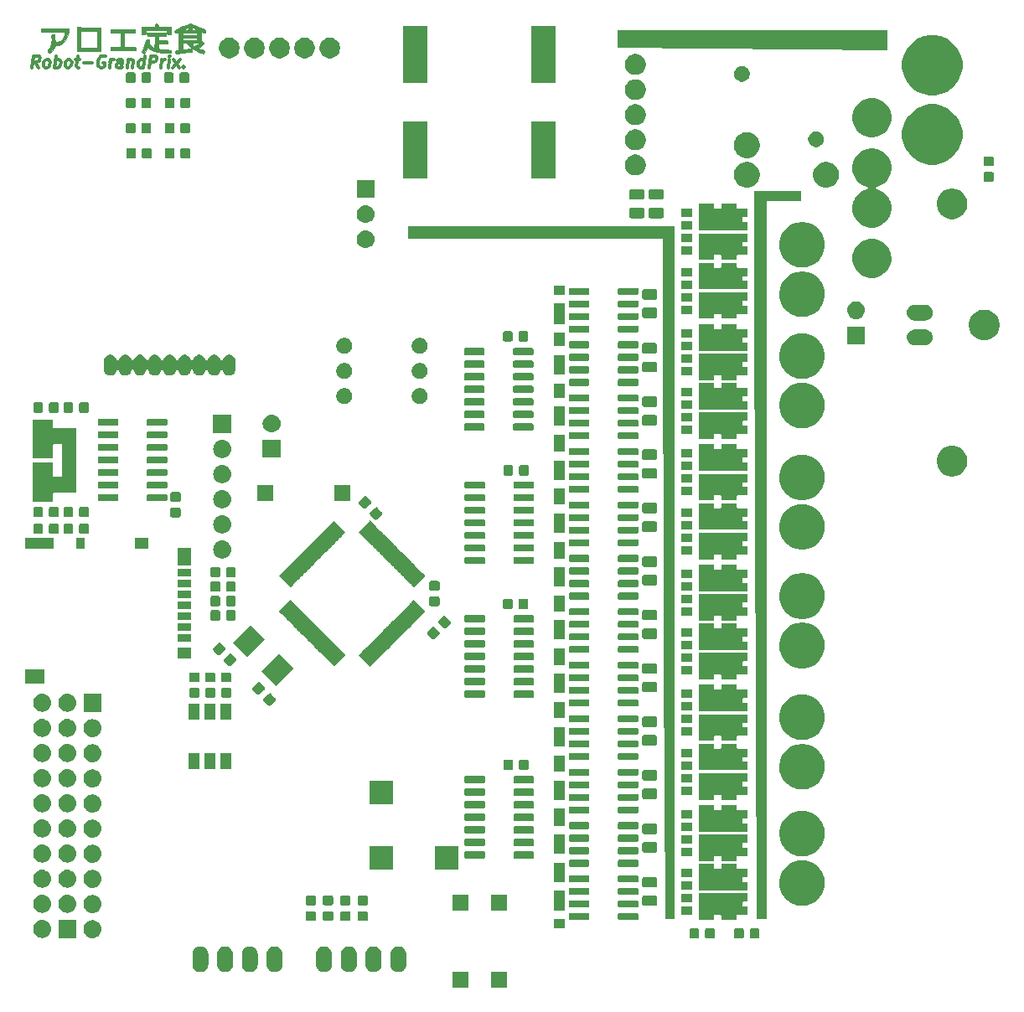
<source format=gbr>
G04 #@! TF.GenerationSoftware,KiCad,Pcbnew,(5.1.4)-1*
G04 #@! TF.CreationDate,2020-01-21T18:11:03+09:00*
G04 #@! TF.ProjectId,Aloe_Set_Meal,416c6f65-5f53-4657-945f-4d65616c2e6b,rev?*
G04 #@! TF.SameCoordinates,Original*
G04 #@! TF.FileFunction,Soldermask,Top*
G04 #@! TF.FilePolarity,Negative*
%FSLAX46Y46*%
G04 Gerber Fmt 4.6, Leading zero omitted, Abs format (unit mm)*
G04 Created by KiCad (PCBNEW (5.1.4)-1) date 2020-01-21 18:11:03*
%MOMM*%
%LPD*%
G04 APERTURE LIST*
%ADD10C,0.300000*%
%ADD11C,0.010000*%
%ADD12C,0.100000*%
G04 APERTURE END LIST*
D10*
X98723571Y-33242857D02*
X98395000Y-32671428D01*
X98037857Y-33242857D02*
X98187857Y-32042857D01*
X98645000Y-32042857D01*
X98752142Y-32100000D01*
X98802142Y-32157142D01*
X98845000Y-32271428D01*
X98823571Y-32442857D01*
X98752142Y-32557142D01*
X98687857Y-32614285D01*
X98566428Y-32671428D01*
X98109285Y-32671428D01*
X99409285Y-33242857D02*
X99302142Y-33185714D01*
X99252142Y-33128571D01*
X99209285Y-33014285D01*
X99252142Y-32671428D01*
X99323571Y-32557142D01*
X99387857Y-32500000D01*
X99509285Y-32442857D01*
X99680714Y-32442857D01*
X99787857Y-32500000D01*
X99837857Y-32557142D01*
X99880714Y-32671428D01*
X99837857Y-33014285D01*
X99766428Y-33128571D01*
X99702142Y-33185714D01*
X99580714Y-33242857D01*
X99409285Y-33242857D01*
X100323571Y-33242857D02*
X100473571Y-32042857D01*
X100416428Y-32500000D02*
X100537857Y-32442857D01*
X100766428Y-32442857D01*
X100873571Y-32500000D01*
X100923571Y-32557142D01*
X100966428Y-32671428D01*
X100923571Y-33014285D01*
X100852142Y-33128571D01*
X100787857Y-33185714D01*
X100666428Y-33242857D01*
X100437857Y-33242857D01*
X100330714Y-33185714D01*
X101580714Y-33242857D02*
X101473571Y-33185714D01*
X101423571Y-33128571D01*
X101380714Y-33014285D01*
X101423571Y-32671428D01*
X101495000Y-32557142D01*
X101559285Y-32500000D01*
X101680714Y-32442857D01*
X101852142Y-32442857D01*
X101959285Y-32500000D01*
X102009285Y-32557142D01*
X102052142Y-32671428D01*
X102009285Y-33014285D01*
X101937857Y-33128571D01*
X101873571Y-33185714D01*
X101752142Y-33242857D01*
X101580714Y-33242857D01*
X102423571Y-32442857D02*
X102880714Y-32442857D01*
X102645000Y-32042857D02*
X102516428Y-33071428D01*
X102559285Y-33185714D01*
X102666428Y-33242857D01*
X102780714Y-33242857D01*
X103237857Y-32785714D02*
X104152142Y-32785714D01*
X105437857Y-32100000D02*
X105330714Y-32042857D01*
X105159285Y-32042857D01*
X104980714Y-32100000D01*
X104852142Y-32214285D01*
X104780714Y-32328571D01*
X104695000Y-32557142D01*
X104673571Y-32728571D01*
X104702142Y-32957142D01*
X104745000Y-33071428D01*
X104845000Y-33185714D01*
X105009285Y-33242857D01*
X105123571Y-33242857D01*
X105302142Y-33185714D01*
X105366428Y-33128571D01*
X105416428Y-32728571D01*
X105187857Y-32728571D01*
X105866428Y-33242857D02*
X105966428Y-32442857D01*
X105937857Y-32671428D02*
X106009285Y-32557142D01*
X106073571Y-32500000D01*
X106195000Y-32442857D01*
X106309285Y-32442857D01*
X107123571Y-33242857D02*
X107202142Y-32614285D01*
X107159285Y-32500000D01*
X107052142Y-32442857D01*
X106823571Y-32442857D01*
X106702142Y-32500000D01*
X107130714Y-33185714D02*
X107009285Y-33242857D01*
X106723571Y-33242857D01*
X106616428Y-33185714D01*
X106573571Y-33071428D01*
X106587857Y-32957142D01*
X106659285Y-32842857D01*
X106780714Y-32785714D01*
X107066428Y-32785714D01*
X107187857Y-32728571D01*
X107795000Y-32442857D02*
X107695000Y-33242857D01*
X107780714Y-32557142D02*
X107845000Y-32500000D01*
X107966428Y-32442857D01*
X108137857Y-32442857D01*
X108245000Y-32500000D01*
X108287857Y-32614285D01*
X108209285Y-33242857D01*
X109295000Y-33242857D02*
X109445000Y-32042857D01*
X109302142Y-33185714D02*
X109180714Y-33242857D01*
X108952142Y-33242857D01*
X108845000Y-33185714D01*
X108795000Y-33128571D01*
X108752142Y-33014285D01*
X108795000Y-32671428D01*
X108866428Y-32557142D01*
X108930714Y-32500000D01*
X109052142Y-32442857D01*
X109280714Y-32442857D01*
X109387857Y-32500000D01*
X109866428Y-33242857D02*
X110016428Y-32042857D01*
X110473571Y-32042857D01*
X110580714Y-32100000D01*
X110630714Y-32157142D01*
X110673571Y-32271428D01*
X110652142Y-32442857D01*
X110580714Y-32557142D01*
X110516428Y-32614285D01*
X110395000Y-32671428D01*
X109937857Y-32671428D01*
X111066428Y-33242857D02*
X111166428Y-32442857D01*
X111137857Y-32671428D02*
X111209285Y-32557142D01*
X111273571Y-32500000D01*
X111395000Y-32442857D01*
X111509285Y-32442857D01*
X111809285Y-33242857D02*
X111909285Y-32442857D01*
X111959285Y-32042857D02*
X111895000Y-32100000D01*
X111945000Y-32157142D01*
X112009285Y-32100000D01*
X111959285Y-32042857D01*
X111945000Y-32157142D01*
X112266428Y-33242857D02*
X112995000Y-32442857D01*
X112366428Y-32442857D02*
X112895000Y-33242857D01*
X113366428Y-33128571D02*
X113416428Y-33185714D01*
X113352142Y-33242857D01*
X113302142Y-33185714D01*
X113366428Y-33128571D01*
X113352142Y-33242857D01*
D11*
G36*
X111590404Y-29876515D02*
G01*
X111582255Y-29965385D01*
X111537728Y-30013366D01*
X111426698Y-30033009D01*
X111219045Y-30036865D01*
X111205556Y-30036869D01*
X110820707Y-30036869D01*
X110820707Y-30485859D01*
X111301768Y-30485859D01*
X111546455Y-30487857D01*
X111689885Y-30499857D01*
X111759080Y-30530866D01*
X111781060Y-30589891D01*
X111782828Y-30646212D01*
X111776833Y-30727775D01*
X111740833Y-30775585D01*
X111647807Y-30798650D01*
X111470732Y-30805976D01*
X111301768Y-30806566D01*
X110820707Y-30806566D01*
X110820707Y-31086810D01*
X110827081Y-31262091D01*
X110866557Y-31349732D01*
X110969663Y-31390348D01*
X111061237Y-31406811D01*
X111260757Y-31428850D01*
X111520435Y-31443593D01*
X111702652Y-31447274D01*
X111921411Y-31450758D01*
X112041441Y-31468142D01*
X112092276Y-31511292D01*
X112103453Y-31592075D01*
X112103535Y-31608333D01*
X112097327Y-31690687D01*
X112060468Y-31738554D01*
X111965603Y-31761282D01*
X111785380Y-31768217D01*
X111634255Y-31768687D01*
X111143132Y-31744559D01*
X110696686Y-31676000D01*
X110316262Y-31568749D01*
X110023203Y-31428546D01*
X109862477Y-31292314D01*
X109782093Y-31213830D01*
X109715326Y-31213553D01*
X109642205Y-31305005D01*
X109542764Y-31501707D01*
X109537879Y-31512121D01*
X109441548Y-31708186D01*
X109371709Y-31803959D01*
X109303129Y-31816543D01*
X109210574Y-31763037D01*
X109189825Y-31748002D01*
X109116761Y-31680052D01*
X109113659Y-31601621D01*
X109175328Y-31466879D01*
X109247917Y-31304908D01*
X109339034Y-31072206D01*
X109425163Y-30830115D01*
X109507501Y-30592868D01*
X109569884Y-30452250D01*
X109632352Y-30383002D01*
X109714946Y-30359864D01*
X109800082Y-30357576D01*
X109884484Y-30371800D01*
X109911537Y-30438013D01*
X109894461Y-30591529D01*
X109892362Y-30604045D01*
X109876386Y-30763617D01*
X109910659Y-30876728D01*
X110017057Y-30995336D01*
X110081381Y-31053035D01*
X110229409Y-31172475D01*
X110342681Y-31245214D01*
X110373949Y-31255556D01*
X110401780Y-31195498D01*
X110422730Y-31031505D01*
X110434333Y-30787849D01*
X110435859Y-30646212D01*
X110435859Y-30036869D01*
X110051010Y-30036869D01*
X109837722Y-30033474D01*
X109722568Y-30014920D01*
X109675425Y-29968658D01*
X109666170Y-29882136D01*
X109666162Y-29876515D01*
X109666162Y-29716162D01*
X111590404Y-29716162D01*
X111590404Y-29876515D01*
X111590404Y-29876515D01*
G37*
X111590404Y-29876515D02*
X111582255Y-29965385D01*
X111537728Y-30013366D01*
X111426698Y-30033009D01*
X111219045Y-30036865D01*
X111205556Y-30036869D01*
X110820707Y-30036869D01*
X110820707Y-30485859D01*
X111301768Y-30485859D01*
X111546455Y-30487857D01*
X111689885Y-30499857D01*
X111759080Y-30530866D01*
X111781060Y-30589891D01*
X111782828Y-30646212D01*
X111776833Y-30727775D01*
X111740833Y-30775585D01*
X111647807Y-30798650D01*
X111470732Y-30805976D01*
X111301768Y-30806566D01*
X110820707Y-30806566D01*
X110820707Y-31086810D01*
X110827081Y-31262091D01*
X110866557Y-31349732D01*
X110969663Y-31390348D01*
X111061237Y-31406811D01*
X111260757Y-31428850D01*
X111520435Y-31443593D01*
X111702652Y-31447274D01*
X111921411Y-31450758D01*
X112041441Y-31468142D01*
X112092276Y-31511292D01*
X112103453Y-31592075D01*
X112103535Y-31608333D01*
X112097327Y-31690687D01*
X112060468Y-31738554D01*
X111965603Y-31761282D01*
X111785380Y-31768217D01*
X111634255Y-31768687D01*
X111143132Y-31744559D01*
X110696686Y-31676000D01*
X110316262Y-31568749D01*
X110023203Y-31428546D01*
X109862477Y-31292314D01*
X109782093Y-31213830D01*
X109715326Y-31213553D01*
X109642205Y-31305005D01*
X109542764Y-31501707D01*
X109537879Y-31512121D01*
X109441548Y-31708186D01*
X109371709Y-31803959D01*
X109303129Y-31816543D01*
X109210574Y-31763037D01*
X109189825Y-31748002D01*
X109116761Y-31680052D01*
X109113659Y-31601621D01*
X109175328Y-31466879D01*
X109247917Y-31304908D01*
X109339034Y-31072206D01*
X109425163Y-30830115D01*
X109507501Y-30592868D01*
X109569884Y-30452250D01*
X109632352Y-30383002D01*
X109714946Y-30359864D01*
X109800082Y-30357576D01*
X109884484Y-30371800D01*
X109911537Y-30438013D01*
X109894461Y-30591529D01*
X109892362Y-30604045D01*
X109876386Y-30763617D01*
X109910659Y-30876728D01*
X110017057Y-30995336D01*
X110081381Y-31053035D01*
X110229409Y-31172475D01*
X110342681Y-31245214D01*
X110373949Y-31255556D01*
X110401780Y-31195498D01*
X110422730Y-31031505D01*
X110434333Y-30787849D01*
X110435859Y-30646212D01*
X110435859Y-30036869D01*
X110051010Y-30036869D01*
X109837722Y-30033474D01*
X109722568Y-30014920D01*
X109675425Y-29968658D01*
X109666170Y-29882136D01*
X109666162Y-29876515D01*
X109666162Y-29716162D01*
X111590404Y-29716162D01*
X111590404Y-29876515D01*
G36*
X114183135Y-28851161D02*
G01*
X114453385Y-28944298D01*
X114782259Y-29088894D01*
X114819408Y-29106818D01*
X115075649Y-29227800D01*
X115293425Y-29323839D01*
X115444310Y-29382775D01*
X115494213Y-29395455D01*
X115551423Y-29450959D01*
X115555397Y-29571844D01*
X115534880Y-29678346D01*
X115483455Y-29719524D01*
X115367103Y-29705526D01*
X115230429Y-29668791D01*
X115172674Y-29666016D01*
X115138846Y-29714492D01*
X115122764Y-29838543D01*
X115118245Y-30062493D01*
X115118182Y-30110390D01*
X115122031Y-30357807D01*
X115138971Y-30507998D01*
X115177087Y-30591922D01*
X115244466Y-30640536D01*
X115258351Y-30647038D01*
X115381750Y-30723758D01*
X115400787Y-30807399D01*
X115310972Y-30914091D01*
X115151512Y-31031061D01*
X114991509Y-31145463D01*
X114886667Y-31234130D01*
X114863026Y-31266436D01*
X114917592Y-31308870D01*
X115059201Y-31371662D01*
X115182323Y-31415909D01*
X115383827Y-31489277D01*
X115478802Y-31551385D01*
X115484458Y-31624818D01*
X115420601Y-31728614D01*
X115366489Y-31788397D01*
X115298304Y-31805844D01*
X115180917Y-31779280D01*
X114980894Y-31707667D01*
X114581986Y-31525776D01*
X114223054Y-31300651D01*
X113940529Y-31056560D01*
X113857091Y-30959073D01*
X113741885Y-30836844D01*
X114172150Y-30836844D01*
X114256456Y-30923722D01*
X114300379Y-30955732D01*
X114406692Y-31026722D01*
X114485157Y-31048239D01*
X114579793Y-31015430D01*
X114734617Y-30923439D01*
X114765404Y-30904451D01*
X115021970Y-30746428D01*
X114589015Y-30744426D01*
X114331757Y-30752081D01*
X114195026Y-30781259D01*
X114172150Y-30836844D01*
X113741885Y-30836844D01*
X113715931Y-30809308D01*
X113568814Y-30748705D01*
X113474963Y-30742424D01*
X113258081Y-30742424D01*
X113258081Y-31100299D01*
X113260816Y-31303229D01*
X113279315Y-31406167D01*
X113329021Y-31437402D01*
X113425375Y-31425222D01*
X113434470Y-31423435D01*
X113608120Y-31393126D01*
X113833453Y-31358509D01*
X113915530Y-31346914D01*
X114098513Y-31325879D01*
X114188045Y-31338015D01*
X114217485Y-31397102D01*
X114220202Y-31472768D01*
X114204356Y-31597023D01*
X114172096Y-31640917D01*
X114093086Y-31648644D01*
X113913433Y-31669308D01*
X113659767Y-31699768D01*
X113358715Y-31736881D01*
X113356731Y-31737129D01*
X113059787Y-31774054D01*
X112814332Y-31804362D01*
X112645403Y-31824977D01*
X112578039Y-31832822D01*
X112577861Y-31832828D01*
X112548684Y-31782840D01*
X112527317Y-31731370D01*
X112493231Y-31590963D01*
X112549355Y-31523732D01*
X112664773Y-31500346D01*
X112841162Y-31480051D01*
X112858958Y-30566035D01*
X112861764Y-30357576D01*
X113258081Y-30357576D01*
X113265904Y-30412694D01*
X113303841Y-30449278D01*
X113393596Y-30471102D01*
X113556872Y-30481941D01*
X113815371Y-30485569D01*
X113995707Y-30485859D01*
X114312636Y-30484498D01*
X114522993Y-30477900D01*
X114648482Y-30462291D01*
X114710805Y-30433895D01*
X114731667Y-30388939D01*
X114733333Y-30357576D01*
X114725510Y-30302458D01*
X114687573Y-30265874D01*
X114597818Y-30244050D01*
X114434542Y-30233211D01*
X114176043Y-30229583D01*
X113995707Y-30229293D01*
X113678779Y-30230654D01*
X113468421Y-30237251D01*
X113342933Y-30252861D01*
X113280609Y-30281257D01*
X113259748Y-30326213D01*
X113258081Y-30357576D01*
X112861764Y-30357576D01*
X112863343Y-30240289D01*
X112863308Y-29965777D01*
X112860790Y-29844445D01*
X113258081Y-29844445D01*
X113265904Y-29899563D01*
X113303841Y-29936146D01*
X113393596Y-29957971D01*
X113556872Y-29968809D01*
X113815371Y-29972438D01*
X113995707Y-29972727D01*
X114312636Y-29971367D01*
X114522993Y-29964769D01*
X114648482Y-29949160D01*
X114710805Y-29920764D01*
X114731667Y-29875807D01*
X114733333Y-29844445D01*
X114725510Y-29789327D01*
X114687573Y-29752743D01*
X114597818Y-29730919D01*
X114434542Y-29720080D01*
X114176043Y-29716452D01*
X113995707Y-29716162D01*
X113678779Y-29717522D01*
X113468421Y-29724120D01*
X113342933Y-29739730D01*
X113280609Y-29768125D01*
X113259748Y-29813082D01*
X113258081Y-29844445D01*
X112860790Y-29844445D01*
X112859146Y-29765233D01*
X112851154Y-29661396D01*
X112847098Y-29652020D01*
X112771437Y-29672369D01*
X112658370Y-29712499D01*
X112513377Y-29725340D01*
X112436483Y-29630023D01*
X112424242Y-29525597D01*
X112479885Y-29466860D01*
X112525874Y-29438664D01*
X113327567Y-29438664D01*
X113367207Y-29451443D01*
X113498484Y-29458851D01*
X113568098Y-29459596D01*
X113737554Y-29451859D01*
X113814626Y-29413927D01*
X113834956Y-29323715D01*
X113835305Y-29297595D01*
X114156061Y-29297595D01*
X114168635Y-29399582D01*
X114229863Y-29446275D01*
X114375003Y-29458502D01*
X114428662Y-29458614D01*
X114590411Y-29450862D01*
X114637723Y-29425882D01*
X114605051Y-29392126D01*
X114478961Y-29314075D01*
X114332450Y-29231107D01*
X114210369Y-29172166D01*
X114163603Y-29190432D01*
X114156061Y-29297595D01*
X113835305Y-29297595D01*
X113835354Y-29294011D01*
X113835354Y-29128426D01*
X113594823Y-29273079D01*
X113442373Y-29365779D01*
X113343178Y-29427993D01*
X113327567Y-29438664D01*
X112525874Y-29438664D01*
X112628905Y-29375497D01*
X112844443Y-29263593D01*
X113099639Y-29143236D01*
X113259288Y-29073701D01*
X113932212Y-29073701D01*
X113946148Y-29129482D01*
X113991922Y-29138889D01*
X114079887Y-29124014D01*
X114091919Y-29110604D01*
X114044918Y-29050733D01*
X113960346Y-29049399D01*
X113932212Y-29073701D01*
X113259288Y-29073701D01*
X113367633Y-29026512D01*
X113621564Y-28925508D01*
X113834573Y-28852311D01*
X113979799Y-28819008D01*
X113996316Y-28818182D01*
X114183135Y-28851161D01*
X114183135Y-28851161D01*
G37*
X114183135Y-28851161D02*
X114453385Y-28944298D01*
X114782259Y-29088894D01*
X114819408Y-29106818D01*
X115075649Y-29227800D01*
X115293425Y-29323839D01*
X115444310Y-29382775D01*
X115494213Y-29395455D01*
X115551423Y-29450959D01*
X115555397Y-29571844D01*
X115534880Y-29678346D01*
X115483455Y-29719524D01*
X115367103Y-29705526D01*
X115230429Y-29668791D01*
X115172674Y-29666016D01*
X115138846Y-29714492D01*
X115122764Y-29838543D01*
X115118245Y-30062493D01*
X115118182Y-30110390D01*
X115122031Y-30357807D01*
X115138971Y-30507998D01*
X115177087Y-30591922D01*
X115244466Y-30640536D01*
X115258351Y-30647038D01*
X115381750Y-30723758D01*
X115400787Y-30807399D01*
X115310972Y-30914091D01*
X115151512Y-31031061D01*
X114991509Y-31145463D01*
X114886667Y-31234130D01*
X114863026Y-31266436D01*
X114917592Y-31308870D01*
X115059201Y-31371662D01*
X115182323Y-31415909D01*
X115383827Y-31489277D01*
X115478802Y-31551385D01*
X115484458Y-31624818D01*
X115420601Y-31728614D01*
X115366489Y-31788397D01*
X115298304Y-31805844D01*
X115180917Y-31779280D01*
X114980894Y-31707667D01*
X114581986Y-31525776D01*
X114223054Y-31300651D01*
X113940529Y-31056560D01*
X113857091Y-30959073D01*
X113741885Y-30836844D01*
X114172150Y-30836844D01*
X114256456Y-30923722D01*
X114300379Y-30955732D01*
X114406692Y-31026722D01*
X114485157Y-31048239D01*
X114579793Y-31015430D01*
X114734617Y-30923439D01*
X114765404Y-30904451D01*
X115021970Y-30746428D01*
X114589015Y-30744426D01*
X114331757Y-30752081D01*
X114195026Y-30781259D01*
X114172150Y-30836844D01*
X113741885Y-30836844D01*
X113715931Y-30809308D01*
X113568814Y-30748705D01*
X113474963Y-30742424D01*
X113258081Y-30742424D01*
X113258081Y-31100299D01*
X113260816Y-31303229D01*
X113279315Y-31406167D01*
X113329021Y-31437402D01*
X113425375Y-31425222D01*
X113434470Y-31423435D01*
X113608120Y-31393126D01*
X113833453Y-31358509D01*
X113915530Y-31346914D01*
X114098513Y-31325879D01*
X114188045Y-31338015D01*
X114217485Y-31397102D01*
X114220202Y-31472768D01*
X114204356Y-31597023D01*
X114172096Y-31640917D01*
X114093086Y-31648644D01*
X113913433Y-31669308D01*
X113659767Y-31699768D01*
X113358715Y-31736881D01*
X113356731Y-31737129D01*
X113059787Y-31774054D01*
X112814332Y-31804362D01*
X112645403Y-31824977D01*
X112578039Y-31832822D01*
X112577861Y-31832828D01*
X112548684Y-31782840D01*
X112527317Y-31731370D01*
X112493231Y-31590963D01*
X112549355Y-31523732D01*
X112664773Y-31500346D01*
X112841162Y-31480051D01*
X112858958Y-30566035D01*
X112861764Y-30357576D01*
X113258081Y-30357576D01*
X113265904Y-30412694D01*
X113303841Y-30449278D01*
X113393596Y-30471102D01*
X113556872Y-30481941D01*
X113815371Y-30485569D01*
X113995707Y-30485859D01*
X114312636Y-30484498D01*
X114522993Y-30477900D01*
X114648482Y-30462291D01*
X114710805Y-30433895D01*
X114731667Y-30388939D01*
X114733333Y-30357576D01*
X114725510Y-30302458D01*
X114687573Y-30265874D01*
X114597818Y-30244050D01*
X114434542Y-30233211D01*
X114176043Y-30229583D01*
X113995707Y-30229293D01*
X113678779Y-30230654D01*
X113468421Y-30237251D01*
X113342933Y-30252861D01*
X113280609Y-30281257D01*
X113259748Y-30326213D01*
X113258081Y-30357576D01*
X112861764Y-30357576D01*
X112863343Y-30240289D01*
X112863308Y-29965777D01*
X112860790Y-29844445D01*
X113258081Y-29844445D01*
X113265904Y-29899563D01*
X113303841Y-29936146D01*
X113393596Y-29957971D01*
X113556872Y-29968809D01*
X113815371Y-29972438D01*
X113995707Y-29972727D01*
X114312636Y-29971367D01*
X114522993Y-29964769D01*
X114648482Y-29949160D01*
X114710805Y-29920764D01*
X114731667Y-29875807D01*
X114733333Y-29844445D01*
X114725510Y-29789327D01*
X114687573Y-29752743D01*
X114597818Y-29730919D01*
X114434542Y-29720080D01*
X114176043Y-29716452D01*
X113995707Y-29716162D01*
X113678779Y-29717522D01*
X113468421Y-29724120D01*
X113342933Y-29739730D01*
X113280609Y-29768125D01*
X113259748Y-29813082D01*
X113258081Y-29844445D01*
X112860790Y-29844445D01*
X112859146Y-29765233D01*
X112851154Y-29661396D01*
X112847098Y-29652020D01*
X112771437Y-29672369D01*
X112658370Y-29712499D01*
X112513377Y-29725340D01*
X112436483Y-29630023D01*
X112424242Y-29525597D01*
X112479885Y-29466860D01*
X112525874Y-29438664D01*
X113327567Y-29438664D01*
X113367207Y-29451443D01*
X113498484Y-29458851D01*
X113568098Y-29459596D01*
X113737554Y-29451859D01*
X113814626Y-29413927D01*
X113834956Y-29323715D01*
X113835305Y-29297595D01*
X114156061Y-29297595D01*
X114168635Y-29399582D01*
X114229863Y-29446275D01*
X114375003Y-29458502D01*
X114428662Y-29458614D01*
X114590411Y-29450862D01*
X114637723Y-29425882D01*
X114605051Y-29392126D01*
X114478961Y-29314075D01*
X114332450Y-29231107D01*
X114210369Y-29172166D01*
X114163603Y-29190432D01*
X114156061Y-29297595D01*
X113835305Y-29297595D01*
X113835354Y-29294011D01*
X113835354Y-29128426D01*
X113594823Y-29273079D01*
X113442373Y-29365779D01*
X113343178Y-29427993D01*
X113327567Y-29438664D01*
X112525874Y-29438664D01*
X112628905Y-29375497D01*
X112844443Y-29263593D01*
X113099639Y-29143236D01*
X113259288Y-29073701D01*
X113932212Y-29073701D01*
X113946148Y-29129482D01*
X113991922Y-29138889D01*
X114079887Y-29124014D01*
X114091919Y-29110604D01*
X114044918Y-29050733D01*
X113960346Y-29049399D01*
X113932212Y-29073701D01*
X113259288Y-29073701D01*
X113367633Y-29026512D01*
X113621564Y-28925508D01*
X113834573Y-28852311D01*
X113979799Y-28819008D01*
X113996316Y-28818182D01*
X114183135Y-28851161D01*
G36*
X101712626Y-29532331D02*
G01*
X101662674Y-29918244D01*
X101524227Y-30275010D01*
X101314397Y-30581873D01*
X101050296Y-30818075D01*
X100749038Y-30962861D01*
X100503448Y-30998990D01*
X100354075Y-31026952D01*
X100283321Y-31128904D01*
X100277792Y-31148922D01*
X100187171Y-31348252D01*
X100035235Y-31550424D01*
X99867842Y-31695710D01*
X99850244Y-31705766D01*
X99745304Y-31731495D01*
X99667400Y-31653034D01*
X99654256Y-31629482D01*
X99614989Y-31511987D01*
X99668094Y-31419304D01*
X99717017Y-31376792D01*
X99907449Y-31140940D01*
X100009545Y-30816241D01*
X100021626Y-30408437D01*
X100016682Y-30351476D01*
X99997103Y-30123471D01*
X99999410Y-29991821D01*
X100030463Y-29925482D01*
X100097123Y-29893410D01*
X100119258Y-29887342D01*
X100238656Y-29864913D01*
X100282529Y-29868220D01*
X100298400Y-29936685D01*
X100321154Y-30096476D01*
X100342889Y-30285615D01*
X100384563Y-30684323D01*
X100583569Y-30644303D01*
X100884406Y-30520972D01*
X101127472Y-30289213D01*
X101303684Y-29959283D01*
X101363020Y-29764268D01*
X101405826Y-29587879D01*
X98954545Y-29587879D01*
X98954545Y-29267172D01*
X101712626Y-29267172D01*
X101712626Y-29532331D01*
X101712626Y-29532331D01*
G37*
X101712626Y-29532331D02*
X101662674Y-29918244D01*
X101524227Y-30275010D01*
X101314397Y-30581873D01*
X101050296Y-30818075D01*
X100749038Y-30962861D01*
X100503448Y-30998990D01*
X100354075Y-31026952D01*
X100283321Y-31128904D01*
X100277792Y-31148922D01*
X100187171Y-31348252D01*
X100035235Y-31550424D01*
X99867842Y-31695710D01*
X99850244Y-31705766D01*
X99745304Y-31731495D01*
X99667400Y-31653034D01*
X99654256Y-31629482D01*
X99614989Y-31511987D01*
X99668094Y-31419304D01*
X99717017Y-31376792D01*
X99907449Y-31140940D01*
X100009545Y-30816241D01*
X100021626Y-30408437D01*
X100016682Y-30351476D01*
X99997103Y-30123471D01*
X99999410Y-29991821D01*
X100030463Y-29925482D01*
X100097123Y-29893410D01*
X100119258Y-29887342D01*
X100238656Y-29864913D01*
X100282529Y-29868220D01*
X100298400Y-29936685D01*
X100321154Y-30096476D01*
X100342889Y-30285615D01*
X100384563Y-30684323D01*
X100583569Y-30644303D01*
X100884406Y-30520972D01*
X101127472Y-30289213D01*
X101303684Y-29959283D01*
X101363020Y-29764268D01*
X101405826Y-29587879D01*
X98954545Y-29587879D01*
X98954545Y-29267172D01*
X101712626Y-29267172D01*
X101712626Y-29532331D01*
G36*
X102851136Y-29161861D02*
G01*
X103001736Y-29176237D01*
X103250015Y-29188402D01*
X103565375Y-29197312D01*
X103917217Y-29201923D01*
X104037753Y-29202325D01*
X104983838Y-29203030D01*
X104983838Y-31576263D01*
X102610606Y-31576263D01*
X102610606Y-29523738D01*
X102931313Y-29523738D01*
X102931313Y-31255556D01*
X104663131Y-31255556D01*
X104663131Y-29523738D01*
X102931313Y-29523738D01*
X102610606Y-29523738D01*
X102610606Y-29122104D01*
X102851136Y-29161861D01*
X102851136Y-29161861D01*
G37*
X102851136Y-29161861D02*
X103001736Y-29176237D01*
X103250015Y-29188402D01*
X103565375Y-29197312D01*
X103917217Y-29201923D01*
X104037753Y-29202325D01*
X104983838Y-29203030D01*
X104983838Y-31576263D01*
X102610606Y-31576263D01*
X102610606Y-29523738D01*
X102931313Y-29523738D01*
X102931313Y-31255556D01*
X104663131Y-31255556D01*
X104663131Y-29523738D01*
X102931313Y-29523738D01*
X102610606Y-29523738D01*
X102610606Y-29122104D01*
X102851136Y-29161861D01*
G36*
X108447475Y-29555808D02*
G01*
X108442469Y-29633459D01*
X108410520Y-29680850D01*
X108326228Y-29705450D01*
X108164198Y-29714731D01*
X107902273Y-29716162D01*
X107357071Y-29716162D01*
X107357071Y-31127273D01*
X107934343Y-31127273D01*
X108207614Y-31128550D01*
X108377288Y-31136952D01*
X108468051Y-31159336D01*
X108504589Y-31202560D01*
X108511588Y-31273480D01*
X108511616Y-31287626D01*
X108511616Y-31447980D01*
X105945960Y-31447980D01*
X105945960Y-31287626D01*
X105950965Y-31209976D01*
X105982915Y-31162585D01*
X106067206Y-31137984D01*
X106229237Y-31128704D01*
X106491162Y-31127273D01*
X107036364Y-31127273D01*
X107036364Y-29716162D01*
X106491162Y-29716162D01*
X106227149Y-29714689D01*
X106066021Y-29705293D01*
X105982379Y-29680501D01*
X105950824Y-29632845D01*
X105945960Y-29555808D01*
X105945960Y-29395455D01*
X108447475Y-29395455D01*
X108447475Y-29555808D01*
X108447475Y-29555808D01*
G37*
X108447475Y-29555808D02*
X108442469Y-29633459D01*
X108410520Y-29680850D01*
X108326228Y-29705450D01*
X108164198Y-29714731D01*
X107902273Y-29716162D01*
X107357071Y-29716162D01*
X107357071Y-31127273D01*
X107934343Y-31127273D01*
X108207614Y-31128550D01*
X108377288Y-31136952D01*
X108468051Y-31159336D01*
X108504589Y-31202560D01*
X108511588Y-31273480D01*
X108511616Y-31287626D01*
X108511616Y-31447980D01*
X105945960Y-31447980D01*
X105945960Y-31287626D01*
X105950965Y-31209976D01*
X105982915Y-31162585D01*
X106067206Y-31137984D01*
X106229237Y-31128704D01*
X106491162Y-31127273D01*
X107036364Y-31127273D01*
X107036364Y-29716162D01*
X106491162Y-29716162D01*
X106227149Y-29714689D01*
X106066021Y-29705293D01*
X105982379Y-29680501D01*
X105950824Y-29632845D01*
X105945960Y-29555808D01*
X105945960Y-29395455D01*
X108447475Y-29395455D01*
X108447475Y-29555808D01*
G36*
X110765803Y-28835440D02*
G01*
X110816112Y-28908804D01*
X110820707Y-28978535D01*
X110824939Y-29052822D01*
X110853652Y-29099672D01*
X110930878Y-29125412D01*
X111080644Y-29136362D01*
X111326980Y-29138848D01*
X111430051Y-29138889D01*
X112039394Y-29138889D01*
X112039394Y-29908586D01*
X111846970Y-29908586D01*
X111717687Y-29896071D01*
X111664661Y-29832594D01*
X111654545Y-29684091D01*
X111654545Y-29459596D01*
X109537879Y-29459596D01*
X109537879Y-29684091D01*
X109527152Y-29834921D01*
X109472743Y-29896785D01*
X109345455Y-29908586D01*
X109153030Y-29908586D01*
X109153030Y-29138889D01*
X110435859Y-29138889D01*
X110435859Y-28978535D01*
X110456569Y-28863935D01*
X110544605Y-28822011D01*
X110628283Y-28818182D01*
X110765803Y-28835440D01*
X110765803Y-28835440D01*
G37*
X110765803Y-28835440D02*
X110816112Y-28908804D01*
X110820707Y-28978535D01*
X110824939Y-29052822D01*
X110853652Y-29099672D01*
X110930878Y-29125412D01*
X111080644Y-29136362D01*
X111326980Y-29138848D01*
X111430051Y-29138889D01*
X112039394Y-29138889D01*
X112039394Y-29908586D01*
X111846970Y-29908586D01*
X111717687Y-29896071D01*
X111664661Y-29832594D01*
X111654545Y-29684091D01*
X111654545Y-29459596D01*
X109537879Y-29459596D01*
X109537879Y-29684091D01*
X109527152Y-29834921D01*
X109472743Y-29896785D01*
X109345455Y-29908586D01*
X109153030Y-29908586D01*
X109153030Y-29138889D01*
X110435859Y-29138889D01*
X110435859Y-28978535D01*
X110456569Y-28863935D01*
X110544605Y-28822011D01*
X110628283Y-28818182D01*
X110765803Y-28835440D01*
D12*
G36*
X146001000Y-126201000D02*
G01*
X144399000Y-126201000D01*
X144399000Y-124599000D01*
X146001000Y-124599000D01*
X146001000Y-126201000D01*
X146001000Y-126201000D01*
G37*
G36*
X142151000Y-126201000D02*
G01*
X140549000Y-126201000D01*
X140549000Y-124599000D01*
X142151000Y-124599000D01*
X142151000Y-126201000D01*
X142151000Y-126201000D01*
G37*
G36*
X115207022Y-122060590D02*
G01*
X115307681Y-122091125D01*
X115358012Y-122106392D01*
X115497164Y-122180771D01*
X115619133Y-122280867D01*
X115719229Y-122402835D01*
X115793608Y-122541987D01*
X115808875Y-122592318D01*
X115839410Y-122692977D01*
X115851000Y-122810655D01*
X115851000Y-123889345D01*
X115839410Y-124007023D01*
X115808875Y-124107682D01*
X115793608Y-124158013D01*
X115719229Y-124297165D01*
X115619133Y-124419133D01*
X115497165Y-124519229D01*
X115358013Y-124593608D01*
X115307682Y-124608875D01*
X115207023Y-124639410D01*
X115050000Y-124654875D01*
X114892978Y-124639410D01*
X114792319Y-124608875D01*
X114741988Y-124593608D01*
X114602836Y-124519229D01*
X114480868Y-124419133D01*
X114380772Y-124297165D01*
X114306393Y-124158013D01*
X114291126Y-124107682D01*
X114260591Y-124007023D01*
X114249001Y-123889345D01*
X114249000Y-122810656D01*
X114260590Y-122692978D01*
X114306392Y-122541989D01*
X114306392Y-122541988D01*
X114380771Y-122402836D01*
X114380772Y-122402835D01*
X114480867Y-122280867D01*
X114602835Y-122180771D01*
X114741987Y-122106392D01*
X114792318Y-122091125D01*
X114892977Y-122060590D01*
X115050000Y-122045125D01*
X115207022Y-122060590D01*
X115207022Y-122060590D01*
G37*
G36*
X122707022Y-122060590D02*
G01*
X122807681Y-122091125D01*
X122858012Y-122106392D01*
X122997164Y-122180771D01*
X123119133Y-122280867D01*
X123219229Y-122402835D01*
X123293608Y-122541987D01*
X123308875Y-122592318D01*
X123339410Y-122692977D01*
X123351000Y-122810655D01*
X123351000Y-123889345D01*
X123339410Y-124007023D01*
X123308875Y-124107682D01*
X123293608Y-124158013D01*
X123219229Y-124297165D01*
X123119133Y-124419133D01*
X122997165Y-124519229D01*
X122858013Y-124593608D01*
X122807682Y-124608875D01*
X122707023Y-124639410D01*
X122550000Y-124654875D01*
X122392978Y-124639410D01*
X122292319Y-124608875D01*
X122241988Y-124593608D01*
X122102836Y-124519229D01*
X121980868Y-124419133D01*
X121880772Y-124297165D01*
X121806393Y-124158013D01*
X121791126Y-124107682D01*
X121760591Y-124007023D01*
X121749001Y-123889345D01*
X121749000Y-122810656D01*
X121760590Y-122692978D01*
X121806392Y-122541989D01*
X121806392Y-122541988D01*
X121880771Y-122402836D01*
X121880772Y-122402835D01*
X121980867Y-122280867D01*
X122102835Y-122180771D01*
X122241987Y-122106392D01*
X122292318Y-122091125D01*
X122392977Y-122060590D01*
X122550000Y-122045125D01*
X122707022Y-122060590D01*
X122707022Y-122060590D01*
G37*
G36*
X127707022Y-122060590D02*
G01*
X127807681Y-122091125D01*
X127858012Y-122106392D01*
X127997164Y-122180771D01*
X128119133Y-122280867D01*
X128219229Y-122402835D01*
X128293608Y-122541987D01*
X128308875Y-122592318D01*
X128339410Y-122692977D01*
X128351000Y-122810655D01*
X128351000Y-123889345D01*
X128339410Y-124007023D01*
X128308875Y-124107682D01*
X128293608Y-124158013D01*
X128219229Y-124297165D01*
X128119133Y-124419133D01*
X127997165Y-124519229D01*
X127858013Y-124593608D01*
X127807682Y-124608875D01*
X127707023Y-124639410D01*
X127550000Y-124654875D01*
X127392978Y-124639410D01*
X127292319Y-124608875D01*
X127241988Y-124593608D01*
X127102836Y-124519229D01*
X126980868Y-124419133D01*
X126880772Y-124297165D01*
X126806393Y-124158013D01*
X126791126Y-124107682D01*
X126760591Y-124007023D01*
X126749001Y-123889345D01*
X126749000Y-122810656D01*
X126760590Y-122692978D01*
X126806392Y-122541989D01*
X126806392Y-122541988D01*
X126880771Y-122402836D01*
X126880772Y-122402835D01*
X126980867Y-122280867D01*
X127102835Y-122180771D01*
X127241987Y-122106392D01*
X127292318Y-122091125D01*
X127392977Y-122060590D01*
X127550000Y-122045125D01*
X127707022Y-122060590D01*
X127707022Y-122060590D01*
G37*
G36*
X130207022Y-122060590D02*
G01*
X130307681Y-122091125D01*
X130358012Y-122106392D01*
X130497164Y-122180771D01*
X130619133Y-122280867D01*
X130719229Y-122402835D01*
X130793608Y-122541987D01*
X130808875Y-122592318D01*
X130839410Y-122692977D01*
X130851000Y-122810655D01*
X130851000Y-123889345D01*
X130839410Y-124007023D01*
X130808875Y-124107682D01*
X130793608Y-124158013D01*
X130719229Y-124297165D01*
X130619133Y-124419133D01*
X130497165Y-124519229D01*
X130358013Y-124593608D01*
X130307682Y-124608875D01*
X130207023Y-124639410D01*
X130050000Y-124654875D01*
X129892978Y-124639410D01*
X129792319Y-124608875D01*
X129741988Y-124593608D01*
X129602836Y-124519229D01*
X129480868Y-124419133D01*
X129380772Y-124297165D01*
X129306393Y-124158013D01*
X129291126Y-124107682D01*
X129260591Y-124007023D01*
X129249001Y-123889345D01*
X129249000Y-122810656D01*
X129260590Y-122692978D01*
X129306392Y-122541989D01*
X129306392Y-122541988D01*
X129380771Y-122402836D01*
X129380772Y-122402835D01*
X129480867Y-122280867D01*
X129602835Y-122180771D01*
X129741987Y-122106392D01*
X129792318Y-122091125D01*
X129892977Y-122060590D01*
X130050000Y-122045125D01*
X130207022Y-122060590D01*
X130207022Y-122060590D01*
G37*
G36*
X132707022Y-122060590D02*
G01*
X132807681Y-122091125D01*
X132858012Y-122106392D01*
X132997164Y-122180771D01*
X133119133Y-122280867D01*
X133219229Y-122402835D01*
X133293608Y-122541987D01*
X133308875Y-122592318D01*
X133339410Y-122692977D01*
X133351000Y-122810655D01*
X133351000Y-123889345D01*
X133339410Y-124007023D01*
X133308875Y-124107682D01*
X133293608Y-124158013D01*
X133219229Y-124297165D01*
X133119133Y-124419133D01*
X132997165Y-124519229D01*
X132858013Y-124593608D01*
X132807682Y-124608875D01*
X132707023Y-124639410D01*
X132550000Y-124654875D01*
X132392978Y-124639410D01*
X132292319Y-124608875D01*
X132241988Y-124593608D01*
X132102836Y-124519229D01*
X131980868Y-124419133D01*
X131880772Y-124297165D01*
X131806393Y-124158013D01*
X131791126Y-124107682D01*
X131760591Y-124007023D01*
X131749001Y-123889345D01*
X131749000Y-122810656D01*
X131760590Y-122692978D01*
X131806392Y-122541989D01*
X131806392Y-122541988D01*
X131880771Y-122402836D01*
X131880772Y-122402835D01*
X131980867Y-122280867D01*
X132102835Y-122180771D01*
X132241987Y-122106392D01*
X132292318Y-122091125D01*
X132392977Y-122060590D01*
X132550000Y-122045125D01*
X132707022Y-122060590D01*
X132707022Y-122060590D01*
G37*
G36*
X120207022Y-122060590D02*
G01*
X120307681Y-122091125D01*
X120358012Y-122106392D01*
X120497164Y-122180771D01*
X120619133Y-122280867D01*
X120719229Y-122402835D01*
X120793608Y-122541987D01*
X120808875Y-122592318D01*
X120839410Y-122692977D01*
X120851000Y-122810655D01*
X120851000Y-123889345D01*
X120839410Y-124007023D01*
X120808875Y-124107682D01*
X120793608Y-124158013D01*
X120719229Y-124297165D01*
X120619133Y-124419133D01*
X120497165Y-124519229D01*
X120358013Y-124593608D01*
X120307682Y-124608875D01*
X120207023Y-124639410D01*
X120050000Y-124654875D01*
X119892978Y-124639410D01*
X119792319Y-124608875D01*
X119741988Y-124593608D01*
X119602836Y-124519229D01*
X119480868Y-124419133D01*
X119380772Y-124297165D01*
X119306393Y-124158013D01*
X119291126Y-124107682D01*
X119260591Y-124007023D01*
X119249001Y-123889345D01*
X119249000Y-122810656D01*
X119260590Y-122692978D01*
X119306392Y-122541989D01*
X119306392Y-122541988D01*
X119380771Y-122402836D01*
X119380772Y-122402835D01*
X119480867Y-122280867D01*
X119602835Y-122180771D01*
X119741987Y-122106392D01*
X119792318Y-122091125D01*
X119892977Y-122060590D01*
X120050000Y-122045125D01*
X120207022Y-122060590D01*
X120207022Y-122060590D01*
G37*
G36*
X135207022Y-122060590D02*
G01*
X135307681Y-122091125D01*
X135358012Y-122106392D01*
X135497164Y-122180771D01*
X135619133Y-122280867D01*
X135719229Y-122402835D01*
X135793608Y-122541987D01*
X135808875Y-122592318D01*
X135839410Y-122692977D01*
X135851000Y-122810655D01*
X135851000Y-123889345D01*
X135839410Y-124007023D01*
X135808875Y-124107682D01*
X135793608Y-124158013D01*
X135719229Y-124297165D01*
X135619133Y-124419133D01*
X135497165Y-124519229D01*
X135358013Y-124593608D01*
X135307682Y-124608875D01*
X135207023Y-124639410D01*
X135050000Y-124654875D01*
X134892978Y-124639410D01*
X134792319Y-124608875D01*
X134741988Y-124593608D01*
X134602836Y-124519229D01*
X134480868Y-124419133D01*
X134380772Y-124297165D01*
X134306393Y-124158013D01*
X134291126Y-124107682D01*
X134260591Y-124007023D01*
X134249001Y-123889345D01*
X134249000Y-122810656D01*
X134260590Y-122692978D01*
X134306392Y-122541989D01*
X134306392Y-122541988D01*
X134380771Y-122402836D01*
X134380772Y-122402835D01*
X134480867Y-122280867D01*
X134602835Y-122180771D01*
X134741987Y-122106392D01*
X134792318Y-122091125D01*
X134892977Y-122060590D01*
X135050000Y-122045125D01*
X135207022Y-122060590D01*
X135207022Y-122060590D01*
G37*
G36*
X117707022Y-122060590D02*
G01*
X117807681Y-122091125D01*
X117858012Y-122106392D01*
X117997164Y-122180771D01*
X118119133Y-122280867D01*
X118219229Y-122402835D01*
X118293608Y-122541987D01*
X118308875Y-122592318D01*
X118339410Y-122692977D01*
X118351000Y-122810655D01*
X118351000Y-123889345D01*
X118339410Y-124007023D01*
X118308875Y-124107682D01*
X118293608Y-124158013D01*
X118219229Y-124297165D01*
X118119133Y-124419133D01*
X117997165Y-124519229D01*
X117858013Y-124593608D01*
X117807682Y-124608875D01*
X117707023Y-124639410D01*
X117550000Y-124654875D01*
X117392978Y-124639410D01*
X117292319Y-124608875D01*
X117241988Y-124593608D01*
X117102836Y-124519229D01*
X116980868Y-124419133D01*
X116880772Y-124297165D01*
X116806393Y-124158013D01*
X116791126Y-124107682D01*
X116760591Y-124007023D01*
X116749001Y-123889345D01*
X116749000Y-122810656D01*
X116760590Y-122692978D01*
X116806392Y-122541989D01*
X116806392Y-122541988D01*
X116880771Y-122402836D01*
X116880772Y-122402835D01*
X116980867Y-122280867D01*
X117102835Y-122180771D01*
X117241987Y-122106392D01*
X117292318Y-122091125D01*
X117392977Y-122060590D01*
X117550000Y-122045125D01*
X117707022Y-122060590D01*
X117707022Y-122060590D01*
G37*
G36*
X165304591Y-120228085D02*
G01*
X165338569Y-120238393D01*
X165369890Y-120255134D01*
X165397339Y-120277661D01*
X165419866Y-120305110D01*
X165436607Y-120336431D01*
X165446915Y-120370409D01*
X165451000Y-120411890D01*
X165451000Y-121088110D01*
X165446915Y-121129591D01*
X165436607Y-121163569D01*
X165419866Y-121194890D01*
X165397339Y-121222339D01*
X165369890Y-121244866D01*
X165338569Y-121261607D01*
X165304591Y-121271915D01*
X165263110Y-121276000D01*
X164661890Y-121276000D01*
X164620409Y-121271915D01*
X164586431Y-121261607D01*
X164555110Y-121244866D01*
X164527661Y-121222339D01*
X164505134Y-121194890D01*
X164488393Y-121163569D01*
X164478085Y-121129591D01*
X164474000Y-121088110D01*
X164474000Y-120411890D01*
X164478085Y-120370409D01*
X164488393Y-120336431D01*
X164505134Y-120305110D01*
X164527661Y-120277661D01*
X164555110Y-120255134D01*
X164586431Y-120238393D01*
X164620409Y-120228085D01*
X164661890Y-120224000D01*
X165263110Y-120224000D01*
X165304591Y-120228085D01*
X165304591Y-120228085D01*
G37*
G36*
X166879591Y-120228085D02*
G01*
X166913569Y-120238393D01*
X166944890Y-120255134D01*
X166972339Y-120277661D01*
X166994866Y-120305110D01*
X167011607Y-120336431D01*
X167021915Y-120370409D01*
X167026000Y-120411890D01*
X167026000Y-121088110D01*
X167021915Y-121129591D01*
X167011607Y-121163569D01*
X166994866Y-121194890D01*
X166972339Y-121222339D01*
X166944890Y-121244866D01*
X166913569Y-121261607D01*
X166879591Y-121271915D01*
X166838110Y-121276000D01*
X166236890Y-121276000D01*
X166195409Y-121271915D01*
X166161431Y-121261607D01*
X166130110Y-121244866D01*
X166102661Y-121222339D01*
X166080134Y-121194890D01*
X166063393Y-121163569D01*
X166053085Y-121129591D01*
X166049000Y-121088110D01*
X166049000Y-120411890D01*
X166053085Y-120370409D01*
X166063393Y-120336431D01*
X166080134Y-120305110D01*
X166102661Y-120277661D01*
X166130110Y-120255134D01*
X166161431Y-120238393D01*
X166195409Y-120228085D01*
X166236890Y-120224000D01*
X166838110Y-120224000D01*
X166879591Y-120228085D01*
X166879591Y-120228085D01*
G37*
G36*
X171379591Y-120228085D02*
G01*
X171413569Y-120238393D01*
X171444890Y-120255134D01*
X171472339Y-120277661D01*
X171494866Y-120305110D01*
X171511607Y-120336431D01*
X171521915Y-120370409D01*
X171526000Y-120411890D01*
X171526000Y-121088110D01*
X171521915Y-121129591D01*
X171511607Y-121163569D01*
X171494866Y-121194890D01*
X171472339Y-121222339D01*
X171444890Y-121244866D01*
X171413569Y-121261607D01*
X171379591Y-121271915D01*
X171338110Y-121276000D01*
X170736890Y-121276000D01*
X170695409Y-121271915D01*
X170661431Y-121261607D01*
X170630110Y-121244866D01*
X170602661Y-121222339D01*
X170580134Y-121194890D01*
X170563393Y-121163569D01*
X170553085Y-121129591D01*
X170549000Y-121088110D01*
X170549000Y-120411890D01*
X170553085Y-120370409D01*
X170563393Y-120336431D01*
X170580134Y-120305110D01*
X170602661Y-120277661D01*
X170630110Y-120255134D01*
X170661431Y-120238393D01*
X170695409Y-120228085D01*
X170736890Y-120224000D01*
X171338110Y-120224000D01*
X171379591Y-120228085D01*
X171379591Y-120228085D01*
G37*
G36*
X169804591Y-120228085D02*
G01*
X169838569Y-120238393D01*
X169869890Y-120255134D01*
X169897339Y-120277661D01*
X169919866Y-120305110D01*
X169936607Y-120336431D01*
X169946915Y-120370409D01*
X169951000Y-120411890D01*
X169951000Y-121088110D01*
X169946915Y-121129591D01*
X169936607Y-121163569D01*
X169919866Y-121194890D01*
X169897339Y-121222339D01*
X169869890Y-121244866D01*
X169838569Y-121261607D01*
X169804591Y-121271915D01*
X169763110Y-121276000D01*
X169161890Y-121276000D01*
X169120409Y-121271915D01*
X169086431Y-121261607D01*
X169055110Y-121244866D01*
X169027661Y-121222339D01*
X169005134Y-121194890D01*
X168988393Y-121163569D01*
X168978085Y-121129591D01*
X168974000Y-121088110D01*
X168974000Y-120411890D01*
X168978085Y-120370409D01*
X168988393Y-120336431D01*
X169005134Y-120305110D01*
X169027661Y-120277661D01*
X169055110Y-120255134D01*
X169086431Y-120238393D01*
X169120409Y-120228085D01*
X169161890Y-120224000D01*
X169763110Y-120224000D01*
X169804591Y-120228085D01*
X169804591Y-120228085D01*
G37*
G36*
X104260443Y-119415519D02*
G01*
X104326627Y-119422037D01*
X104496466Y-119473557D01*
X104496468Y-119473558D01*
X104574729Y-119515390D01*
X104652991Y-119557222D01*
X104688729Y-119586552D01*
X104790186Y-119669814D01*
X104873448Y-119771271D01*
X104902778Y-119807009D01*
X104986443Y-119963534D01*
X105037963Y-120133373D01*
X105055359Y-120310000D01*
X105037963Y-120486627D01*
X104986443Y-120656466D01*
X104902778Y-120812991D01*
X104873448Y-120848729D01*
X104790186Y-120950186D01*
X104688729Y-121033448D01*
X104652991Y-121062778D01*
X104574729Y-121104610D01*
X104515177Y-121136442D01*
X104496466Y-121146443D01*
X104326627Y-121197963D01*
X104260651Y-121204461D01*
X104194260Y-121211000D01*
X104105740Y-121211000D01*
X104039349Y-121204461D01*
X103973373Y-121197963D01*
X103803534Y-121146443D01*
X103784824Y-121136442D01*
X103725272Y-121104611D01*
X103647009Y-121062778D01*
X103611271Y-121033448D01*
X103509814Y-120950186D01*
X103426552Y-120848729D01*
X103397222Y-120812991D01*
X103313557Y-120656466D01*
X103262037Y-120486627D01*
X103244641Y-120310000D01*
X103262037Y-120133373D01*
X103313557Y-119963534D01*
X103397222Y-119807009D01*
X103426552Y-119771271D01*
X103509814Y-119669814D01*
X103611271Y-119586552D01*
X103647009Y-119557222D01*
X103725271Y-119515390D01*
X103803532Y-119473558D01*
X103803534Y-119473557D01*
X103973373Y-119422037D01*
X104039557Y-119415519D01*
X104105740Y-119409000D01*
X104194260Y-119409000D01*
X104260443Y-119415519D01*
X104260443Y-119415519D01*
G37*
G36*
X102501000Y-121201000D02*
G01*
X100699000Y-121201000D01*
X100699000Y-119399000D01*
X102501000Y-119399000D01*
X102501000Y-121201000D01*
X102501000Y-121201000D01*
G37*
G36*
X99170443Y-119405519D02*
G01*
X99236627Y-119412037D01*
X99406466Y-119463557D01*
X99406468Y-119463558D01*
X99429745Y-119476000D01*
X99562991Y-119547222D01*
X99598729Y-119576552D01*
X99700186Y-119659814D01*
X99783448Y-119761271D01*
X99812778Y-119797009D01*
X99896443Y-119953534D01*
X99947963Y-120123373D01*
X99965359Y-120300000D01*
X99947963Y-120476627D01*
X99896443Y-120646466D01*
X99812778Y-120802991D01*
X99804571Y-120812991D01*
X99700186Y-120940186D01*
X99598729Y-121023448D01*
X99562991Y-121052778D01*
X99406466Y-121136443D01*
X99236627Y-121187963D01*
X99170442Y-121194482D01*
X99104260Y-121201000D01*
X99015740Y-121201000D01*
X98949558Y-121194482D01*
X98883373Y-121187963D01*
X98713534Y-121136443D01*
X98557009Y-121052778D01*
X98521271Y-121023448D01*
X98419814Y-120940186D01*
X98315429Y-120812991D01*
X98307222Y-120802991D01*
X98223557Y-120646466D01*
X98172037Y-120476627D01*
X98154641Y-120300000D01*
X98172037Y-120123373D01*
X98223557Y-119953534D01*
X98307222Y-119797009D01*
X98336552Y-119761271D01*
X98419814Y-119659814D01*
X98521271Y-119576552D01*
X98557009Y-119547222D01*
X98690255Y-119476000D01*
X98713532Y-119463558D01*
X98713534Y-119463557D01*
X98883373Y-119412037D01*
X98949557Y-119405519D01*
X99015740Y-119399000D01*
X99104260Y-119399000D01*
X99170443Y-119405519D01*
X99170443Y-119405519D01*
G37*
G36*
X151901000Y-120201000D02*
G01*
X150799000Y-120201000D01*
X150799000Y-119299000D01*
X151901000Y-119299000D01*
X151901000Y-120201000D01*
X151901000Y-120201000D01*
G37*
G36*
X130079591Y-118503085D02*
G01*
X130113569Y-118513393D01*
X130144890Y-118530134D01*
X130172339Y-118552661D01*
X130194866Y-118580110D01*
X130211607Y-118611431D01*
X130221915Y-118645409D01*
X130226000Y-118686890D01*
X130226000Y-119288110D01*
X130221915Y-119329591D01*
X130211607Y-119363569D01*
X130194866Y-119394890D01*
X130172339Y-119422339D01*
X130144890Y-119444866D01*
X130113569Y-119461607D01*
X130079591Y-119471915D01*
X130038110Y-119476000D01*
X129361890Y-119476000D01*
X129320409Y-119471915D01*
X129286431Y-119461607D01*
X129255110Y-119444866D01*
X129227661Y-119422339D01*
X129205134Y-119394890D01*
X129188393Y-119363569D01*
X129178085Y-119329591D01*
X129174000Y-119288110D01*
X129174000Y-118686890D01*
X129178085Y-118645409D01*
X129188393Y-118611431D01*
X129205134Y-118580110D01*
X129227661Y-118552661D01*
X129255110Y-118530134D01*
X129286431Y-118513393D01*
X129320409Y-118503085D01*
X129361890Y-118499000D01*
X130038110Y-118499000D01*
X130079591Y-118503085D01*
X130079591Y-118503085D01*
G37*
G36*
X128329591Y-118503085D02*
G01*
X128363569Y-118513393D01*
X128394890Y-118530134D01*
X128422339Y-118552661D01*
X128444866Y-118580110D01*
X128461607Y-118611431D01*
X128471915Y-118645409D01*
X128476000Y-118686890D01*
X128476000Y-119288110D01*
X128471915Y-119329591D01*
X128461607Y-119363569D01*
X128444866Y-119394890D01*
X128422339Y-119422339D01*
X128394890Y-119444866D01*
X128363569Y-119461607D01*
X128329591Y-119471915D01*
X128288110Y-119476000D01*
X127611890Y-119476000D01*
X127570409Y-119471915D01*
X127536431Y-119461607D01*
X127505110Y-119444866D01*
X127477661Y-119422339D01*
X127455134Y-119394890D01*
X127438393Y-119363569D01*
X127428085Y-119329591D01*
X127424000Y-119288110D01*
X127424000Y-118686890D01*
X127428085Y-118645409D01*
X127438393Y-118611431D01*
X127455134Y-118580110D01*
X127477661Y-118552661D01*
X127505110Y-118530134D01*
X127536431Y-118513393D01*
X127570409Y-118503085D01*
X127611890Y-118499000D01*
X128288110Y-118499000D01*
X128329591Y-118503085D01*
X128329591Y-118503085D01*
G37*
G36*
X126579591Y-118503085D02*
G01*
X126613569Y-118513393D01*
X126644890Y-118530134D01*
X126672339Y-118552661D01*
X126694866Y-118580110D01*
X126711607Y-118611431D01*
X126721915Y-118645409D01*
X126726000Y-118686890D01*
X126726000Y-119288110D01*
X126721915Y-119329591D01*
X126711607Y-119363569D01*
X126694866Y-119394890D01*
X126672339Y-119422339D01*
X126644890Y-119444866D01*
X126613569Y-119461607D01*
X126579591Y-119471915D01*
X126538110Y-119476000D01*
X125861890Y-119476000D01*
X125820409Y-119471915D01*
X125786431Y-119461607D01*
X125755110Y-119444866D01*
X125727661Y-119422339D01*
X125705134Y-119394890D01*
X125688393Y-119363569D01*
X125678085Y-119329591D01*
X125674000Y-119288110D01*
X125674000Y-118686890D01*
X125678085Y-118645409D01*
X125688393Y-118611431D01*
X125705134Y-118580110D01*
X125727661Y-118552661D01*
X125755110Y-118530134D01*
X125786431Y-118513393D01*
X125820409Y-118503085D01*
X125861890Y-118499000D01*
X126538110Y-118499000D01*
X126579591Y-118503085D01*
X126579591Y-118503085D01*
G37*
G36*
X131829591Y-118503085D02*
G01*
X131863569Y-118513393D01*
X131894890Y-118530134D01*
X131922339Y-118552661D01*
X131944866Y-118580110D01*
X131961607Y-118611431D01*
X131971915Y-118645409D01*
X131976000Y-118686890D01*
X131976000Y-119288110D01*
X131971915Y-119329591D01*
X131961607Y-119363569D01*
X131944866Y-119394890D01*
X131922339Y-119422339D01*
X131894890Y-119444866D01*
X131863569Y-119461607D01*
X131829591Y-119471915D01*
X131788110Y-119476000D01*
X131111890Y-119476000D01*
X131070409Y-119471915D01*
X131036431Y-119461607D01*
X131005110Y-119444866D01*
X130977661Y-119422339D01*
X130955134Y-119394890D01*
X130938393Y-119363569D01*
X130928085Y-119329591D01*
X130924000Y-119288110D01*
X130924000Y-118686890D01*
X130928085Y-118645409D01*
X130938393Y-118611431D01*
X130955134Y-118580110D01*
X130977661Y-118552661D01*
X131005110Y-118530134D01*
X131036431Y-118513393D01*
X131070409Y-118503085D01*
X131111890Y-118499000D01*
X131788110Y-118499000D01*
X131829591Y-118503085D01*
X131829591Y-118503085D01*
G37*
G36*
X154259928Y-118706764D02*
G01*
X154281009Y-118713160D01*
X154300445Y-118723548D01*
X154317476Y-118737524D01*
X154331452Y-118754555D01*
X154341840Y-118773991D01*
X154348236Y-118795072D01*
X154351000Y-118823140D01*
X154351000Y-119286860D01*
X154348236Y-119314928D01*
X154341840Y-119336009D01*
X154331452Y-119355445D01*
X154317476Y-119372476D01*
X154300445Y-119386452D01*
X154281009Y-119396840D01*
X154259928Y-119403236D01*
X154231860Y-119406000D01*
X152418140Y-119406000D01*
X152390072Y-119403236D01*
X152368991Y-119396840D01*
X152349555Y-119386452D01*
X152332524Y-119372476D01*
X152318548Y-119355445D01*
X152308160Y-119336009D01*
X152301764Y-119314928D01*
X152299000Y-119286860D01*
X152299000Y-118823140D01*
X152301764Y-118795072D01*
X152308160Y-118773991D01*
X152318548Y-118754555D01*
X152332524Y-118737524D01*
X152349555Y-118723548D01*
X152368991Y-118713160D01*
X152390072Y-118706764D01*
X152418140Y-118704000D01*
X154231860Y-118704000D01*
X154259928Y-118706764D01*
X154259928Y-118706764D01*
G37*
G36*
X159209928Y-118706764D02*
G01*
X159231009Y-118713160D01*
X159250445Y-118723548D01*
X159267476Y-118737524D01*
X159281452Y-118754555D01*
X159291840Y-118773991D01*
X159298236Y-118795072D01*
X159301000Y-118823140D01*
X159301000Y-119286860D01*
X159298236Y-119314928D01*
X159291840Y-119336009D01*
X159281452Y-119355445D01*
X159267476Y-119372476D01*
X159250445Y-119386452D01*
X159231009Y-119396840D01*
X159209928Y-119403236D01*
X159181860Y-119406000D01*
X157368140Y-119406000D01*
X157340072Y-119403236D01*
X157318991Y-119396840D01*
X157299555Y-119386452D01*
X157282524Y-119372476D01*
X157268548Y-119355445D01*
X157258160Y-119336009D01*
X157251764Y-119314928D01*
X157249000Y-119286860D01*
X157249000Y-118823140D01*
X157251764Y-118795072D01*
X157258160Y-118773991D01*
X157268548Y-118754555D01*
X157282524Y-118737524D01*
X157299555Y-118723548D01*
X157318991Y-118713160D01*
X157340072Y-118706764D01*
X157368140Y-118704000D01*
X159181860Y-118704000D01*
X159209928Y-118706764D01*
X159209928Y-118706764D01*
G37*
G36*
X170348000Y-117551000D02*
G01*
X169912999Y-117551000D01*
X169888613Y-117553402D01*
X169865164Y-117560515D01*
X169843553Y-117572066D01*
X169824611Y-117587611D01*
X169809066Y-117606553D01*
X169797515Y-117628164D01*
X169790402Y-117651613D01*
X169788000Y-117675999D01*
X169788000Y-117904001D01*
X169790402Y-117928387D01*
X169797515Y-117951836D01*
X169809066Y-117973447D01*
X169824611Y-117992389D01*
X169843553Y-118007934D01*
X169865164Y-118019485D01*
X169888613Y-118026598D01*
X169912999Y-118029000D01*
X170348000Y-118029000D01*
X170348000Y-118881000D01*
X169332999Y-118881000D01*
X169308613Y-118883402D01*
X169285164Y-118890515D01*
X169263553Y-118902066D01*
X169244611Y-118917611D01*
X169229066Y-118936553D01*
X169217515Y-118958164D01*
X169210402Y-118981613D01*
X169208000Y-119005999D01*
X169208000Y-119375500D01*
X167706000Y-119375500D01*
X167706000Y-119005999D01*
X167703598Y-118981613D01*
X167696485Y-118958164D01*
X167684934Y-118936553D01*
X167669389Y-118917611D01*
X167650447Y-118902066D01*
X167628836Y-118890515D01*
X167605387Y-118883402D01*
X167581001Y-118881000D01*
X167032999Y-118881000D01*
X167008613Y-118883402D01*
X166985164Y-118890515D01*
X166963553Y-118902066D01*
X166944611Y-118917611D01*
X166929066Y-118936553D01*
X166917515Y-118958164D01*
X166910402Y-118981613D01*
X166908000Y-119005999D01*
X166908000Y-119375500D01*
X165406000Y-119375500D01*
X165406000Y-116699000D01*
X170348000Y-116699000D01*
X170348000Y-117551000D01*
X170348000Y-117551000D01*
G37*
G36*
X175750000Y-46750000D02*
G01*
X172374999Y-46750000D01*
X172350613Y-46752402D01*
X172327164Y-46759515D01*
X172305553Y-46771066D01*
X172286611Y-46786611D01*
X172271066Y-46805553D01*
X172259515Y-46827164D01*
X172252402Y-46850613D01*
X172250000Y-46874999D01*
X172250000Y-119250000D01*
X171250000Y-119250000D01*
X171249938Y-119231750D01*
X171039678Y-57415445D01*
X171000000Y-45750000D01*
X175750000Y-45750000D01*
X175750000Y-46750000D01*
X175750000Y-46750000D01*
G37*
G36*
X163000000Y-119250000D02*
G01*
X162000000Y-119250000D01*
X161998409Y-118812339D01*
X161906861Y-93636888D01*
X161750453Y-50624543D01*
X161747963Y-50600167D01*
X161740764Y-50576744D01*
X161729135Y-50555176D01*
X161713521Y-50536291D01*
X161694522Y-50520814D01*
X161672870Y-50509342D01*
X161649395Y-50502314D01*
X161625455Y-50500000D01*
X136000000Y-50500000D01*
X136000000Y-49250000D01*
X163000000Y-49250000D01*
X163000000Y-119250000D01*
X163000000Y-119250000D01*
G37*
G36*
X164759000Y-118881000D02*
G01*
X163657000Y-118881000D01*
X163657000Y-118029000D01*
X164759000Y-118029000D01*
X164759000Y-118881000D01*
X164759000Y-118881000D01*
G37*
G36*
X104260443Y-116875519D02*
G01*
X104326627Y-116882037D01*
X104496466Y-116933557D01*
X104496468Y-116933558D01*
X104513369Y-116942592D01*
X104652991Y-117017222D01*
X104676397Y-117036431D01*
X104790186Y-117129814D01*
X104873448Y-117231271D01*
X104902778Y-117267009D01*
X104986443Y-117423534D01*
X105037963Y-117593373D01*
X105055359Y-117770000D01*
X105037963Y-117946627D01*
X104986443Y-118116466D01*
X104902778Y-118272991D01*
X104873448Y-118308729D01*
X104790186Y-118410186D01*
X104688729Y-118493448D01*
X104652991Y-118522778D01*
X104652989Y-118522779D01*
X104515177Y-118596442D01*
X104496466Y-118606443D01*
X104326627Y-118657963D01*
X104260442Y-118664482D01*
X104194260Y-118671000D01*
X104105740Y-118671000D01*
X104039558Y-118664482D01*
X103973373Y-118657963D01*
X103803534Y-118606443D01*
X103784824Y-118596442D01*
X103647011Y-118522779D01*
X103647009Y-118522778D01*
X103611271Y-118493448D01*
X103509814Y-118410186D01*
X103426552Y-118308729D01*
X103397222Y-118272991D01*
X103313557Y-118116466D01*
X103262037Y-117946627D01*
X103244641Y-117770000D01*
X103262037Y-117593373D01*
X103313557Y-117423534D01*
X103397222Y-117267009D01*
X103426552Y-117231271D01*
X103509814Y-117129814D01*
X103623603Y-117036431D01*
X103647009Y-117017222D01*
X103786631Y-116942592D01*
X103803532Y-116933558D01*
X103803534Y-116933557D01*
X103973373Y-116882037D01*
X104039557Y-116875519D01*
X104105740Y-116869000D01*
X104194260Y-116869000D01*
X104260443Y-116875519D01*
X104260443Y-116875519D01*
G37*
G36*
X101687268Y-116863236D02*
G01*
X101776627Y-116872037D01*
X101946466Y-116923557D01*
X101946468Y-116923558D01*
X101966651Y-116934346D01*
X102102991Y-117007222D01*
X102126922Y-117026862D01*
X102240186Y-117119814D01*
X102323448Y-117221271D01*
X102352778Y-117257009D01*
X102436443Y-117413534D01*
X102487963Y-117583373D01*
X102505359Y-117760000D01*
X102487963Y-117936627D01*
X102436443Y-118106466D01*
X102352778Y-118262991D01*
X102344571Y-118272991D01*
X102240186Y-118400186D01*
X102138729Y-118483448D01*
X102102991Y-118512778D01*
X101946466Y-118596443D01*
X101776627Y-118647963D01*
X101710443Y-118654481D01*
X101644260Y-118661000D01*
X101555740Y-118661000D01*
X101489557Y-118654481D01*
X101423373Y-118647963D01*
X101253534Y-118596443D01*
X101097009Y-118512778D01*
X101061271Y-118483448D01*
X100959814Y-118400186D01*
X100855429Y-118272991D01*
X100847222Y-118262991D01*
X100763557Y-118106466D01*
X100712037Y-117936627D01*
X100694641Y-117760000D01*
X100712037Y-117583373D01*
X100763557Y-117413534D01*
X100847222Y-117257009D01*
X100876552Y-117221271D01*
X100959814Y-117119814D01*
X101073078Y-117026862D01*
X101097009Y-117007222D01*
X101233349Y-116934346D01*
X101253532Y-116923558D01*
X101253534Y-116923557D01*
X101423373Y-116872037D01*
X101512732Y-116863236D01*
X101555740Y-116859000D01*
X101644260Y-116859000D01*
X101687268Y-116863236D01*
X101687268Y-116863236D01*
G37*
G36*
X99147268Y-116863236D02*
G01*
X99236627Y-116872037D01*
X99406466Y-116923557D01*
X99406468Y-116923558D01*
X99426651Y-116934346D01*
X99562991Y-117007222D01*
X99586922Y-117026862D01*
X99700186Y-117119814D01*
X99783448Y-117221271D01*
X99812778Y-117257009D01*
X99896443Y-117413534D01*
X99947963Y-117583373D01*
X99965359Y-117760000D01*
X99947963Y-117936627D01*
X99896443Y-118106466D01*
X99812778Y-118262991D01*
X99804571Y-118272991D01*
X99700186Y-118400186D01*
X99598729Y-118483448D01*
X99562991Y-118512778D01*
X99406466Y-118596443D01*
X99236627Y-118647963D01*
X99170443Y-118654481D01*
X99104260Y-118661000D01*
X99015740Y-118661000D01*
X98949557Y-118654481D01*
X98883373Y-118647963D01*
X98713534Y-118596443D01*
X98557009Y-118512778D01*
X98521271Y-118483448D01*
X98419814Y-118400186D01*
X98315429Y-118272991D01*
X98307222Y-118262991D01*
X98223557Y-118106466D01*
X98172037Y-117936627D01*
X98154641Y-117760000D01*
X98172037Y-117583373D01*
X98223557Y-117413534D01*
X98307222Y-117257009D01*
X98336552Y-117221271D01*
X98419814Y-117119814D01*
X98533078Y-117026862D01*
X98557009Y-117007222D01*
X98693349Y-116934346D01*
X98713532Y-116923558D01*
X98713534Y-116923557D01*
X98883373Y-116872037D01*
X98972732Y-116863236D01*
X99015740Y-116859000D01*
X99104260Y-116859000D01*
X99147268Y-116863236D01*
X99147268Y-116863236D01*
G37*
G36*
X151901000Y-118401000D02*
G01*
X150799000Y-118401000D01*
X150799000Y-116449000D01*
X151901000Y-116449000D01*
X151901000Y-118401000D01*
X151901000Y-118401000D01*
G37*
G36*
X146001000Y-118401000D02*
G01*
X144399000Y-118401000D01*
X144399000Y-116799000D01*
X146001000Y-116799000D01*
X146001000Y-118401000D01*
X146001000Y-118401000D01*
G37*
G36*
X142151000Y-118401000D02*
G01*
X140549000Y-118401000D01*
X140549000Y-116799000D01*
X142151000Y-116799000D01*
X142151000Y-118401000D01*
X142151000Y-118401000D01*
G37*
G36*
X154259928Y-117436764D02*
G01*
X154281009Y-117443160D01*
X154300445Y-117453548D01*
X154317476Y-117467524D01*
X154331452Y-117484555D01*
X154341840Y-117503991D01*
X154348236Y-117525072D01*
X154351000Y-117553140D01*
X154351000Y-118016860D01*
X154348236Y-118044928D01*
X154341840Y-118066009D01*
X154331452Y-118085445D01*
X154317476Y-118102476D01*
X154300445Y-118116452D01*
X154281009Y-118126840D01*
X154259928Y-118133236D01*
X154231860Y-118136000D01*
X152418140Y-118136000D01*
X152390072Y-118133236D01*
X152368991Y-118126840D01*
X152349555Y-118116452D01*
X152332524Y-118102476D01*
X152318548Y-118085445D01*
X152308160Y-118066009D01*
X152301764Y-118044928D01*
X152299000Y-118016860D01*
X152299000Y-117553140D01*
X152301764Y-117525072D01*
X152308160Y-117503991D01*
X152318548Y-117484555D01*
X152332524Y-117467524D01*
X152349555Y-117453548D01*
X152368991Y-117443160D01*
X152390072Y-117436764D01*
X152418140Y-117434000D01*
X154231860Y-117434000D01*
X154259928Y-117436764D01*
X154259928Y-117436764D01*
G37*
G36*
X159209928Y-117436764D02*
G01*
X159231009Y-117443160D01*
X159250445Y-117453548D01*
X159267476Y-117467524D01*
X159281452Y-117484555D01*
X159291840Y-117503991D01*
X159298236Y-117525072D01*
X159301000Y-117553140D01*
X159301000Y-118016860D01*
X159298236Y-118044928D01*
X159291840Y-118066009D01*
X159281452Y-118085445D01*
X159267476Y-118102476D01*
X159250445Y-118116452D01*
X159231009Y-118126840D01*
X159209928Y-118133236D01*
X159181860Y-118136000D01*
X157368140Y-118136000D01*
X157340072Y-118133236D01*
X157318991Y-118126840D01*
X157299555Y-118116452D01*
X157282524Y-118102476D01*
X157268548Y-118085445D01*
X157258160Y-118066009D01*
X157251764Y-118044928D01*
X157249000Y-118016860D01*
X157249000Y-117553140D01*
X157251764Y-117525072D01*
X157258160Y-117503991D01*
X157268548Y-117484555D01*
X157282524Y-117467524D01*
X157299555Y-117453548D01*
X157318991Y-117443160D01*
X157340072Y-117436764D01*
X157368140Y-117434000D01*
X159181860Y-117434000D01*
X159209928Y-117436764D01*
X159209928Y-117436764D01*
G37*
G36*
X161034468Y-116903565D02*
G01*
X161073138Y-116915296D01*
X161108777Y-116934346D01*
X161140017Y-116959983D01*
X161165654Y-116991223D01*
X161184704Y-117026862D01*
X161196435Y-117065532D01*
X161201000Y-117111888D01*
X161201000Y-117763112D01*
X161196435Y-117809468D01*
X161184704Y-117848138D01*
X161165654Y-117883777D01*
X161140017Y-117915017D01*
X161108777Y-117940654D01*
X161073138Y-117959704D01*
X161034468Y-117971435D01*
X160988112Y-117976000D01*
X159911888Y-117976000D01*
X159865532Y-117971435D01*
X159826862Y-117959704D01*
X159791223Y-117940654D01*
X159759983Y-117915017D01*
X159734346Y-117883777D01*
X159715296Y-117848138D01*
X159703565Y-117809468D01*
X159699000Y-117763112D01*
X159699000Y-117111888D01*
X159703565Y-117065532D01*
X159715296Y-117026862D01*
X159734346Y-116991223D01*
X159759983Y-116959983D01*
X159791223Y-116934346D01*
X159826862Y-116915296D01*
X159865532Y-116903565D01*
X159911888Y-116899000D01*
X160988112Y-116899000D01*
X161034468Y-116903565D01*
X161034468Y-116903565D01*
G37*
G36*
X176298903Y-113393213D02*
G01*
X176521177Y-113437426D01*
X176939932Y-113610880D01*
X177316802Y-113862696D01*
X177637304Y-114183198D01*
X177889120Y-114560068D01*
X178062574Y-114978823D01*
X178091959Y-115126553D01*
X178151000Y-115423370D01*
X178151000Y-115876630D01*
X178124714Y-116008777D01*
X178062574Y-116321177D01*
X177889120Y-116739932D01*
X177637304Y-117116802D01*
X177316802Y-117437304D01*
X176939932Y-117689120D01*
X176521177Y-117862574D01*
X176348533Y-117896915D01*
X176076630Y-117951000D01*
X175623370Y-117951000D01*
X175351467Y-117896915D01*
X175178823Y-117862574D01*
X174760068Y-117689120D01*
X174383198Y-117437304D01*
X174062696Y-117116802D01*
X173810880Y-116739932D01*
X173637426Y-116321177D01*
X173575286Y-116008777D01*
X173549000Y-115876630D01*
X173549000Y-115423370D01*
X173608041Y-115126553D01*
X173637426Y-114978823D01*
X173810880Y-114560068D01*
X174062696Y-114183198D01*
X174383198Y-113862696D01*
X174760068Y-113610880D01*
X175178823Y-113437426D01*
X175401097Y-113393213D01*
X175623370Y-113349000D01*
X176076630Y-113349000D01*
X176298903Y-113393213D01*
X176298903Y-113393213D01*
G37*
G36*
X128329591Y-116928085D02*
G01*
X128363569Y-116938393D01*
X128394890Y-116955134D01*
X128422339Y-116977661D01*
X128444866Y-117005110D01*
X128461607Y-117036431D01*
X128471915Y-117070409D01*
X128476000Y-117111890D01*
X128476000Y-117713110D01*
X128471915Y-117754591D01*
X128461607Y-117788569D01*
X128444866Y-117819890D01*
X128422339Y-117847339D01*
X128394890Y-117869866D01*
X128363569Y-117886607D01*
X128329591Y-117896915D01*
X128288110Y-117901000D01*
X127611890Y-117901000D01*
X127570409Y-117896915D01*
X127536431Y-117886607D01*
X127505110Y-117869866D01*
X127477661Y-117847339D01*
X127455134Y-117819890D01*
X127438393Y-117788569D01*
X127428085Y-117754591D01*
X127424000Y-117713110D01*
X127424000Y-117111890D01*
X127428085Y-117070409D01*
X127438393Y-117036431D01*
X127455134Y-117005110D01*
X127477661Y-116977661D01*
X127505110Y-116955134D01*
X127536431Y-116938393D01*
X127570409Y-116928085D01*
X127611890Y-116924000D01*
X128288110Y-116924000D01*
X128329591Y-116928085D01*
X128329591Y-116928085D01*
G37*
G36*
X126579591Y-116928085D02*
G01*
X126613569Y-116938393D01*
X126644890Y-116955134D01*
X126672339Y-116977661D01*
X126694866Y-117005110D01*
X126711607Y-117036431D01*
X126721915Y-117070409D01*
X126726000Y-117111890D01*
X126726000Y-117713110D01*
X126721915Y-117754591D01*
X126711607Y-117788569D01*
X126694866Y-117819890D01*
X126672339Y-117847339D01*
X126644890Y-117869866D01*
X126613569Y-117886607D01*
X126579591Y-117896915D01*
X126538110Y-117901000D01*
X125861890Y-117901000D01*
X125820409Y-117896915D01*
X125786431Y-117886607D01*
X125755110Y-117869866D01*
X125727661Y-117847339D01*
X125705134Y-117819890D01*
X125688393Y-117788569D01*
X125678085Y-117754591D01*
X125674000Y-117713110D01*
X125674000Y-117111890D01*
X125678085Y-117070409D01*
X125688393Y-117036431D01*
X125705134Y-117005110D01*
X125727661Y-116977661D01*
X125755110Y-116955134D01*
X125786431Y-116938393D01*
X125820409Y-116928085D01*
X125861890Y-116924000D01*
X126538110Y-116924000D01*
X126579591Y-116928085D01*
X126579591Y-116928085D01*
G37*
G36*
X130079591Y-116928085D02*
G01*
X130113569Y-116938393D01*
X130144890Y-116955134D01*
X130172339Y-116977661D01*
X130194866Y-117005110D01*
X130211607Y-117036431D01*
X130221915Y-117070409D01*
X130226000Y-117111890D01*
X130226000Y-117713110D01*
X130221915Y-117754591D01*
X130211607Y-117788569D01*
X130194866Y-117819890D01*
X130172339Y-117847339D01*
X130144890Y-117869866D01*
X130113569Y-117886607D01*
X130079591Y-117896915D01*
X130038110Y-117901000D01*
X129361890Y-117901000D01*
X129320409Y-117896915D01*
X129286431Y-117886607D01*
X129255110Y-117869866D01*
X129227661Y-117847339D01*
X129205134Y-117819890D01*
X129188393Y-117788569D01*
X129178085Y-117754591D01*
X129174000Y-117713110D01*
X129174000Y-117111890D01*
X129178085Y-117070409D01*
X129188393Y-117036431D01*
X129205134Y-117005110D01*
X129227661Y-116977661D01*
X129255110Y-116955134D01*
X129286431Y-116938393D01*
X129320409Y-116928085D01*
X129361890Y-116924000D01*
X130038110Y-116924000D01*
X130079591Y-116928085D01*
X130079591Y-116928085D01*
G37*
G36*
X131829591Y-116928085D02*
G01*
X131863569Y-116938393D01*
X131894890Y-116955134D01*
X131922339Y-116977661D01*
X131944866Y-117005110D01*
X131961607Y-117036431D01*
X131971915Y-117070409D01*
X131976000Y-117111890D01*
X131976000Y-117713110D01*
X131971915Y-117754591D01*
X131961607Y-117788569D01*
X131944866Y-117819890D01*
X131922339Y-117847339D01*
X131894890Y-117869866D01*
X131863569Y-117886607D01*
X131829591Y-117896915D01*
X131788110Y-117901000D01*
X131111890Y-117901000D01*
X131070409Y-117896915D01*
X131036431Y-117886607D01*
X131005110Y-117869866D01*
X130977661Y-117847339D01*
X130955134Y-117819890D01*
X130938393Y-117788569D01*
X130928085Y-117754591D01*
X130924000Y-117713110D01*
X130924000Y-117111890D01*
X130928085Y-117070409D01*
X130938393Y-117036431D01*
X130955134Y-117005110D01*
X130977661Y-116977661D01*
X131005110Y-116955134D01*
X131036431Y-116938393D01*
X131070409Y-116928085D01*
X131111890Y-116924000D01*
X131788110Y-116924000D01*
X131829591Y-116928085D01*
X131829591Y-116928085D01*
G37*
G36*
X164759000Y-117611000D02*
G01*
X163657000Y-117611000D01*
X163657000Y-116759000D01*
X164759000Y-116759000D01*
X164759000Y-117611000D01*
X164759000Y-117611000D01*
G37*
G36*
X154259928Y-116166764D02*
G01*
X154281009Y-116173160D01*
X154300445Y-116183548D01*
X154317476Y-116197524D01*
X154331452Y-116214555D01*
X154341840Y-116233991D01*
X154348236Y-116255072D01*
X154351000Y-116283140D01*
X154351000Y-116746860D01*
X154348236Y-116774928D01*
X154341840Y-116796009D01*
X154331452Y-116815445D01*
X154317476Y-116832476D01*
X154300445Y-116846452D01*
X154281009Y-116856840D01*
X154259928Y-116863236D01*
X154231860Y-116866000D01*
X152418140Y-116866000D01*
X152390072Y-116863236D01*
X152368991Y-116856840D01*
X152349555Y-116846452D01*
X152332524Y-116832476D01*
X152318548Y-116815445D01*
X152308160Y-116796009D01*
X152301764Y-116774928D01*
X152299000Y-116746860D01*
X152299000Y-116283140D01*
X152301764Y-116255072D01*
X152308160Y-116233991D01*
X152318548Y-116214555D01*
X152332524Y-116197524D01*
X152349555Y-116183548D01*
X152368991Y-116173160D01*
X152390072Y-116166764D01*
X152418140Y-116164000D01*
X154231860Y-116164000D01*
X154259928Y-116166764D01*
X154259928Y-116166764D01*
G37*
G36*
X159209928Y-116166764D02*
G01*
X159231009Y-116173160D01*
X159250445Y-116183548D01*
X159267476Y-116197524D01*
X159281452Y-116214555D01*
X159291840Y-116233991D01*
X159298236Y-116255072D01*
X159301000Y-116283140D01*
X159301000Y-116746860D01*
X159298236Y-116774928D01*
X159291840Y-116796009D01*
X159281452Y-116815445D01*
X159267476Y-116832476D01*
X159250445Y-116846452D01*
X159231009Y-116856840D01*
X159209928Y-116863236D01*
X159181860Y-116866000D01*
X157368140Y-116866000D01*
X157340072Y-116863236D01*
X157318991Y-116856840D01*
X157299555Y-116846452D01*
X157282524Y-116832476D01*
X157268548Y-116815445D01*
X157258160Y-116796009D01*
X157251764Y-116774928D01*
X157249000Y-116746860D01*
X157249000Y-116283140D01*
X157251764Y-116255072D01*
X157258160Y-116233991D01*
X157268548Y-116214555D01*
X157282524Y-116197524D01*
X157299555Y-116183548D01*
X157318991Y-116173160D01*
X157340072Y-116166764D01*
X157368140Y-116164000D01*
X159181860Y-116164000D01*
X159209928Y-116166764D01*
X159209928Y-116166764D01*
G37*
G36*
X166908000Y-114094001D02*
G01*
X166910402Y-114118387D01*
X166917515Y-114141836D01*
X166929066Y-114163447D01*
X166944611Y-114182389D01*
X166963553Y-114197934D01*
X166985164Y-114209485D01*
X167008613Y-114216598D01*
X167032999Y-114219000D01*
X167581001Y-114219000D01*
X167605387Y-114216598D01*
X167628836Y-114209485D01*
X167650447Y-114197934D01*
X167669389Y-114182389D01*
X167684934Y-114163447D01*
X167696485Y-114141836D01*
X167703598Y-114118387D01*
X167706000Y-114094001D01*
X167706000Y-113724500D01*
X169208000Y-113724500D01*
X169208000Y-114094001D01*
X169210402Y-114118387D01*
X169217515Y-114141836D01*
X169229066Y-114163447D01*
X169244611Y-114182389D01*
X169263553Y-114197934D01*
X169285164Y-114209485D01*
X169308613Y-114216598D01*
X169332999Y-114219000D01*
X170348000Y-114219000D01*
X170348000Y-115071000D01*
X169912999Y-115071000D01*
X169888613Y-115073402D01*
X169865164Y-115080515D01*
X169843553Y-115092066D01*
X169824611Y-115107611D01*
X169809066Y-115126553D01*
X169797515Y-115148164D01*
X169790402Y-115171613D01*
X169788000Y-115195999D01*
X169788000Y-115424001D01*
X169790402Y-115448387D01*
X169797515Y-115471836D01*
X169809066Y-115493447D01*
X169824611Y-115512389D01*
X169843553Y-115527934D01*
X169865164Y-115539485D01*
X169888613Y-115546598D01*
X169912999Y-115549000D01*
X170348000Y-115549000D01*
X170348000Y-116401000D01*
X165406000Y-116401000D01*
X165406000Y-113724500D01*
X166908000Y-113724500D01*
X166908000Y-114094001D01*
X166908000Y-114094001D01*
G37*
G36*
X164759000Y-116341000D02*
G01*
X163657000Y-116341000D01*
X163657000Y-115489000D01*
X164759000Y-115489000D01*
X164759000Y-116341000D01*
X164759000Y-116341000D01*
G37*
G36*
X104260443Y-114335519D02*
G01*
X104326627Y-114342037D01*
X104496466Y-114393557D01*
X104652991Y-114477222D01*
X104681964Y-114501000D01*
X104790186Y-114589814D01*
X104873448Y-114691271D01*
X104902778Y-114727009D01*
X104986443Y-114883534D01*
X105037963Y-115053373D01*
X105055359Y-115230000D01*
X105037963Y-115406627D01*
X104986443Y-115576466D01*
X104902778Y-115732991D01*
X104873448Y-115768729D01*
X104790186Y-115870186D01*
X104711467Y-115934788D01*
X104652991Y-115982778D01*
X104652989Y-115982779D01*
X104515177Y-116056442D01*
X104496466Y-116066443D01*
X104326627Y-116117963D01*
X104260443Y-116124481D01*
X104194260Y-116131000D01*
X104105740Y-116131000D01*
X104039557Y-116124481D01*
X103973373Y-116117963D01*
X103803534Y-116066443D01*
X103784824Y-116056442D01*
X103647011Y-115982779D01*
X103647009Y-115982778D01*
X103588533Y-115934788D01*
X103509814Y-115870186D01*
X103426552Y-115768729D01*
X103397222Y-115732991D01*
X103313557Y-115576466D01*
X103262037Y-115406627D01*
X103244641Y-115230000D01*
X103262037Y-115053373D01*
X103313557Y-114883534D01*
X103397222Y-114727009D01*
X103426552Y-114691271D01*
X103509814Y-114589814D01*
X103618036Y-114501000D01*
X103647009Y-114477222D01*
X103803534Y-114393557D01*
X103973373Y-114342037D01*
X104039557Y-114335519D01*
X104105740Y-114329000D01*
X104194260Y-114329000D01*
X104260443Y-114335519D01*
X104260443Y-114335519D01*
G37*
G36*
X99170442Y-114325518D02*
G01*
X99236627Y-114332037D01*
X99406466Y-114383557D01*
X99406468Y-114383558D01*
X99484729Y-114425390D01*
X99562991Y-114467222D01*
X99598729Y-114496552D01*
X99700186Y-114579814D01*
X99783448Y-114681271D01*
X99812778Y-114717009D01*
X99896443Y-114873534D01*
X99947963Y-115043373D01*
X99965359Y-115220000D01*
X99947963Y-115396627D01*
X99896443Y-115566466D01*
X99812778Y-115722991D01*
X99804571Y-115732991D01*
X99700186Y-115860186D01*
X99609672Y-115934468D01*
X99562991Y-115972778D01*
X99406466Y-116056443D01*
X99236627Y-116107963D01*
X99170442Y-116114482D01*
X99104260Y-116121000D01*
X99015740Y-116121000D01*
X98949558Y-116114482D01*
X98883373Y-116107963D01*
X98713534Y-116056443D01*
X98557009Y-115972778D01*
X98510328Y-115934468D01*
X98419814Y-115860186D01*
X98315429Y-115732991D01*
X98307222Y-115722991D01*
X98223557Y-115566466D01*
X98172037Y-115396627D01*
X98154641Y-115220000D01*
X98172037Y-115043373D01*
X98223557Y-114873534D01*
X98307222Y-114717009D01*
X98336552Y-114681271D01*
X98419814Y-114579814D01*
X98521271Y-114496552D01*
X98557009Y-114467222D01*
X98635271Y-114425390D01*
X98713532Y-114383558D01*
X98713534Y-114383557D01*
X98883373Y-114332037D01*
X98949558Y-114325518D01*
X99015740Y-114319000D01*
X99104260Y-114319000D01*
X99170442Y-114325518D01*
X99170442Y-114325518D01*
G37*
G36*
X101710442Y-114325518D02*
G01*
X101776627Y-114332037D01*
X101946466Y-114383557D01*
X101946468Y-114383558D01*
X102024729Y-114425390D01*
X102102991Y-114467222D01*
X102138729Y-114496552D01*
X102240186Y-114579814D01*
X102323448Y-114681271D01*
X102352778Y-114717009D01*
X102436443Y-114873534D01*
X102487963Y-115043373D01*
X102505359Y-115220000D01*
X102487963Y-115396627D01*
X102436443Y-115566466D01*
X102352778Y-115722991D01*
X102344571Y-115732991D01*
X102240186Y-115860186D01*
X102149672Y-115934468D01*
X102102991Y-115972778D01*
X101946466Y-116056443D01*
X101776627Y-116107963D01*
X101710442Y-116114482D01*
X101644260Y-116121000D01*
X101555740Y-116121000D01*
X101489558Y-116114482D01*
X101423373Y-116107963D01*
X101253534Y-116056443D01*
X101097009Y-115972778D01*
X101050328Y-115934468D01*
X100959814Y-115860186D01*
X100855429Y-115732991D01*
X100847222Y-115722991D01*
X100763557Y-115566466D01*
X100712037Y-115396627D01*
X100694641Y-115220000D01*
X100712037Y-115043373D01*
X100763557Y-114873534D01*
X100847222Y-114717009D01*
X100876552Y-114681271D01*
X100959814Y-114579814D01*
X101061271Y-114496552D01*
X101097009Y-114467222D01*
X101175271Y-114425390D01*
X101253532Y-114383558D01*
X101253534Y-114383557D01*
X101423373Y-114332037D01*
X101489558Y-114325518D01*
X101555740Y-114319000D01*
X101644260Y-114319000D01*
X101710442Y-114325518D01*
X101710442Y-114325518D01*
G37*
G36*
X161034468Y-115028565D02*
G01*
X161073138Y-115040296D01*
X161108777Y-115059346D01*
X161140017Y-115084983D01*
X161165654Y-115116223D01*
X161184704Y-115151862D01*
X161196435Y-115190532D01*
X161201000Y-115236888D01*
X161201000Y-115888112D01*
X161196435Y-115934468D01*
X161184704Y-115973138D01*
X161165654Y-116008777D01*
X161140017Y-116040017D01*
X161108777Y-116065654D01*
X161073138Y-116084704D01*
X161034468Y-116096435D01*
X160988112Y-116101000D01*
X159911888Y-116101000D01*
X159865532Y-116096435D01*
X159826862Y-116084704D01*
X159791223Y-116065654D01*
X159759983Y-116040017D01*
X159734346Y-116008777D01*
X159715296Y-115973138D01*
X159703565Y-115934468D01*
X159699000Y-115888112D01*
X159699000Y-115236888D01*
X159703565Y-115190532D01*
X159715296Y-115151862D01*
X159734346Y-115116223D01*
X159759983Y-115084983D01*
X159791223Y-115059346D01*
X159826862Y-115040296D01*
X159865532Y-115028565D01*
X159911888Y-115024000D01*
X160988112Y-115024000D01*
X161034468Y-115028565D01*
X161034468Y-115028565D01*
G37*
G36*
X154259928Y-114896764D02*
G01*
X154281009Y-114903160D01*
X154300445Y-114913548D01*
X154317476Y-114927524D01*
X154331452Y-114944555D01*
X154341840Y-114963991D01*
X154348236Y-114985072D01*
X154351000Y-115013140D01*
X154351000Y-115476860D01*
X154348236Y-115504928D01*
X154341840Y-115526009D01*
X154331452Y-115545445D01*
X154317476Y-115562476D01*
X154300445Y-115576452D01*
X154281009Y-115586840D01*
X154259928Y-115593236D01*
X154231860Y-115596000D01*
X152418140Y-115596000D01*
X152390072Y-115593236D01*
X152368991Y-115586840D01*
X152349555Y-115576452D01*
X152332524Y-115562476D01*
X152318548Y-115545445D01*
X152308160Y-115526009D01*
X152301764Y-115504928D01*
X152299000Y-115476860D01*
X152299000Y-115013140D01*
X152301764Y-114985072D01*
X152308160Y-114963991D01*
X152318548Y-114944555D01*
X152332524Y-114927524D01*
X152349555Y-114913548D01*
X152368991Y-114903160D01*
X152390072Y-114896764D01*
X152418140Y-114894000D01*
X154231860Y-114894000D01*
X154259928Y-114896764D01*
X154259928Y-114896764D01*
G37*
G36*
X159209928Y-114896764D02*
G01*
X159231009Y-114903160D01*
X159250445Y-114913548D01*
X159267476Y-114927524D01*
X159281452Y-114944555D01*
X159291840Y-114963991D01*
X159298236Y-114985072D01*
X159301000Y-115013140D01*
X159301000Y-115476860D01*
X159298236Y-115504928D01*
X159291840Y-115526009D01*
X159281452Y-115545445D01*
X159267476Y-115562476D01*
X159250445Y-115576452D01*
X159231009Y-115586840D01*
X159209928Y-115593236D01*
X159181860Y-115596000D01*
X157368140Y-115596000D01*
X157340072Y-115593236D01*
X157318991Y-115586840D01*
X157299555Y-115576452D01*
X157282524Y-115562476D01*
X157268548Y-115545445D01*
X157258160Y-115526009D01*
X157251764Y-115504928D01*
X157249000Y-115476860D01*
X157249000Y-115013140D01*
X157251764Y-114985072D01*
X157258160Y-114963991D01*
X157268548Y-114944555D01*
X157282524Y-114927524D01*
X157299555Y-114913548D01*
X157318991Y-114903160D01*
X157340072Y-114896764D01*
X157368140Y-114894000D01*
X159181860Y-114894000D01*
X159209928Y-114896764D01*
X159209928Y-114896764D01*
G37*
G36*
X151901000Y-115551000D02*
G01*
X150799000Y-115551000D01*
X150799000Y-113599000D01*
X151901000Y-113599000D01*
X151901000Y-115551000D01*
X151901000Y-115551000D01*
G37*
G36*
X164759000Y-115071000D02*
G01*
X163657000Y-115071000D01*
X163657000Y-114219000D01*
X164759000Y-114219000D01*
X164759000Y-115071000D01*
X164759000Y-115071000D01*
G37*
G36*
X134551000Y-114301000D02*
G01*
X132149000Y-114301000D01*
X132149000Y-111899000D01*
X134551000Y-111899000D01*
X134551000Y-114301000D01*
X134551000Y-114301000D01*
G37*
G36*
X141151000Y-114301000D02*
G01*
X138749000Y-114301000D01*
X138749000Y-111899000D01*
X141151000Y-111899000D01*
X141151000Y-114301000D01*
X141151000Y-114301000D01*
G37*
G36*
X154259928Y-113306764D02*
G01*
X154281009Y-113313160D01*
X154300445Y-113323548D01*
X154317476Y-113337524D01*
X154331452Y-113354555D01*
X154341840Y-113373991D01*
X154348236Y-113395072D01*
X154351000Y-113423140D01*
X154351000Y-113886860D01*
X154348236Y-113914928D01*
X154341840Y-113936009D01*
X154331452Y-113955445D01*
X154317476Y-113972476D01*
X154300445Y-113986452D01*
X154281009Y-113996840D01*
X154259928Y-114003236D01*
X154231860Y-114006000D01*
X152418140Y-114006000D01*
X152390072Y-114003236D01*
X152368991Y-113996840D01*
X152349555Y-113986452D01*
X152332524Y-113972476D01*
X152318548Y-113955445D01*
X152308160Y-113936009D01*
X152301764Y-113914928D01*
X152299000Y-113886860D01*
X152299000Y-113423140D01*
X152301764Y-113395072D01*
X152308160Y-113373991D01*
X152318548Y-113354555D01*
X152332524Y-113337524D01*
X152349555Y-113323548D01*
X152368991Y-113313160D01*
X152390072Y-113306764D01*
X152418140Y-113304000D01*
X154231860Y-113304000D01*
X154259928Y-113306764D01*
X154259928Y-113306764D01*
G37*
G36*
X159209928Y-113306764D02*
G01*
X159231009Y-113313160D01*
X159250445Y-113323548D01*
X159267476Y-113337524D01*
X159281452Y-113354555D01*
X159291840Y-113373991D01*
X159298236Y-113395072D01*
X159301000Y-113423140D01*
X159301000Y-113886860D01*
X159298236Y-113914928D01*
X159291840Y-113936009D01*
X159281452Y-113955445D01*
X159267476Y-113972476D01*
X159250445Y-113986452D01*
X159231009Y-113996840D01*
X159209928Y-114003236D01*
X159181860Y-114006000D01*
X157368140Y-114006000D01*
X157340072Y-114003236D01*
X157318991Y-113996840D01*
X157299555Y-113986452D01*
X157282524Y-113972476D01*
X157268548Y-113955445D01*
X157258160Y-113936009D01*
X157251764Y-113914928D01*
X157249000Y-113886860D01*
X157249000Y-113423140D01*
X157251764Y-113395072D01*
X157258160Y-113373991D01*
X157268548Y-113354555D01*
X157282524Y-113337524D01*
X157299555Y-113323548D01*
X157318991Y-113313160D01*
X157340072Y-113306764D01*
X157368140Y-113304000D01*
X159181860Y-113304000D01*
X159209928Y-113306764D01*
X159209928Y-113306764D01*
G37*
G36*
X104260442Y-111795518D02*
G01*
X104326627Y-111802037D01*
X104496466Y-111853557D01*
X104652991Y-111937222D01*
X104673436Y-111954001D01*
X104790186Y-112049814D01*
X104866118Y-112142339D01*
X104902778Y-112187009D01*
X104986443Y-112343534D01*
X105037963Y-112513373D01*
X105055359Y-112690000D01*
X105037963Y-112866627D01*
X104986443Y-113036466D01*
X104902778Y-113192991D01*
X104873448Y-113228729D01*
X104790186Y-113330186D01*
X104711121Y-113395072D01*
X104652991Y-113442778D01*
X104652989Y-113442779D01*
X104515177Y-113516442D01*
X104496466Y-113526443D01*
X104326627Y-113577963D01*
X104260443Y-113584481D01*
X104194260Y-113591000D01*
X104105740Y-113591000D01*
X104039557Y-113584481D01*
X103973373Y-113577963D01*
X103803534Y-113526443D01*
X103784824Y-113516442D01*
X103647011Y-113442779D01*
X103647009Y-113442778D01*
X103588879Y-113395072D01*
X103509814Y-113330186D01*
X103426552Y-113228729D01*
X103397222Y-113192991D01*
X103313557Y-113036466D01*
X103262037Y-112866627D01*
X103244641Y-112690000D01*
X103262037Y-112513373D01*
X103313557Y-112343534D01*
X103397222Y-112187009D01*
X103433882Y-112142339D01*
X103509814Y-112049814D01*
X103626564Y-111954001D01*
X103647009Y-111937222D01*
X103803534Y-111853557D01*
X103973373Y-111802037D01*
X104039558Y-111795518D01*
X104105740Y-111789000D01*
X104194260Y-111789000D01*
X104260442Y-111795518D01*
X104260442Y-111795518D01*
G37*
G36*
X99170443Y-111785519D02*
G01*
X99236627Y-111792037D01*
X99406466Y-111843557D01*
X99406468Y-111843558D01*
X99470232Y-111877641D01*
X99562991Y-111927222D01*
X99595621Y-111954001D01*
X99700186Y-112039814D01*
X99763367Y-112116802D01*
X99812778Y-112177009D01*
X99896443Y-112333534D01*
X99947963Y-112503373D01*
X99965359Y-112680000D01*
X99947963Y-112856627D01*
X99896443Y-113026466D01*
X99812778Y-113182991D01*
X99804571Y-113192991D01*
X99700186Y-113320186D01*
X99608936Y-113395072D01*
X99562991Y-113432778D01*
X99406466Y-113516443D01*
X99236627Y-113567963D01*
X99170443Y-113574481D01*
X99104260Y-113581000D01*
X99015740Y-113581000D01*
X98949557Y-113574481D01*
X98883373Y-113567963D01*
X98713534Y-113516443D01*
X98557009Y-113432778D01*
X98511064Y-113395072D01*
X98419814Y-113320186D01*
X98315429Y-113192991D01*
X98307222Y-113182991D01*
X98223557Y-113026466D01*
X98172037Y-112856627D01*
X98154641Y-112680000D01*
X98172037Y-112503373D01*
X98223557Y-112333534D01*
X98307222Y-112177009D01*
X98356633Y-112116802D01*
X98419814Y-112039814D01*
X98524379Y-111954001D01*
X98557009Y-111927222D01*
X98649768Y-111877641D01*
X98713532Y-111843558D01*
X98713534Y-111843557D01*
X98883373Y-111792037D01*
X98949557Y-111785519D01*
X99015740Y-111779000D01*
X99104260Y-111779000D01*
X99170443Y-111785519D01*
X99170443Y-111785519D01*
G37*
G36*
X101710443Y-111785519D02*
G01*
X101776627Y-111792037D01*
X101946466Y-111843557D01*
X101946468Y-111843558D01*
X102010232Y-111877641D01*
X102102991Y-111927222D01*
X102135621Y-111954001D01*
X102240186Y-112039814D01*
X102303367Y-112116802D01*
X102352778Y-112177009D01*
X102436443Y-112333534D01*
X102487963Y-112503373D01*
X102505359Y-112680000D01*
X102487963Y-112856627D01*
X102436443Y-113026466D01*
X102352778Y-113182991D01*
X102344571Y-113192991D01*
X102240186Y-113320186D01*
X102148936Y-113395072D01*
X102102991Y-113432778D01*
X101946466Y-113516443D01*
X101776627Y-113567963D01*
X101710443Y-113574481D01*
X101644260Y-113581000D01*
X101555740Y-113581000D01*
X101489557Y-113574481D01*
X101423373Y-113567963D01*
X101253534Y-113516443D01*
X101097009Y-113432778D01*
X101051064Y-113395072D01*
X100959814Y-113320186D01*
X100855429Y-113192991D01*
X100847222Y-113182991D01*
X100763557Y-113026466D01*
X100712037Y-112856627D01*
X100694641Y-112680000D01*
X100712037Y-112503373D01*
X100763557Y-112333534D01*
X100847222Y-112177009D01*
X100896633Y-112116802D01*
X100959814Y-112039814D01*
X101064379Y-111954001D01*
X101097009Y-111927222D01*
X101189768Y-111877641D01*
X101253532Y-111843558D01*
X101253534Y-111843557D01*
X101423373Y-111792037D01*
X101489557Y-111785519D01*
X101555740Y-111779000D01*
X101644260Y-111779000D01*
X101710443Y-111785519D01*
X101710443Y-111785519D01*
G37*
G36*
X170348000Y-111601000D02*
G01*
X169912999Y-111601000D01*
X169888613Y-111603402D01*
X169865164Y-111610515D01*
X169843553Y-111622066D01*
X169824611Y-111637611D01*
X169809066Y-111656553D01*
X169797515Y-111678164D01*
X169790402Y-111701613D01*
X169788000Y-111725999D01*
X169788000Y-111954001D01*
X169790402Y-111978387D01*
X169797515Y-112001836D01*
X169809066Y-112023447D01*
X169824611Y-112042389D01*
X169843553Y-112057934D01*
X169865164Y-112069485D01*
X169888613Y-112076598D01*
X169912999Y-112079000D01*
X170348000Y-112079000D01*
X170348000Y-112931000D01*
X169332999Y-112931000D01*
X169308613Y-112933402D01*
X169285164Y-112940515D01*
X169263553Y-112952066D01*
X169244611Y-112967611D01*
X169229066Y-112986553D01*
X169217515Y-113008164D01*
X169210402Y-113031613D01*
X169208000Y-113055999D01*
X169208000Y-113425500D01*
X167706000Y-113425500D01*
X167706000Y-113055999D01*
X167703598Y-113031613D01*
X167696485Y-113008164D01*
X167684934Y-112986553D01*
X167669389Y-112967611D01*
X167650447Y-112952066D01*
X167628836Y-112940515D01*
X167605387Y-112933402D01*
X167581001Y-112931000D01*
X167032999Y-112931000D01*
X167008613Y-112933402D01*
X166985164Y-112940515D01*
X166963553Y-112952066D01*
X166944611Y-112967611D01*
X166929066Y-112986553D01*
X166917515Y-113008164D01*
X166910402Y-113031613D01*
X166908000Y-113055999D01*
X166908000Y-113425500D01*
X165406000Y-113425500D01*
X165406000Y-110749000D01*
X170348000Y-110749000D01*
X170348000Y-111601000D01*
X170348000Y-111601000D01*
G37*
G36*
X143709928Y-112461764D02*
G01*
X143731009Y-112468160D01*
X143750445Y-112478548D01*
X143767476Y-112492524D01*
X143781452Y-112509555D01*
X143791840Y-112528991D01*
X143798236Y-112550072D01*
X143801000Y-112578140D01*
X143801000Y-113041860D01*
X143798236Y-113069928D01*
X143791840Y-113091009D01*
X143781452Y-113110445D01*
X143767476Y-113127476D01*
X143750445Y-113141452D01*
X143731009Y-113151840D01*
X143709928Y-113158236D01*
X143681860Y-113161000D01*
X141868140Y-113161000D01*
X141840072Y-113158236D01*
X141818991Y-113151840D01*
X141799555Y-113141452D01*
X141782524Y-113127476D01*
X141768548Y-113110445D01*
X141758160Y-113091009D01*
X141751764Y-113069928D01*
X141749000Y-113041860D01*
X141749000Y-112578140D01*
X141751764Y-112550072D01*
X141758160Y-112528991D01*
X141768548Y-112509555D01*
X141782524Y-112492524D01*
X141799555Y-112478548D01*
X141818991Y-112468160D01*
X141840072Y-112461764D01*
X141868140Y-112459000D01*
X143681860Y-112459000D01*
X143709928Y-112461764D01*
X143709928Y-112461764D01*
G37*
G36*
X148659928Y-112461764D02*
G01*
X148681009Y-112468160D01*
X148700445Y-112478548D01*
X148717476Y-112492524D01*
X148731452Y-112509555D01*
X148741840Y-112528991D01*
X148748236Y-112550072D01*
X148751000Y-112578140D01*
X148751000Y-113041860D01*
X148748236Y-113069928D01*
X148741840Y-113091009D01*
X148731452Y-113110445D01*
X148717476Y-113127476D01*
X148700445Y-113141452D01*
X148681009Y-113151840D01*
X148659928Y-113158236D01*
X148631860Y-113161000D01*
X146818140Y-113161000D01*
X146790072Y-113158236D01*
X146768991Y-113151840D01*
X146749555Y-113141452D01*
X146732524Y-113127476D01*
X146718548Y-113110445D01*
X146708160Y-113091009D01*
X146701764Y-113069928D01*
X146699000Y-113041860D01*
X146699000Y-112578140D01*
X146701764Y-112550072D01*
X146708160Y-112528991D01*
X146718548Y-112509555D01*
X146732524Y-112492524D01*
X146749555Y-112478548D01*
X146768991Y-112468160D01*
X146790072Y-112461764D01*
X146818140Y-112459000D01*
X148631860Y-112459000D01*
X148659928Y-112461764D01*
X148659928Y-112461764D01*
G37*
G36*
X176298903Y-108393213D02*
G01*
X176521177Y-108437426D01*
X176939932Y-108610880D01*
X177316802Y-108862696D01*
X177637304Y-109183198D01*
X177889120Y-109560068D01*
X178062574Y-109978823D01*
X178087658Y-110104928D01*
X178151000Y-110423370D01*
X178151000Y-110876630D01*
X178106787Y-111098903D01*
X178062574Y-111321177D01*
X177889120Y-111739932D01*
X177637304Y-112116802D01*
X177316802Y-112437304D01*
X176939932Y-112689120D01*
X176521177Y-112862574D01*
X176298903Y-112906787D01*
X176076630Y-112951000D01*
X175623370Y-112951000D01*
X175401097Y-112906787D01*
X175178823Y-112862574D01*
X174760068Y-112689120D01*
X174383198Y-112437304D01*
X174062696Y-112116802D01*
X173810880Y-111739932D01*
X173637426Y-111321177D01*
X173593213Y-111098903D01*
X173549000Y-110876630D01*
X173549000Y-110423370D01*
X173612342Y-110104928D01*
X173637426Y-109978823D01*
X173810880Y-109560068D01*
X174062696Y-109183198D01*
X174383198Y-108862696D01*
X174760068Y-108610880D01*
X175178823Y-108437426D01*
X175401097Y-108393213D01*
X175623370Y-108349000D01*
X176076630Y-108349000D01*
X176298903Y-108393213D01*
X176298903Y-108393213D01*
G37*
G36*
X164759000Y-112931000D02*
G01*
X163657000Y-112931000D01*
X163657000Y-112079000D01*
X164759000Y-112079000D01*
X164759000Y-112931000D01*
X164759000Y-112931000D01*
G37*
G36*
X154259928Y-112036764D02*
G01*
X154281009Y-112043160D01*
X154300445Y-112053548D01*
X154317476Y-112067524D01*
X154331452Y-112084555D01*
X154341840Y-112103991D01*
X154348236Y-112125072D01*
X154351000Y-112153140D01*
X154351000Y-112616860D01*
X154348236Y-112644928D01*
X154341840Y-112666009D01*
X154331452Y-112685445D01*
X154317476Y-112702476D01*
X154300445Y-112716452D01*
X154281009Y-112726840D01*
X154259928Y-112733236D01*
X154231860Y-112736000D01*
X152418140Y-112736000D01*
X152390072Y-112733236D01*
X152368991Y-112726840D01*
X152349555Y-112716452D01*
X152332524Y-112702476D01*
X152318548Y-112685445D01*
X152308160Y-112666009D01*
X152301764Y-112644928D01*
X152299000Y-112616860D01*
X152299000Y-112153140D01*
X152301764Y-112125072D01*
X152308160Y-112103991D01*
X152318548Y-112084555D01*
X152332524Y-112067524D01*
X152349555Y-112053548D01*
X152368991Y-112043160D01*
X152390072Y-112036764D01*
X152418140Y-112034000D01*
X154231860Y-112034000D01*
X154259928Y-112036764D01*
X154259928Y-112036764D01*
G37*
G36*
X159209928Y-112036764D02*
G01*
X159231009Y-112043160D01*
X159250445Y-112053548D01*
X159267476Y-112067524D01*
X159281452Y-112084555D01*
X159291840Y-112103991D01*
X159298236Y-112125072D01*
X159301000Y-112153140D01*
X159301000Y-112616860D01*
X159298236Y-112644928D01*
X159291840Y-112666009D01*
X159281452Y-112685445D01*
X159267476Y-112702476D01*
X159250445Y-112716452D01*
X159231009Y-112726840D01*
X159209928Y-112733236D01*
X159181860Y-112736000D01*
X157368140Y-112736000D01*
X157340072Y-112733236D01*
X157318991Y-112726840D01*
X157299555Y-112716452D01*
X157282524Y-112702476D01*
X157268548Y-112685445D01*
X157258160Y-112666009D01*
X157251764Y-112644928D01*
X157249000Y-112616860D01*
X157249000Y-112153140D01*
X157251764Y-112125072D01*
X157258160Y-112103991D01*
X157268548Y-112084555D01*
X157282524Y-112067524D01*
X157299555Y-112053548D01*
X157318991Y-112043160D01*
X157340072Y-112036764D01*
X157368140Y-112034000D01*
X159181860Y-112034000D01*
X159209928Y-112036764D01*
X159209928Y-112036764D01*
G37*
G36*
X151901000Y-112701000D02*
G01*
X150799000Y-112701000D01*
X150799000Y-110749000D01*
X151901000Y-110749000D01*
X151901000Y-112701000D01*
X151901000Y-112701000D01*
G37*
G36*
X161034468Y-111503565D02*
G01*
X161073138Y-111515296D01*
X161108777Y-111534346D01*
X161140017Y-111559983D01*
X161165654Y-111591223D01*
X161184704Y-111626862D01*
X161196435Y-111665532D01*
X161201000Y-111711888D01*
X161201000Y-112363112D01*
X161196435Y-112409468D01*
X161184704Y-112448138D01*
X161165654Y-112483777D01*
X161140017Y-112515017D01*
X161108777Y-112540654D01*
X161073138Y-112559704D01*
X161034468Y-112571435D01*
X160988112Y-112576000D01*
X159911888Y-112576000D01*
X159865532Y-112571435D01*
X159826862Y-112559704D01*
X159791223Y-112540654D01*
X159759983Y-112515017D01*
X159734346Y-112483777D01*
X159715296Y-112448138D01*
X159703565Y-112409468D01*
X159699000Y-112363112D01*
X159699000Y-111711888D01*
X159703565Y-111665532D01*
X159715296Y-111626862D01*
X159734346Y-111591223D01*
X159759983Y-111559983D01*
X159791223Y-111534346D01*
X159826862Y-111515296D01*
X159865532Y-111503565D01*
X159911888Y-111499000D01*
X160988112Y-111499000D01*
X161034468Y-111503565D01*
X161034468Y-111503565D01*
G37*
G36*
X148659928Y-111191764D02*
G01*
X148681009Y-111198160D01*
X148700445Y-111208548D01*
X148717476Y-111222524D01*
X148731452Y-111239555D01*
X148741840Y-111258991D01*
X148748236Y-111280072D01*
X148751000Y-111308140D01*
X148751000Y-111771860D01*
X148748236Y-111799928D01*
X148741840Y-111821009D01*
X148731452Y-111840445D01*
X148717476Y-111857476D01*
X148700445Y-111871452D01*
X148681009Y-111881840D01*
X148659928Y-111888236D01*
X148631860Y-111891000D01*
X146818140Y-111891000D01*
X146790072Y-111888236D01*
X146768991Y-111881840D01*
X146749555Y-111871452D01*
X146732524Y-111857476D01*
X146718548Y-111840445D01*
X146708160Y-111821009D01*
X146701764Y-111799928D01*
X146699000Y-111771860D01*
X146699000Y-111308140D01*
X146701764Y-111280072D01*
X146708160Y-111258991D01*
X146718548Y-111239555D01*
X146732524Y-111222524D01*
X146749555Y-111208548D01*
X146768991Y-111198160D01*
X146790072Y-111191764D01*
X146818140Y-111189000D01*
X148631860Y-111189000D01*
X148659928Y-111191764D01*
X148659928Y-111191764D01*
G37*
G36*
X143709928Y-111191764D02*
G01*
X143731009Y-111198160D01*
X143750445Y-111208548D01*
X143767476Y-111222524D01*
X143781452Y-111239555D01*
X143791840Y-111258991D01*
X143798236Y-111280072D01*
X143801000Y-111308140D01*
X143801000Y-111771860D01*
X143798236Y-111799928D01*
X143791840Y-111821009D01*
X143781452Y-111840445D01*
X143767476Y-111857476D01*
X143750445Y-111871452D01*
X143731009Y-111881840D01*
X143709928Y-111888236D01*
X143681860Y-111891000D01*
X141868140Y-111891000D01*
X141840072Y-111888236D01*
X141818991Y-111881840D01*
X141799555Y-111871452D01*
X141782524Y-111857476D01*
X141768548Y-111840445D01*
X141758160Y-111821009D01*
X141751764Y-111799928D01*
X141749000Y-111771860D01*
X141749000Y-111308140D01*
X141751764Y-111280072D01*
X141758160Y-111258991D01*
X141768548Y-111239555D01*
X141782524Y-111222524D01*
X141799555Y-111208548D01*
X141818991Y-111198160D01*
X141840072Y-111191764D01*
X141868140Y-111189000D01*
X143681860Y-111189000D01*
X143709928Y-111191764D01*
X143709928Y-111191764D01*
G37*
G36*
X164759000Y-111661000D02*
G01*
X163657000Y-111661000D01*
X163657000Y-110809000D01*
X164759000Y-110809000D01*
X164759000Y-111661000D01*
X164759000Y-111661000D01*
G37*
G36*
X159209928Y-110766764D02*
G01*
X159231009Y-110773160D01*
X159250445Y-110783548D01*
X159267476Y-110797524D01*
X159281452Y-110814555D01*
X159291840Y-110833991D01*
X159298236Y-110855072D01*
X159301000Y-110883140D01*
X159301000Y-111346860D01*
X159298236Y-111374928D01*
X159291840Y-111396009D01*
X159281452Y-111415445D01*
X159267476Y-111432476D01*
X159250445Y-111446452D01*
X159231009Y-111456840D01*
X159209928Y-111463236D01*
X159181860Y-111466000D01*
X157368140Y-111466000D01*
X157340072Y-111463236D01*
X157318991Y-111456840D01*
X157299555Y-111446452D01*
X157282524Y-111432476D01*
X157268548Y-111415445D01*
X157258160Y-111396009D01*
X157251764Y-111374928D01*
X157249000Y-111346860D01*
X157249000Y-110883140D01*
X157251764Y-110855072D01*
X157258160Y-110833991D01*
X157268548Y-110814555D01*
X157282524Y-110797524D01*
X157299555Y-110783548D01*
X157318991Y-110773160D01*
X157340072Y-110766764D01*
X157368140Y-110764000D01*
X159181860Y-110764000D01*
X159209928Y-110766764D01*
X159209928Y-110766764D01*
G37*
G36*
X154259928Y-110766764D02*
G01*
X154281009Y-110773160D01*
X154300445Y-110783548D01*
X154317476Y-110797524D01*
X154331452Y-110814555D01*
X154341840Y-110833991D01*
X154348236Y-110855072D01*
X154351000Y-110883140D01*
X154351000Y-111346860D01*
X154348236Y-111374928D01*
X154341840Y-111396009D01*
X154331452Y-111415445D01*
X154317476Y-111432476D01*
X154300445Y-111446452D01*
X154281009Y-111456840D01*
X154259928Y-111463236D01*
X154231860Y-111466000D01*
X152418140Y-111466000D01*
X152390072Y-111463236D01*
X152368991Y-111456840D01*
X152349555Y-111446452D01*
X152332524Y-111432476D01*
X152318548Y-111415445D01*
X152308160Y-111396009D01*
X152301764Y-111374928D01*
X152299000Y-111346860D01*
X152299000Y-110883140D01*
X152301764Y-110855072D01*
X152308160Y-110833991D01*
X152318548Y-110814555D01*
X152332524Y-110797524D01*
X152349555Y-110783548D01*
X152368991Y-110773160D01*
X152390072Y-110766764D01*
X152418140Y-110764000D01*
X154231860Y-110764000D01*
X154259928Y-110766764D01*
X154259928Y-110766764D01*
G37*
G36*
X104260442Y-109255518D02*
G01*
X104326627Y-109262037D01*
X104496466Y-109313557D01*
X104652991Y-109397222D01*
X104688729Y-109426552D01*
X104790186Y-109509814D01*
X104863378Y-109599000D01*
X104902778Y-109647009D01*
X104986443Y-109803534D01*
X105037963Y-109973373D01*
X105055359Y-110150000D01*
X105037963Y-110326627D01*
X104986443Y-110496466D01*
X104902778Y-110652991D01*
X104880198Y-110680505D01*
X104790186Y-110790186D01*
X104711121Y-110855072D01*
X104652991Y-110902778D01*
X104652989Y-110902779D01*
X104515177Y-110976442D01*
X104496466Y-110986443D01*
X104326627Y-111037963D01*
X104260442Y-111044482D01*
X104194260Y-111051000D01*
X104105740Y-111051000D01*
X104039558Y-111044482D01*
X103973373Y-111037963D01*
X103803534Y-110986443D01*
X103784824Y-110976442D01*
X103647011Y-110902779D01*
X103647009Y-110902778D01*
X103588879Y-110855072D01*
X103509814Y-110790186D01*
X103419802Y-110680505D01*
X103397222Y-110652991D01*
X103313557Y-110496466D01*
X103262037Y-110326627D01*
X103244641Y-110150000D01*
X103262037Y-109973373D01*
X103313557Y-109803534D01*
X103397222Y-109647009D01*
X103436622Y-109599000D01*
X103509814Y-109509814D01*
X103611271Y-109426552D01*
X103647009Y-109397222D01*
X103803534Y-109313557D01*
X103973373Y-109262037D01*
X104039558Y-109255518D01*
X104105740Y-109249000D01*
X104194260Y-109249000D01*
X104260442Y-109255518D01*
X104260442Y-109255518D01*
G37*
G36*
X101710443Y-109245519D02*
G01*
X101776627Y-109252037D01*
X101946466Y-109303557D01*
X101946468Y-109303558D01*
X102010232Y-109337641D01*
X102102991Y-109387222D01*
X102138729Y-109416552D01*
X102240186Y-109499814D01*
X102299424Y-109571997D01*
X102352778Y-109637009D01*
X102436443Y-109793534D01*
X102487963Y-109963373D01*
X102505359Y-110140000D01*
X102487963Y-110316627D01*
X102436443Y-110486466D01*
X102352778Y-110642991D01*
X102344571Y-110652991D01*
X102240186Y-110780186D01*
X102148936Y-110855072D01*
X102102991Y-110892778D01*
X101946466Y-110976443D01*
X101776627Y-111027963D01*
X101710443Y-111034481D01*
X101644260Y-111041000D01*
X101555740Y-111041000D01*
X101489557Y-111034481D01*
X101423373Y-111027963D01*
X101253534Y-110976443D01*
X101097009Y-110892778D01*
X101051064Y-110855072D01*
X100959814Y-110780186D01*
X100855429Y-110652991D01*
X100847222Y-110642991D01*
X100763557Y-110486466D01*
X100712037Y-110316627D01*
X100694641Y-110140000D01*
X100712037Y-109963373D01*
X100763557Y-109793534D01*
X100847222Y-109637009D01*
X100900576Y-109571997D01*
X100959814Y-109499814D01*
X101061271Y-109416552D01*
X101097009Y-109387222D01*
X101189768Y-109337641D01*
X101253532Y-109303558D01*
X101253534Y-109303557D01*
X101423373Y-109252037D01*
X101489557Y-109245519D01*
X101555740Y-109239000D01*
X101644260Y-109239000D01*
X101710443Y-109245519D01*
X101710443Y-109245519D01*
G37*
G36*
X99170443Y-109245519D02*
G01*
X99236627Y-109252037D01*
X99406466Y-109303557D01*
X99406468Y-109303558D01*
X99470232Y-109337641D01*
X99562991Y-109387222D01*
X99598729Y-109416552D01*
X99700186Y-109499814D01*
X99759424Y-109571997D01*
X99812778Y-109637009D01*
X99896443Y-109793534D01*
X99947963Y-109963373D01*
X99965359Y-110140000D01*
X99947963Y-110316627D01*
X99896443Y-110486466D01*
X99812778Y-110642991D01*
X99804571Y-110652991D01*
X99700186Y-110780186D01*
X99608936Y-110855072D01*
X99562991Y-110892778D01*
X99406466Y-110976443D01*
X99236627Y-111027963D01*
X99170443Y-111034481D01*
X99104260Y-111041000D01*
X99015740Y-111041000D01*
X98949557Y-111034481D01*
X98883373Y-111027963D01*
X98713534Y-110976443D01*
X98557009Y-110892778D01*
X98511064Y-110855072D01*
X98419814Y-110780186D01*
X98315429Y-110652991D01*
X98307222Y-110642991D01*
X98223557Y-110486466D01*
X98172037Y-110316627D01*
X98154641Y-110140000D01*
X98172037Y-109963373D01*
X98223557Y-109793534D01*
X98307222Y-109637009D01*
X98360576Y-109571997D01*
X98419814Y-109499814D01*
X98521271Y-109416552D01*
X98557009Y-109387222D01*
X98649768Y-109337641D01*
X98713532Y-109303558D01*
X98713534Y-109303557D01*
X98883373Y-109252037D01*
X98949557Y-109245519D01*
X99015740Y-109239000D01*
X99104260Y-109239000D01*
X99170443Y-109245519D01*
X99170443Y-109245519D01*
G37*
G36*
X161034468Y-109628565D02*
G01*
X161073138Y-109640296D01*
X161108777Y-109659346D01*
X161140017Y-109684983D01*
X161165654Y-109716223D01*
X161184704Y-109751862D01*
X161196435Y-109790532D01*
X161201000Y-109836888D01*
X161201000Y-110488112D01*
X161196435Y-110534468D01*
X161184704Y-110573138D01*
X161165654Y-110608777D01*
X161140017Y-110640017D01*
X161108777Y-110665654D01*
X161073138Y-110684704D01*
X161034468Y-110696435D01*
X160988112Y-110701000D01*
X159911888Y-110701000D01*
X159865532Y-110696435D01*
X159826862Y-110684704D01*
X159791223Y-110665654D01*
X159759983Y-110640017D01*
X159734346Y-110608777D01*
X159715296Y-110573138D01*
X159703565Y-110534468D01*
X159699000Y-110488112D01*
X159699000Y-109836888D01*
X159703565Y-109790532D01*
X159715296Y-109751862D01*
X159734346Y-109716223D01*
X159759983Y-109684983D01*
X159791223Y-109659346D01*
X159826862Y-109640296D01*
X159865532Y-109628565D01*
X159911888Y-109624000D01*
X160988112Y-109624000D01*
X161034468Y-109628565D01*
X161034468Y-109628565D01*
G37*
G36*
X148659928Y-109921764D02*
G01*
X148681009Y-109928160D01*
X148700445Y-109938548D01*
X148717476Y-109952524D01*
X148731452Y-109969555D01*
X148741840Y-109988991D01*
X148748236Y-110010072D01*
X148751000Y-110038140D01*
X148751000Y-110501860D01*
X148748236Y-110529928D01*
X148741840Y-110551009D01*
X148731452Y-110570445D01*
X148717476Y-110587476D01*
X148700445Y-110601452D01*
X148681009Y-110611840D01*
X148659928Y-110618236D01*
X148631860Y-110621000D01*
X146818140Y-110621000D01*
X146790072Y-110618236D01*
X146768991Y-110611840D01*
X146749555Y-110601452D01*
X146732524Y-110587476D01*
X146718548Y-110570445D01*
X146708160Y-110551009D01*
X146701764Y-110529928D01*
X146699000Y-110501860D01*
X146699000Y-110038140D01*
X146701764Y-110010072D01*
X146708160Y-109988991D01*
X146718548Y-109969555D01*
X146732524Y-109952524D01*
X146749555Y-109938548D01*
X146768991Y-109928160D01*
X146790072Y-109921764D01*
X146818140Y-109919000D01*
X148631860Y-109919000D01*
X148659928Y-109921764D01*
X148659928Y-109921764D01*
G37*
G36*
X143709928Y-109921764D02*
G01*
X143731009Y-109928160D01*
X143750445Y-109938548D01*
X143767476Y-109952524D01*
X143781452Y-109969555D01*
X143791840Y-109988991D01*
X143798236Y-110010072D01*
X143801000Y-110038140D01*
X143801000Y-110501860D01*
X143798236Y-110529928D01*
X143791840Y-110551009D01*
X143781452Y-110570445D01*
X143767476Y-110587476D01*
X143750445Y-110601452D01*
X143731009Y-110611840D01*
X143709928Y-110618236D01*
X143681860Y-110621000D01*
X141868140Y-110621000D01*
X141840072Y-110618236D01*
X141818991Y-110611840D01*
X141799555Y-110601452D01*
X141782524Y-110587476D01*
X141768548Y-110570445D01*
X141758160Y-110551009D01*
X141751764Y-110529928D01*
X141749000Y-110501860D01*
X141749000Y-110038140D01*
X141751764Y-110010072D01*
X141758160Y-109988991D01*
X141768548Y-109969555D01*
X141782524Y-109952524D01*
X141799555Y-109938548D01*
X141818991Y-109928160D01*
X141840072Y-109921764D01*
X141868140Y-109919000D01*
X143681860Y-109919000D01*
X143709928Y-109921764D01*
X143709928Y-109921764D01*
G37*
G36*
X166908000Y-108144001D02*
G01*
X166910402Y-108168387D01*
X166917515Y-108191836D01*
X166929066Y-108213447D01*
X166944611Y-108232389D01*
X166963553Y-108247934D01*
X166985164Y-108259485D01*
X167008613Y-108266598D01*
X167032999Y-108269000D01*
X167581001Y-108269000D01*
X167605387Y-108266598D01*
X167628836Y-108259485D01*
X167650447Y-108247934D01*
X167669389Y-108232389D01*
X167684934Y-108213447D01*
X167696485Y-108191836D01*
X167703598Y-108168387D01*
X167706000Y-108144001D01*
X167706000Y-107774500D01*
X169208000Y-107774500D01*
X169208000Y-108144001D01*
X169210402Y-108168387D01*
X169217515Y-108191836D01*
X169229066Y-108213447D01*
X169244611Y-108232389D01*
X169263553Y-108247934D01*
X169285164Y-108259485D01*
X169308613Y-108266598D01*
X169332999Y-108269000D01*
X170348000Y-108269000D01*
X170348000Y-109121000D01*
X169912999Y-109121000D01*
X169888613Y-109123402D01*
X169865164Y-109130515D01*
X169843553Y-109142066D01*
X169824611Y-109157611D01*
X169809066Y-109176553D01*
X169797515Y-109198164D01*
X169790402Y-109221613D01*
X169788000Y-109245999D01*
X169788000Y-109474001D01*
X169790402Y-109498387D01*
X169797515Y-109521836D01*
X169809066Y-109543447D01*
X169824611Y-109562389D01*
X169843553Y-109577934D01*
X169865164Y-109589485D01*
X169888613Y-109596598D01*
X169912999Y-109599000D01*
X170348000Y-109599000D01*
X170348000Y-110451000D01*
X165406000Y-110451000D01*
X165406000Y-107774500D01*
X166908000Y-107774500D01*
X166908000Y-108144001D01*
X166908000Y-108144001D01*
G37*
G36*
X164759000Y-110391000D02*
G01*
X163657000Y-110391000D01*
X163657000Y-109539000D01*
X164759000Y-109539000D01*
X164759000Y-110391000D01*
X164759000Y-110391000D01*
G37*
G36*
X159209928Y-109496764D02*
G01*
X159231009Y-109503160D01*
X159250445Y-109513548D01*
X159267476Y-109527524D01*
X159281452Y-109544555D01*
X159291840Y-109563991D01*
X159298236Y-109585072D01*
X159301000Y-109613140D01*
X159301000Y-110076860D01*
X159298236Y-110104928D01*
X159291840Y-110126009D01*
X159281452Y-110145445D01*
X159267476Y-110162476D01*
X159250445Y-110176452D01*
X159231009Y-110186840D01*
X159209928Y-110193236D01*
X159181860Y-110196000D01*
X157368140Y-110196000D01*
X157340072Y-110193236D01*
X157318991Y-110186840D01*
X157299555Y-110176452D01*
X157282524Y-110162476D01*
X157268548Y-110145445D01*
X157258160Y-110126009D01*
X157251764Y-110104928D01*
X157249000Y-110076860D01*
X157249000Y-109613140D01*
X157251764Y-109585072D01*
X157258160Y-109563991D01*
X157268548Y-109544555D01*
X157282524Y-109527524D01*
X157299555Y-109513548D01*
X157318991Y-109503160D01*
X157340072Y-109496764D01*
X157368140Y-109494000D01*
X159181860Y-109494000D01*
X159209928Y-109496764D01*
X159209928Y-109496764D01*
G37*
G36*
X154259928Y-109496764D02*
G01*
X154281009Y-109503160D01*
X154300445Y-109513548D01*
X154317476Y-109527524D01*
X154331452Y-109544555D01*
X154341840Y-109563991D01*
X154348236Y-109585072D01*
X154351000Y-109613140D01*
X154351000Y-110076860D01*
X154348236Y-110104928D01*
X154341840Y-110126009D01*
X154331452Y-110145445D01*
X154317476Y-110162476D01*
X154300445Y-110176452D01*
X154281009Y-110186840D01*
X154259928Y-110193236D01*
X154231860Y-110196000D01*
X152418140Y-110196000D01*
X152390072Y-110193236D01*
X152368991Y-110186840D01*
X152349555Y-110176452D01*
X152332524Y-110162476D01*
X152318548Y-110145445D01*
X152308160Y-110126009D01*
X152301764Y-110104928D01*
X152299000Y-110076860D01*
X152299000Y-109613140D01*
X152301764Y-109585072D01*
X152308160Y-109563991D01*
X152318548Y-109544555D01*
X152332524Y-109527524D01*
X152349555Y-109513548D01*
X152368991Y-109503160D01*
X152390072Y-109496764D01*
X152418140Y-109494000D01*
X154231860Y-109494000D01*
X154259928Y-109496764D01*
X154259928Y-109496764D01*
G37*
G36*
X151901000Y-109851000D02*
G01*
X150799000Y-109851000D01*
X150799000Y-108149000D01*
X151901000Y-108149000D01*
X151901000Y-109851000D01*
X151901000Y-109851000D01*
G37*
G36*
X143709928Y-108651764D02*
G01*
X143731009Y-108658160D01*
X143750445Y-108668548D01*
X143767476Y-108682524D01*
X143781452Y-108699555D01*
X143791840Y-108718991D01*
X143798236Y-108740072D01*
X143801000Y-108768140D01*
X143801000Y-109231860D01*
X143798236Y-109259928D01*
X143791840Y-109281009D01*
X143781452Y-109300445D01*
X143767476Y-109317476D01*
X143750445Y-109331452D01*
X143731009Y-109341840D01*
X143709928Y-109348236D01*
X143681860Y-109351000D01*
X141868140Y-109351000D01*
X141840072Y-109348236D01*
X141818991Y-109341840D01*
X141799555Y-109331452D01*
X141782524Y-109317476D01*
X141768548Y-109300445D01*
X141758160Y-109281009D01*
X141751764Y-109259928D01*
X141749000Y-109231860D01*
X141749000Y-108768140D01*
X141751764Y-108740072D01*
X141758160Y-108718991D01*
X141768548Y-108699555D01*
X141782524Y-108682524D01*
X141799555Y-108668548D01*
X141818991Y-108658160D01*
X141840072Y-108651764D01*
X141868140Y-108649000D01*
X143681860Y-108649000D01*
X143709928Y-108651764D01*
X143709928Y-108651764D01*
G37*
G36*
X148659928Y-108651764D02*
G01*
X148681009Y-108658160D01*
X148700445Y-108668548D01*
X148717476Y-108682524D01*
X148731452Y-108699555D01*
X148741840Y-108718991D01*
X148748236Y-108740072D01*
X148751000Y-108768140D01*
X148751000Y-109231860D01*
X148748236Y-109259928D01*
X148741840Y-109281009D01*
X148731452Y-109300445D01*
X148717476Y-109317476D01*
X148700445Y-109331452D01*
X148681009Y-109341840D01*
X148659928Y-109348236D01*
X148631860Y-109351000D01*
X146818140Y-109351000D01*
X146790072Y-109348236D01*
X146768991Y-109341840D01*
X146749555Y-109331452D01*
X146732524Y-109317476D01*
X146718548Y-109300445D01*
X146708160Y-109281009D01*
X146701764Y-109259928D01*
X146699000Y-109231860D01*
X146699000Y-108768140D01*
X146701764Y-108740072D01*
X146708160Y-108718991D01*
X146718548Y-108699555D01*
X146732524Y-108682524D01*
X146749555Y-108668548D01*
X146768991Y-108658160D01*
X146790072Y-108651764D01*
X146818140Y-108649000D01*
X148631860Y-108649000D01*
X148659928Y-108651764D01*
X148659928Y-108651764D01*
G37*
G36*
X164759000Y-109121000D02*
G01*
X163657000Y-109121000D01*
X163657000Y-108269000D01*
X164759000Y-108269000D01*
X164759000Y-109121000D01*
X164759000Y-109121000D01*
G37*
G36*
X159209928Y-107906764D02*
G01*
X159231009Y-107913160D01*
X159250445Y-107923548D01*
X159267476Y-107937524D01*
X159281452Y-107954555D01*
X159291840Y-107973991D01*
X159298236Y-107995072D01*
X159301000Y-108023140D01*
X159301000Y-108486860D01*
X159298236Y-108514928D01*
X159291840Y-108536009D01*
X159281452Y-108555445D01*
X159267476Y-108572476D01*
X159250445Y-108586452D01*
X159231009Y-108596840D01*
X159209928Y-108603236D01*
X159181860Y-108606000D01*
X157368140Y-108606000D01*
X157340072Y-108603236D01*
X157318991Y-108596840D01*
X157299555Y-108586452D01*
X157282524Y-108572476D01*
X157268548Y-108555445D01*
X157258160Y-108536009D01*
X157251764Y-108514928D01*
X157249000Y-108486860D01*
X157249000Y-108023140D01*
X157251764Y-107995072D01*
X157258160Y-107973991D01*
X157268548Y-107954555D01*
X157282524Y-107937524D01*
X157299555Y-107923548D01*
X157318991Y-107913160D01*
X157340072Y-107906764D01*
X157368140Y-107904000D01*
X159181860Y-107904000D01*
X159209928Y-107906764D01*
X159209928Y-107906764D01*
G37*
G36*
X154259928Y-107906764D02*
G01*
X154281009Y-107913160D01*
X154300445Y-107923548D01*
X154317476Y-107937524D01*
X154331452Y-107954555D01*
X154341840Y-107973991D01*
X154348236Y-107995072D01*
X154351000Y-108023140D01*
X154351000Y-108486860D01*
X154348236Y-108514928D01*
X154341840Y-108536009D01*
X154331452Y-108555445D01*
X154317476Y-108572476D01*
X154300445Y-108586452D01*
X154281009Y-108596840D01*
X154259928Y-108603236D01*
X154231860Y-108606000D01*
X152418140Y-108606000D01*
X152390072Y-108603236D01*
X152368991Y-108596840D01*
X152349555Y-108586452D01*
X152332524Y-108572476D01*
X152318548Y-108555445D01*
X152308160Y-108536009D01*
X152301764Y-108514928D01*
X152299000Y-108486860D01*
X152299000Y-108023140D01*
X152301764Y-107995072D01*
X152308160Y-107973991D01*
X152318548Y-107954555D01*
X152332524Y-107937524D01*
X152349555Y-107923548D01*
X152368991Y-107913160D01*
X152390072Y-107906764D01*
X152418140Y-107904000D01*
X154231860Y-107904000D01*
X154259928Y-107906764D01*
X154259928Y-107906764D01*
G37*
G36*
X104260443Y-106715519D02*
G01*
X104326627Y-106722037D01*
X104496466Y-106773557D01*
X104652991Y-106857222D01*
X104688729Y-106886552D01*
X104790186Y-106969814D01*
X104873448Y-107071271D01*
X104902778Y-107107009D01*
X104986443Y-107263534D01*
X105037963Y-107433373D01*
X105055359Y-107610000D01*
X105037963Y-107786627D01*
X104986443Y-107956466D01*
X104902778Y-108112991D01*
X104873448Y-108148729D01*
X104790186Y-108250186D01*
X104688729Y-108333448D01*
X104652991Y-108362778D01*
X104652989Y-108362779D01*
X104513336Y-108437426D01*
X104496466Y-108446443D01*
X104326627Y-108497963D01*
X104260442Y-108504482D01*
X104194260Y-108511000D01*
X104105740Y-108511000D01*
X104039558Y-108504482D01*
X103973373Y-108497963D01*
X103803534Y-108446443D01*
X103786665Y-108437426D01*
X103647011Y-108362779D01*
X103647009Y-108362778D01*
X103611271Y-108333448D01*
X103509814Y-108250186D01*
X103426552Y-108148729D01*
X103397222Y-108112991D01*
X103313557Y-107956466D01*
X103262037Y-107786627D01*
X103244641Y-107610000D01*
X103262037Y-107433373D01*
X103313557Y-107263534D01*
X103397222Y-107107009D01*
X103426552Y-107071271D01*
X103509814Y-106969814D01*
X103611271Y-106886552D01*
X103647009Y-106857222D01*
X103803534Y-106773557D01*
X103973373Y-106722037D01*
X104039557Y-106715519D01*
X104105740Y-106709000D01*
X104194260Y-106709000D01*
X104260443Y-106715519D01*
X104260443Y-106715519D01*
G37*
G36*
X99170442Y-106705518D02*
G01*
X99236627Y-106712037D01*
X99406466Y-106763557D01*
X99406468Y-106763558D01*
X99470232Y-106797641D01*
X99562991Y-106847222D01*
X99598729Y-106876552D01*
X99700186Y-106959814D01*
X99779399Y-107056337D01*
X99812778Y-107097009D01*
X99830745Y-107130623D01*
X99882614Y-107227661D01*
X99896443Y-107253534D01*
X99947963Y-107423373D01*
X99965359Y-107600000D01*
X99947963Y-107776627D01*
X99898484Y-107939738D01*
X99896442Y-107946468D01*
X99877451Y-107981997D01*
X99812778Y-108102991D01*
X99804571Y-108112991D01*
X99700186Y-108240186D01*
X99598729Y-108323448D01*
X99562991Y-108352778D01*
X99527965Y-108371500D01*
X99417585Y-108430500D01*
X99406466Y-108436443D01*
X99236627Y-108487963D01*
X99170442Y-108494482D01*
X99104260Y-108501000D01*
X99015740Y-108501000D01*
X98949558Y-108494482D01*
X98883373Y-108487963D01*
X98713534Y-108436443D01*
X98702416Y-108430500D01*
X98592035Y-108371500D01*
X98557009Y-108352778D01*
X98521271Y-108323448D01*
X98419814Y-108240186D01*
X98315429Y-108112991D01*
X98307222Y-108102991D01*
X98242549Y-107981997D01*
X98223558Y-107946468D01*
X98221516Y-107939738D01*
X98172037Y-107776627D01*
X98154641Y-107600000D01*
X98172037Y-107423373D01*
X98223557Y-107253534D01*
X98237387Y-107227661D01*
X98289255Y-107130623D01*
X98307222Y-107097009D01*
X98340601Y-107056337D01*
X98419814Y-106959814D01*
X98521271Y-106876552D01*
X98557009Y-106847222D01*
X98649768Y-106797641D01*
X98713532Y-106763558D01*
X98713534Y-106763557D01*
X98883373Y-106712037D01*
X98949558Y-106705518D01*
X99015740Y-106699000D01*
X99104260Y-106699000D01*
X99170442Y-106705518D01*
X99170442Y-106705518D01*
G37*
G36*
X101710442Y-106705518D02*
G01*
X101776627Y-106712037D01*
X101946466Y-106763557D01*
X101946468Y-106763558D01*
X102010232Y-106797641D01*
X102102991Y-106847222D01*
X102138729Y-106876552D01*
X102240186Y-106959814D01*
X102319399Y-107056337D01*
X102352778Y-107097009D01*
X102370745Y-107130623D01*
X102422614Y-107227661D01*
X102436443Y-107253534D01*
X102487963Y-107423373D01*
X102505359Y-107600000D01*
X102487963Y-107776627D01*
X102438484Y-107939738D01*
X102436442Y-107946468D01*
X102417451Y-107981997D01*
X102352778Y-108102991D01*
X102344571Y-108112991D01*
X102240186Y-108240186D01*
X102138729Y-108323448D01*
X102102991Y-108352778D01*
X102067965Y-108371500D01*
X101957585Y-108430500D01*
X101946466Y-108436443D01*
X101776627Y-108487963D01*
X101710442Y-108494482D01*
X101644260Y-108501000D01*
X101555740Y-108501000D01*
X101489558Y-108494482D01*
X101423373Y-108487963D01*
X101253534Y-108436443D01*
X101242416Y-108430500D01*
X101132035Y-108371500D01*
X101097009Y-108352778D01*
X101061271Y-108323448D01*
X100959814Y-108240186D01*
X100855429Y-108112991D01*
X100847222Y-108102991D01*
X100782549Y-107981997D01*
X100763558Y-107946468D01*
X100761516Y-107939738D01*
X100712037Y-107776627D01*
X100694641Y-107600000D01*
X100712037Y-107423373D01*
X100763557Y-107253534D01*
X100777387Y-107227661D01*
X100829255Y-107130623D01*
X100847222Y-107097009D01*
X100880601Y-107056337D01*
X100959814Y-106959814D01*
X101061271Y-106876552D01*
X101097009Y-106847222D01*
X101189768Y-106797641D01*
X101253532Y-106763558D01*
X101253534Y-106763557D01*
X101423373Y-106712037D01*
X101489558Y-106705518D01*
X101555740Y-106699000D01*
X101644260Y-106699000D01*
X101710442Y-106705518D01*
X101710442Y-106705518D01*
G37*
G36*
X148659928Y-107381764D02*
G01*
X148681009Y-107388160D01*
X148700445Y-107398548D01*
X148717476Y-107412524D01*
X148731452Y-107429555D01*
X148741840Y-107448991D01*
X148748236Y-107470072D01*
X148751000Y-107498140D01*
X148751000Y-107961860D01*
X148748236Y-107989928D01*
X148741840Y-108011009D01*
X148731452Y-108030445D01*
X148717476Y-108047476D01*
X148700445Y-108061452D01*
X148681009Y-108071840D01*
X148659928Y-108078236D01*
X148631860Y-108081000D01*
X146818140Y-108081000D01*
X146790072Y-108078236D01*
X146768991Y-108071840D01*
X146749555Y-108061452D01*
X146732524Y-108047476D01*
X146718548Y-108030445D01*
X146708160Y-108011009D01*
X146701764Y-107989928D01*
X146699000Y-107961860D01*
X146699000Y-107498140D01*
X146701764Y-107470072D01*
X146708160Y-107448991D01*
X146718548Y-107429555D01*
X146732524Y-107412524D01*
X146749555Y-107398548D01*
X146768991Y-107388160D01*
X146790072Y-107381764D01*
X146818140Y-107379000D01*
X148631860Y-107379000D01*
X148659928Y-107381764D01*
X148659928Y-107381764D01*
G37*
G36*
X143709928Y-107381764D02*
G01*
X143731009Y-107388160D01*
X143750445Y-107398548D01*
X143767476Y-107412524D01*
X143781452Y-107429555D01*
X143791840Y-107448991D01*
X143798236Y-107470072D01*
X143801000Y-107498140D01*
X143801000Y-107961860D01*
X143798236Y-107989928D01*
X143791840Y-108011009D01*
X143781452Y-108030445D01*
X143767476Y-108047476D01*
X143750445Y-108061452D01*
X143731009Y-108071840D01*
X143709928Y-108078236D01*
X143681860Y-108081000D01*
X141868140Y-108081000D01*
X141840072Y-108078236D01*
X141818991Y-108071840D01*
X141799555Y-108061452D01*
X141782524Y-108047476D01*
X141768548Y-108030445D01*
X141758160Y-108011009D01*
X141751764Y-107989928D01*
X141749000Y-107961860D01*
X141749000Y-107498140D01*
X141751764Y-107470072D01*
X141758160Y-107448991D01*
X141768548Y-107429555D01*
X141782524Y-107412524D01*
X141799555Y-107398548D01*
X141818991Y-107388160D01*
X141840072Y-107381764D01*
X141868140Y-107379000D01*
X143681860Y-107379000D01*
X143709928Y-107381764D01*
X143709928Y-107381764D01*
G37*
G36*
X134551000Y-107701000D02*
G01*
X132149000Y-107701000D01*
X132149000Y-105299000D01*
X134551000Y-105299000D01*
X134551000Y-107701000D01*
X134551000Y-107701000D01*
G37*
G36*
X159209928Y-106636764D02*
G01*
X159231009Y-106643160D01*
X159250445Y-106653548D01*
X159267476Y-106667524D01*
X159281452Y-106684555D01*
X159291840Y-106703991D01*
X159298236Y-106725072D01*
X159301000Y-106753140D01*
X159301000Y-107216860D01*
X159298236Y-107244928D01*
X159291840Y-107266009D01*
X159281452Y-107285445D01*
X159267476Y-107302476D01*
X159250445Y-107316452D01*
X159231009Y-107326840D01*
X159209928Y-107333236D01*
X159181860Y-107336000D01*
X157368140Y-107336000D01*
X157340072Y-107333236D01*
X157318991Y-107326840D01*
X157299555Y-107316452D01*
X157282524Y-107302476D01*
X157268548Y-107285445D01*
X157258160Y-107266009D01*
X157251764Y-107244928D01*
X157249000Y-107216860D01*
X157249000Y-106753140D01*
X157251764Y-106725072D01*
X157258160Y-106703991D01*
X157268548Y-106684555D01*
X157282524Y-106667524D01*
X157299555Y-106653548D01*
X157318991Y-106643160D01*
X157340072Y-106636764D01*
X157368140Y-106634000D01*
X159181860Y-106634000D01*
X159209928Y-106636764D01*
X159209928Y-106636764D01*
G37*
G36*
X154259928Y-106636764D02*
G01*
X154281009Y-106643160D01*
X154300445Y-106653548D01*
X154317476Y-106667524D01*
X154331452Y-106684555D01*
X154341840Y-106703991D01*
X154348236Y-106725072D01*
X154351000Y-106753140D01*
X154351000Y-107216860D01*
X154348236Y-107244928D01*
X154341840Y-107266009D01*
X154331452Y-107285445D01*
X154317476Y-107302476D01*
X154300445Y-107316452D01*
X154281009Y-107326840D01*
X154259928Y-107333236D01*
X154231860Y-107336000D01*
X152418140Y-107336000D01*
X152390072Y-107333236D01*
X152368991Y-107326840D01*
X152349555Y-107316452D01*
X152332524Y-107302476D01*
X152318548Y-107285445D01*
X152308160Y-107266009D01*
X152301764Y-107244928D01*
X152299000Y-107216860D01*
X152299000Y-106753140D01*
X152301764Y-106725072D01*
X152308160Y-106703991D01*
X152318548Y-106684555D01*
X152332524Y-106667524D01*
X152349555Y-106653548D01*
X152368991Y-106643160D01*
X152390072Y-106636764D01*
X152418140Y-106634000D01*
X154231860Y-106634000D01*
X154259928Y-106636764D01*
X154259928Y-106636764D01*
G37*
G36*
X151901000Y-107251000D02*
G01*
X150799000Y-107251000D01*
X150799000Y-105299000D01*
X151901000Y-105299000D01*
X151901000Y-107251000D01*
X151901000Y-107251000D01*
G37*
G36*
X170348000Y-105401000D02*
G01*
X169912999Y-105401000D01*
X169888613Y-105403402D01*
X169865164Y-105410515D01*
X169843553Y-105422066D01*
X169824611Y-105437611D01*
X169809066Y-105456553D01*
X169797515Y-105478164D01*
X169790402Y-105501613D01*
X169788000Y-105525999D01*
X169788000Y-105754001D01*
X169790402Y-105778387D01*
X169797515Y-105801836D01*
X169809066Y-105823447D01*
X169824611Y-105842389D01*
X169843553Y-105857934D01*
X169865164Y-105869485D01*
X169888613Y-105876598D01*
X169912999Y-105879000D01*
X170348000Y-105879000D01*
X170348000Y-106731000D01*
X169332999Y-106731000D01*
X169308613Y-106733402D01*
X169285164Y-106740515D01*
X169263553Y-106752066D01*
X169244611Y-106767611D01*
X169229066Y-106786553D01*
X169217515Y-106808164D01*
X169210402Y-106831613D01*
X169208000Y-106855999D01*
X169208000Y-107225500D01*
X167706000Y-107225500D01*
X167706000Y-106855999D01*
X167703598Y-106831613D01*
X167696485Y-106808164D01*
X167684934Y-106786553D01*
X167669389Y-106767611D01*
X167650447Y-106752066D01*
X167628836Y-106740515D01*
X167605387Y-106733402D01*
X167581001Y-106731000D01*
X167032999Y-106731000D01*
X167008613Y-106733402D01*
X166985164Y-106740515D01*
X166963553Y-106752066D01*
X166944611Y-106767611D01*
X166929066Y-106786553D01*
X166917515Y-106808164D01*
X166910402Y-106831613D01*
X166908000Y-106855999D01*
X166908000Y-107225500D01*
X165406000Y-107225500D01*
X165406000Y-104549000D01*
X170348000Y-104549000D01*
X170348000Y-105401000D01*
X170348000Y-105401000D01*
G37*
G36*
X161034468Y-106103565D02*
G01*
X161073138Y-106115296D01*
X161108777Y-106134346D01*
X161140017Y-106159983D01*
X161165654Y-106191223D01*
X161184704Y-106226862D01*
X161196435Y-106265532D01*
X161201000Y-106311888D01*
X161201000Y-106963112D01*
X161196435Y-107009468D01*
X161184704Y-107048138D01*
X161165654Y-107083777D01*
X161140017Y-107115017D01*
X161108777Y-107140654D01*
X161073138Y-107159704D01*
X161034468Y-107171435D01*
X160988112Y-107176000D01*
X159911888Y-107176000D01*
X159865532Y-107171435D01*
X159826862Y-107159704D01*
X159791223Y-107140654D01*
X159759983Y-107115017D01*
X159734346Y-107083777D01*
X159715296Y-107048138D01*
X159703565Y-107009468D01*
X159699000Y-106963112D01*
X159699000Y-106311888D01*
X159703565Y-106265532D01*
X159715296Y-106226862D01*
X159734346Y-106191223D01*
X159759983Y-106159983D01*
X159791223Y-106134346D01*
X159826862Y-106115296D01*
X159865532Y-106103565D01*
X159911888Y-106099000D01*
X160988112Y-106099000D01*
X161034468Y-106103565D01*
X161034468Y-106103565D01*
G37*
G36*
X148659928Y-106111764D02*
G01*
X148681009Y-106118160D01*
X148700445Y-106128548D01*
X148717476Y-106142524D01*
X148731452Y-106159555D01*
X148741840Y-106178991D01*
X148748236Y-106200072D01*
X148751000Y-106228140D01*
X148751000Y-106691860D01*
X148748236Y-106719928D01*
X148741840Y-106741009D01*
X148731452Y-106760445D01*
X148717476Y-106777476D01*
X148700445Y-106791452D01*
X148681009Y-106801840D01*
X148659928Y-106808236D01*
X148631860Y-106811000D01*
X146818140Y-106811000D01*
X146790072Y-106808236D01*
X146768991Y-106801840D01*
X146749555Y-106791452D01*
X146732524Y-106777476D01*
X146718548Y-106760445D01*
X146708160Y-106741009D01*
X146701764Y-106719928D01*
X146699000Y-106691860D01*
X146699000Y-106228140D01*
X146701764Y-106200072D01*
X146708160Y-106178991D01*
X146718548Y-106159555D01*
X146732524Y-106142524D01*
X146749555Y-106128548D01*
X146768991Y-106118160D01*
X146790072Y-106111764D01*
X146818140Y-106109000D01*
X148631860Y-106109000D01*
X148659928Y-106111764D01*
X148659928Y-106111764D01*
G37*
G36*
X143709928Y-106111764D02*
G01*
X143731009Y-106118160D01*
X143750445Y-106128548D01*
X143767476Y-106142524D01*
X143781452Y-106159555D01*
X143791840Y-106178991D01*
X143798236Y-106200072D01*
X143801000Y-106228140D01*
X143801000Y-106691860D01*
X143798236Y-106719928D01*
X143791840Y-106741009D01*
X143781452Y-106760445D01*
X143767476Y-106777476D01*
X143750445Y-106791452D01*
X143731009Y-106801840D01*
X143709928Y-106808236D01*
X143681860Y-106811000D01*
X141868140Y-106811000D01*
X141840072Y-106808236D01*
X141818991Y-106801840D01*
X141799555Y-106791452D01*
X141782524Y-106777476D01*
X141768548Y-106760445D01*
X141758160Y-106741009D01*
X141751764Y-106719928D01*
X141749000Y-106691860D01*
X141749000Y-106228140D01*
X141751764Y-106200072D01*
X141758160Y-106178991D01*
X141768548Y-106159555D01*
X141782524Y-106142524D01*
X141799555Y-106128548D01*
X141818991Y-106118160D01*
X141840072Y-106111764D01*
X141868140Y-106109000D01*
X143681860Y-106109000D01*
X143709928Y-106111764D01*
X143709928Y-106111764D01*
G37*
G36*
X164759000Y-106731000D02*
G01*
X163657000Y-106731000D01*
X163657000Y-105879000D01*
X164759000Y-105879000D01*
X164759000Y-106731000D01*
X164759000Y-106731000D01*
G37*
G36*
X176292991Y-101642037D02*
G01*
X176521177Y-101687426D01*
X176939932Y-101860880D01*
X177316802Y-102112696D01*
X177637304Y-102433198D01*
X177889120Y-102810068D01*
X178062574Y-103228823D01*
X178085374Y-103343447D01*
X178151000Y-103673370D01*
X178151000Y-104126630D01*
X178115945Y-104302861D01*
X178062574Y-104571177D01*
X177889120Y-104989932D01*
X177637304Y-105366802D01*
X177316802Y-105687304D01*
X176939932Y-105939120D01*
X176521177Y-106112574D01*
X176390451Y-106138577D01*
X176076630Y-106201000D01*
X175623370Y-106201000D01*
X175309549Y-106138577D01*
X175178823Y-106112574D01*
X174760068Y-105939120D01*
X174383198Y-105687304D01*
X174062696Y-105366802D01*
X173810880Y-104989932D01*
X173637426Y-104571177D01*
X173584055Y-104302861D01*
X173549000Y-104126630D01*
X173549000Y-103673370D01*
X173614626Y-103343447D01*
X173637426Y-103228823D01*
X173810880Y-102810068D01*
X174062696Y-102433198D01*
X174383198Y-102112696D01*
X174760068Y-101860880D01*
X175178823Y-101687426D01*
X175407009Y-101642037D01*
X175623370Y-101599000D01*
X176076630Y-101599000D01*
X176292991Y-101642037D01*
X176292991Y-101642037D01*
G37*
G36*
X159209928Y-105366764D02*
G01*
X159231009Y-105373160D01*
X159250445Y-105383548D01*
X159267476Y-105397524D01*
X159281452Y-105414555D01*
X159291840Y-105433991D01*
X159298236Y-105455072D01*
X159301000Y-105483140D01*
X159301000Y-105946860D01*
X159298236Y-105974928D01*
X159291840Y-105996009D01*
X159281452Y-106015445D01*
X159267476Y-106032476D01*
X159250445Y-106046452D01*
X159231009Y-106056840D01*
X159209928Y-106063236D01*
X159181860Y-106066000D01*
X157368140Y-106066000D01*
X157340072Y-106063236D01*
X157318991Y-106056840D01*
X157299555Y-106046452D01*
X157282524Y-106032476D01*
X157268548Y-106015445D01*
X157258160Y-105996009D01*
X157251764Y-105974928D01*
X157249000Y-105946860D01*
X157249000Y-105483140D01*
X157251764Y-105455072D01*
X157258160Y-105433991D01*
X157268548Y-105414555D01*
X157282524Y-105397524D01*
X157299555Y-105383548D01*
X157318991Y-105373160D01*
X157340072Y-105366764D01*
X157368140Y-105364000D01*
X159181860Y-105364000D01*
X159209928Y-105366764D01*
X159209928Y-105366764D01*
G37*
G36*
X154259928Y-105366764D02*
G01*
X154281009Y-105373160D01*
X154300445Y-105383548D01*
X154317476Y-105397524D01*
X154331452Y-105414555D01*
X154341840Y-105433991D01*
X154348236Y-105455072D01*
X154351000Y-105483140D01*
X154351000Y-105946860D01*
X154348236Y-105974928D01*
X154341840Y-105996009D01*
X154331452Y-106015445D01*
X154317476Y-106032476D01*
X154300445Y-106046452D01*
X154281009Y-106056840D01*
X154259928Y-106063236D01*
X154231860Y-106066000D01*
X152418140Y-106066000D01*
X152390072Y-106063236D01*
X152368991Y-106056840D01*
X152349555Y-106046452D01*
X152332524Y-106032476D01*
X152318548Y-106015445D01*
X152308160Y-105996009D01*
X152301764Y-105974928D01*
X152299000Y-105946860D01*
X152299000Y-105483140D01*
X152301764Y-105455072D01*
X152308160Y-105433991D01*
X152318548Y-105414555D01*
X152332524Y-105397524D01*
X152349555Y-105383548D01*
X152368991Y-105373160D01*
X152390072Y-105366764D01*
X152418140Y-105364000D01*
X154231860Y-105364000D01*
X154259928Y-105366764D01*
X154259928Y-105366764D01*
G37*
G36*
X104260442Y-104175518D02*
G01*
X104326627Y-104182037D01*
X104496466Y-104233557D01*
X104496468Y-104233558D01*
X104563480Y-104269377D01*
X104652991Y-104317222D01*
X104685209Y-104343663D01*
X104790186Y-104429814D01*
X104873448Y-104531271D01*
X104902778Y-104567009D01*
X104986443Y-104723534D01*
X105037963Y-104893373D01*
X105055359Y-105070000D01*
X105037963Y-105246627D01*
X104986443Y-105416466D01*
X104902778Y-105572991D01*
X104873448Y-105608729D01*
X104790186Y-105710186D01*
X104688729Y-105793448D01*
X104652991Y-105822778D01*
X104652989Y-105822779D01*
X104515177Y-105896442D01*
X104496466Y-105906443D01*
X104326627Y-105957963D01*
X104260443Y-105964481D01*
X104194260Y-105971000D01*
X104105740Y-105971000D01*
X104039557Y-105964481D01*
X103973373Y-105957963D01*
X103803534Y-105906443D01*
X103784824Y-105896442D01*
X103647011Y-105822779D01*
X103647009Y-105822778D01*
X103611271Y-105793448D01*
X103509814Y-105710186D01*
X103426552Y-105608729D01*
X103397222Y-105572991D01*
X103313557Y-105416466D01*
X103262037Y-105246627D01*
X103244641Y-105070000D01*
X103262037Y-104893373D01*
X103313557Y-104723534D01*
X103397222Y-104567009D01*
X103426552Y-104531271D01*
X103509814Y-104429814D01*
X103614791Y-104343663D01*
X103647009Y-104317222D01*
X103736520Y-104269377D01*
X103803532Y-104233558D01*
X103803534Y-104233557D01*
X103973373Y-104182037D01*
X104039558Y-104175518D01*
X104105740Y-104169000D01*
X104194260Y-104169000D01*
X104260442Y-104175518D01*
X104260442Y-104175518D01*
G37*
G36*
X99170443Y-104165519D02*
G01*
X99236627Y-104172037D01*
X99406466Y-104223557D01*
X99406468Y-104223558D01*
X99428364Y-104235262D01*
X99562991Y-104307222D01*
X99598729Y-104336552D01*
X99700186Y-104419814D01*
X99760452Y-104493250D01*
X99812778Y-104557009D01*
X99812779Y-104557011D01*
X99882614Y-104687661D01*
X99896443Y-104713534D01*
X99947963Y-104883373D01*
X99965359Y-105060000D01*
X99947963Y-105236627D01*
X99898484Y-105399738D01*
X99896442Y-105406468D01*
X99879796Y-105437611D01*
X99812778Y-105562991D01*
X99804571Y-105572991D01*
X99700186Y-105700186D01*
X99604896Y-105778387D01*
X99562991Y-105812778D01*
X99543031Y-105823447D01*
X99417585Y-105890500D01*
X99406466Y-105896443D01*
X99236627Y-105947963D01*
X99170443Y-105954481D01*
X99104260Y-105961000D01*
X99015740Y-105961000D01*
X98949557Y-105954481D01*
X98883373Y-105947963D01*
X98713534Y-105896443D01*
X98702416Y-105890500D01*
X98576969Y-105823447D01*
X98557009Y-105812778D01*
X98515104Y-105778387D01*
X98419814Y-105700186D01*
X98315429Y-105572991D01*
X98307222Y-105562991D01*
X98240204Y-105437611D01*
X98223558Y-105406468D01*
X98221516Y-105399738D01*
X98172037Y-105236627D01*
X98154641Y-105060000D01*
X98172037Y-104883373D01*
X98223557Y-104713534D01*
X98237387Y-104687661D01*
X98307221Y-104557011D01*
X98307222Y-104557009D01*
X98359548Y-104493250D01*
X98419814Y-104419814D01*
X98521271Y-104336552D01*
X98557009Y-104307222D01*
X98691636Y-104235262D01*
X98713532Y-104223558D01*
X98713534Y-104223557D01*
X98883373Y-104172037D01*
X98949557Y-104165519D01*
X99015740Y-104159000D01*
X99104260Y-104159000D01*
X99170443Y-104165519D01*
X99170443Y-104165519D01*
G37*
G36*
X101710443Y-104165519D02*
G01*
X101776627Y-104172037D01*
X101946466Y-104223557D01*
X101946468Y-104223558D01*
X101968364Y-104235262D01*
X102102991Y-104307222D01*
X102138729Y-104336552D01*
X102240186Y-104419814D01*
X102300452Y-104493250D01*
X102352778Y-104557009D01*
X102352779Y-104557011D01*
X102422614Y-104687661D01*
X102436443Y-104713534D01*
X102487963Y-104883373D01*
X102505359Y-105060000D01*
X102487963Y-105236627D01*
X102438484Y-105399738D01*
X102436442Y-105406468D01*
X102419796Y-105437611D01*
X102352778Y-105562991D01*
X102344571Y-105572991D01*
X102240186Y-105700186D01*
X102144896Y-105778387D01*
X102102991Y-105812778D01*
X102083031Y-105823447D01*
X101957585Y-105890500D01*
X101946466Y-105896443D01*
X101776627Y-105947963D01*
X101710443Y-105954481D01*
X101644260Y-105961000D01*
X101555740Y-105961000D01*
X101489557Y-105954481D01*
X101423373Y-105947963D01*
X101253534Y-105896443D01*
X101242416Y-105890500D01*
X101116969Y-105823447D01*
X101097009Y-105812778D01*
X101055104Y-105778387D01*
X100959814Y-105700186D01*
X100855429Y-105572991D01*
X100847222Y-105562991D01*
X100780204Y-105437611D01*
X100763558Y-105406468D01*
X100761516Y-105399738D01*
X100712037Y-105236627D01*
X100694641Y-105060000D01*
X100712037Y-104883373D01*
X100763557Y-104713534D01*
X100777387Y-104687661D01*
X100847221Y-104557011D01*
X100847222Y-104557009D01*
X100899548Y-104493250D01*
X100959814Y-104419814D01*
X101061271Y-104336552D01*
X101097009Y-104307222D01*
X101231636Y-104235262D01*
X101253532Y-104223558D01*
X101253534Y-104223557D01*
X101423373Y-104172037D01*
X101489557Y-104165519D01*
X101555740Y-104159000D01*
X101644260Y-104159000D01*
X101710443Y-104165519D01*
X101710443Y-104165519D01*
G37*
G36*
X148659928Y-104841764D02*
G01*
X148681009Y-104848160D01*
X148700445Y-104858548D01*
X148717476Y-104872524D01*
X148731452Y-104889555D01*
X148741840Y-104908991D01*
X148748236Y-104930072D01*
X148751000Y-104958140D01*
X148751000Y-105421860D01*
X148748236Y-105449928D01*
X148741840Y-105471009D01*
X148731452Y-105490445D01*
X148717476Y-105507476D01*
X148700445Y-105521452D01*
X148681009Y-105531840D01*
X148659928Y-105538236D01*
X148631860Y-105541000D01*
X146818140Y-105541000D01*
X146790072Y-105538236D01*
X146768991Y-105531840D01*
X146749555Y-105521452D01*
X146732524Y-105507476D01*
X146718548Y-105490445D01*
X146708160Y-105471009D01*
X146701764Y-105449928D01*
X146699000Y-105421860D01*
X146699000Y-104958140D01*
X146701764Y-104930072D01*
X146708160Y-104908991D01*
X146718548Y-104889555D01*
X146732524Y-104872524D01*
X146749555Y-104858548D01*
X146768991Y-104848160D01*
X146790072Y-104841764D01*
X146818140Y-104839000D01*
X148631860Y-104839000D01*
X148659928Y-104841764D01*
X148659928Y-104841764D01*
G37*
G36*
X143709928Y-104841764D02*
G01*
X143731009Y-104848160D01*
X143750445Y-104858548D01*
X143767476Y-104872524D01*
X143781452Y-104889555D01*
X143791840Y-104908991D01*
X143798236Y-104930072D01*
X143801000Y-104958140D01*
X143801000Y-105421860D01*
X143798236Y-105449928D01*
X143791840Y-105471009D01*
X143781452Y-105490445D01*
X143767476Y-105507476D01*
X143750445Y-105521452D01*
X143731009Y-105531840D01*
X143709928Y-105538236D01*
X143681860Y-105541000D01*
X141868140Y-105541000D01*
X141840072Y-105538236D01*
X141818991Y-105531840D01*
X141799555Y-105521452D01*
X141782524Y-105507476D01*
X141768548Y-105490445D01*
X141758160Y-105471009D01*
X141751764Y-105449928D01*
X141749000Y-105421860D01*
X141749000Y-104958140D01*
X141751764Y-104930072D01*
X141758160Y-104908991D01*
X141768548Y-104889555D01*
X141782524Y-104872524D01*
X141799555Y-104858548D01*
X141818991Y-104848160D01*
X141840072Y-104841764D01*
X141868140Y-104839000D01*
X143681860Y-104839000D01*
X143709928Y-104841764D01*
X143709928Y-104841764D01*
G37*
G36*
X164759000Y-105461000D02*
G01*
X163657000Y-105461000D01*
X163657000Y-104609000D01*
X164759000Y-104609000D01*
X164759000Y-105461000D01*
X164759000Y-105461000D01*
G37*
G36*
X161034468Y-104228565D02*
G01*
X161073138Y-104240296D01*
X161108777Y-104259346D01*
X161140017Y-104284983D01*
X161165654Y-104316223D01*
X161184704Y-104351862D01*
X161196435Y-104390532D01*
X161201000Y-104436888D01*
X161201000Y-105088112D01*
X161196435Y-105134468D01*
X161184704Y-105173138D01*
X161165654Y-105208777D01*
X161140017Y-105240017D01*
X161108777Y-105265654D01*
X161073138Y-105284704D01*
X161034468Y-105296435D01*
X160988112Y-105301000D01*
X159911888Y-105301000D01*
X159865532Y-105296435D01*
X159826862Y-105284704D01*
X159791223Y-105265654D01*
X159759983Y-105240017D01*
X159734346Y-105208777D01*
X159715296Y-105173138D01*
X159703565Y-105134468D01*
X159699000Y-105088112D01*
X159699000Y-104436888D01*
X159703565Y-104390532D01*
X159715296Y-104351862D01*
X159734346Y-104316223D01*
X159759983Y-104284983D01*
X159791223Y-104259346D01*
X159826862Y-104240296D01*
X159865532Y-104228565D01*
X159911888Y-104224000D01*
X160988112Y-104224000D01*
X161034468Y-104228565D01*
X161034468Y-104228565D01*
G37*
G36*
X159209928Y-104096764D02*
G01*
X159231009Y-104103160D01*
X159250445Y-104113548D01*
X159267476Y-104127524D01*
X159281452Y-104144555D01*
X159291840Y-104163991D01*
X159298236Y-104185072D01*
X159301000Y-104213140D01*
X159301000Y-104676860D01*
X159298236Y-104704928D01*
X159291840Y-104726009D01*
X159281452Y-104745445D01*
X159267476Y-104762476D01*
X159250445Y-104776452D01*
X159231009Y-104786840D01*
X159209928Y-104793236D01*
X159181860Y-104796000D01*
X157368140Y-104796000D01*
X157340072Y-104793236D01*
X157318991Y-104786840D01*
X157299555Y-104776452D01*
X157282524Y-104762476D01*
X157268548Y-104745445D01*
X157258160Y-104726009D01*
X157251764Y-104704928D01*
X157249000Y-104676860D01*
X157249000Y-104213140D01*
X157251764Y-104185072D01*
X157258160Y-104163991D01*
X157268548Y-104144555D01*
X157282524Y-104127524D01*
X157299555Y-104113548D01*
X157318991Y-104103160D01*
X157340072Y-104096764D01*
X157368140Y-104094000D01*
X159181860Y-104094000D01*
X159209928Y-104096764D01*
X159209928Y-104096764D01*
G37*
G36*
X154259928Y-104096764D02*
G01*
X154281009Y-104103160D01*
X154300445Y-104113548D01*
X154317476Y-104127524D01*
X154331452Y-104144555D01*
X154341840Y-104163991D01*
X154348236Y-104185072D01*
X154351000Y-104213140D01*
X154351000Y-104676860D01*
X154348236Y-104704928D01*
X154341840Y-104726009D01*
X154331452Y-104745445D01*
X154317476Y-104762476D01*
X154300445Y-104776452D01*
X154281009Y-104786840D01*
X154259928Y-104793236D01*
X154231860Y-104796000D01*
X152418140Y-104796000D01*
X152390072Y-104793236D01*
X152368991Y-104786840D01*
X152349555Y-104776452D01*
X152332524Y-104762476D01*
X152318548Y-104745445D01*
X152308160Y-104726009D01*
X152301764Y-104704928D01*
X152299000Y-104676860D01*
X152299000Y-104213140D01*
X152301764Y-104185072D01*
X152308160Y-104163991D01*
X152318548Y-104144555D01*
X152332524Y-104127524D01*
X152349555Y-104113548D01*
X152368991Y-104103160D01*
X152390072Y-104096764D01*
X152418140Y-104094000D01*
X154231860Y-104094000D01*
X154259928Y-104096764D01*
X154259928Y-104096764D01*
G37*
G36*
X151901000Y-104401000D02*
G01*
X150799000Y-104401000D01*
X150799000Y-102749000D01*
X151901000Y-102749000D01*
X151901000Y-104401000D01*
X151901000Y-104401000D01*
G37*
G36*
X166908000Y-101944001D02*
G01*
X166910402Y-101968387D01*
X166917515Y-101991836D01*
X166929066Y-102013447D01*
X166944611Y-102032389D01*
X166963553Y-102047934D01*
X166985164Y-102059485D01*
X167008613Y-102066598D01*
X167032999Y-102069000D01*
X167581001Y-102069000D01*
X167605387Y-102066598D01*
X167628836Y-102059485D01*
X167650447Y-102047934D01*
X167669389Y-102032389D01*
X167684934Y-102013447D01*
X167696485Y-101991836D01*
X167703598Y-101968387D01*
X167706000Y-101944001D01*
X167706000Y-101574500D01*
X169208000Y-101574500D01*
X169208000Y-101944001D01*
X169210402Y-101968387D01*
X169217515Y-101991836D01*
X169229066Y-102013447D01*
X169244611Y-102032389D01*
X169263553Y-102047934D01*
X169285164Y-102059485D01*
X169308613Y-102066598D01*
X169332999Y-102069000D01*
X170348000Y-102069000D01*
X170348000Y-102921000D01*
X169912999Y-102921000D01*
X169888613Y-102923402D01*
X169865164Y-102930515D01*
X169843553Y-102942066D01*
X169824611Y-102957611D01*
X169809066Y-102976553D01*
X169797515Y-102998164D01*
X169790402Y-103021613D01*
X169788000Y-103045999D01*
X169788000Y-103274001D01*
X169790402Y-103298387D01*
X169797515Y-103321836D01*
X169809066Y-103343447D01*
X169824611Y-103362389D01*
X169843553Y-103377934D01*
X169865164Y-103389485D01*
X169888613Y-103396598D01*
X169912999Y-103399000D01*
X170348000Y-103399000D01*
X170348000Y-104251000D01*
X165406000Y-104251000D01*
X165406000Y-101574500D01*
X166908000Y-101574500D01*
X166908000Y-101944001D01*
X166908000Y-101944001D01*
G37*
G36*
X146504591Y-103178085D02*
G01*
X146538569Y-103188393D01*
X146569890Y-103205134D01*
X146597339Y-103227661D01*
X146619866Y-103255110D01*
X146636607Y-103286431D01*
X146646915Y-103320409D01*
X146651000Y-103361890D01*
X146651000Y-104038110D01*
X146646915Y-104079591D01*
X146636607Y-104113569D01*
X146619866Y-104144890D01*
X146597339Y-104172339D01*
X146569890Y-104194866D01*
X146538569Y-104211607D01*
X146504591Y-104221915D01*
X146463110Y-104226000D01*
X145861890Y-104226000D01*
X145820409Y-104221915D01*
X145786431Y-104211607D01*
X145755110Y-104194866D01*
X145727661Y-104172339D01*
X145705134Y-104144890D01*
X145688393Y-104113569D01*
X145678085Y-104079591D01*
X145674000Y-104038110D01*
X145674000Y-103361890D01*
X145678085Y-103320409D01*
X145688393Y-103286431D01*
X145705134Y-103255110D01*
X145727661Y-103227661D01*
X145755110Y-103205134D01*
X145786431Y-103188393D01*
X145820409Y-103178085D01*
X145861890Y-103174000D01*
X146463110Y-103174000D01*
X146504591Y-103178085D01*
X146504591Y-103178085D01*
G37*
G36*
X148079591Y-103178085D02*
G01*
X148113569Y-103188393D01*
X148144890Y-103205134D01*
X148172339Y-103227661D01*
X148194866Y-103255110D01*
X148211607Y-103286431D01*
X148221915Y-103320409D01*
X148226000Y-103361890D01*
X148226000Y-104038110D01*
X148221915Y-104079591D01*
X148211607Y-104113569D01*
X148194866Y-104144890D01*
X148172339Y-104172339D01*
X148144890Y-104194866D01*
X148113569Y-104211607D01*
X148079591Y-104221915D01*
X148038110Y-104226000D01*
X147436890Y-104226000D01*
X147395409Y-104221915D01*
X147361431Y-104211607D01*
X147330110Y-104194866D01*
X147302661Y-104172339D01*
X147280134Y-104144890D01*
X147263393Y-104113569D01*
X147253085Y-104079591D01*
X147249000Y-104038110D01*
X147249000Y-103361890D01*
X147253085Y-103320409D01*
X147263393Y-103286431D01*
X147280134Y-103255110D01*
X147302661Y-103227661D01*
X147330110Y-103205134D01*
X147361431Y-103188393D01*
X147395409Y-103178085D01*
X147436890Y-103174000D01*
X148038110Y-103174000D01*
X148079591Y-103178085D01*
X148079591Y-103178085D01*
G37*
G36*
X164759000Y-104191000D02*
G01*
X163657000Y-104191000D01*
X163657000Y-103339000D01*
X164759000Y-103339000D01*
X164759000Y-104191000D01*
X164759000Y-104191000D01*
G37*
G36*
X115001000Y-104101000D02*
G01*
X113899000Y-104101000D01*
X113899000Y-102499000D01*
X115001000Y-102499000D01*
X115001000Y-104101000D01*
X115001000Y-104101000D01*
G37*
G36*
X116601000Y-104101000D02*
G01*
X115499000Y-104101000D01*
X115499000Y-102499000D01*
X116601000Y-102499000D01*
X116601000Y-104101000D01*
X116601000Y-104101000D01*
G37*
G36*
X118201000Y-104101000D02*
G01*
X117099000Y-104101000D01*
X117099000Y-102499000D01*
X118201000Y-102499000D01*
X118201000Y-104101000D01*
X118201000Y-104101000D01*
G37*
G36*
X104260443Y-101635519D02*
G01*
X104326627Y-101642037D01*
X104496466Y-101693557D01*
X104496468Y-101693558D01*
X104536615Y-101715017D01*
X104652991Y-101777222D01*
X104674334Y-101794738D01*
X104790186Y-101889814D01*
X104834655Y-101944001D01*
X104902778Y-102027009D01*
X104986443Y-102183534D01*
X105037963Y-102353373D01*
X105055359Y-102530000D01*
X105037963Y-102706627D01*
X104986443Y-102876466D01*
X104902778Y-103032991D01*
X104876724Y-103064738D01*
X104790186Y-103170186D01*
X104718734Y-103228824D01*
X104652991Y-103282778D01*
X104652989Y-103282779D01*
X104504051Y-103362389D01*
X104496466Y-103366443D01*
X104326627Y-103417963D01*
X104260442Y-103424482D01*
X104194260Y-103431000D01*
X104105740Y-103431000D01*
X104039557Y-103424481D01*
X103973373Y-103417963D01*
X103803534Y-103366443D01*
X103795950Y-103362389D01*
X103647011Y-103282779D01*
X103647009Y-103282778D01*
X103581266Y-103228824D01*
X103509814Y-103170186D01*
X103423276Y-103064738D01*
X103397222Y-103032991D01*
X103313557Y-102876466D01*
X103262037Y-102706627D01*
X103244641Y-102530000D01*
X103262037Y-102353373D01*
X103313557Y-102183534D01*
X103397222Y-102027009D01*
X103465345Y-101944001D01*
X103509814Y-101889814D01*
X103625666Y-101794738D01*
X103647009Y-101777222D01*
X103763385Y-101715017D01*
X103803532Y-101693558D01*
X103803534Y-101693557D01*
X103973373Y-101642037D01*
X104039558Y-101635518D01*
X104105740Y-101629000D01*
X104194260Y-101629000D01*
X104260443Y-101635519D01*
X104260443Y-101635519D01*
G37*
G36*
X99170443Y-101625519D02*
G01*
X99236627Y-101632037D01*
X99406466Y-101683557D01*
X99406468Y-101683558D01*
X99431876Y-101697139D01*
X99562991Y-101767222D01*
X99596519Y-101794738D01*
X99700186Y-101879814D01*
X99772875Y-101968387D01*
X99812778Y-102017009D01*
X99896443Y-102173534D01*
X99947963Y-102343373D01*
X99965359Y-102520000D01*
X99947963Y-102696627D01*
X99896443Y-102866466D01*
X99812778Y-103022991D01*
X99783448Y-103058729D01*
X99700186Y-103160186D01*
X99617966Y-103227661D01*
X99562991Y-103272778D01*
X99406466Y-103356443D01*
X99236627Y-103407963D01*
X99170442Y-103414482D01*
X99104260Y-103421000D01*
X99015740Y-103421000D01*
X98949558Y-103414482D01*
X98883373Y-103407963D01*
X98713534Y-103356443D01*
X98557009Y-103272778D01*
X98502034Y-103227661D01*
X98419814Y-103160186D01*
X98336552Y-103058729D01*
X98307222Y-103022991D01*
X98223557Y-102866466D01*
X98172037Y-102696627D01*
X98154641Y-102520000D01*
X98172037Y-102343373D01*
X98223557Y-102173534D01*
X98307222Y-102017009D01*
X98347125Y-101968387D01*
X98419814Y-101879814D01*
X98523481Y-101794738D01*
X98557009Y-101767222D01*
X98688124Y-101697139D01*
X98713532Y-101683558D01*
X98713534Y-101683557D01*
X98883373Y-101632037D01*
X98949558Y-101625518D01*
X99015740Y-101619000D01*
X99104260Y-101619000D01*
X99170443Y-101625519D01*
X99170443Y-101625519D01*
G37*
G36*
X101710443Y-101625519D02*
G01*
X101776627Y-101632037D01*
X101946466Y-101683557D01*
X101946468Y-101683558D01*
X101971876Y-101697139D01*
X102102991Y-101767222D01*
X102136519Y-101794738D01*
X102240186Y-101879814D01*
X102312875Y-101968387D01*
X102352778Y-102017009D01*
X102436443Y-102173534D01*
X102487963Y-102343373D01*
X102505359Y-102520000D01*
X102487963Y-102696627D01*
X102436443Y-102866466D01*
X102352778Y-103022991D01*
X102323448Y-103058729D01*
X102240186Y-103160186D01*
X102157966Y-103227661D01*
X102102991Y-103272778D01*
X101946466Y-103356443D01*
X101776627Y-103407963D01*
X101710442Y-103414482D01*
X101644260Y-103421000D01*
X101555740Y-103421000D01*
X101489558Y-103414482D01*
X101423373Y-103407963D01*
X101253534Y-103356443D01*
X101097009Y-103272778D01*
X101042034Y-103227661D01*
X100959814Y-103160186D01*
X100876552Y-103058729D01*
X100847222Y-103022991D01*
X100763557Y-102866466D01*
X100712037Y-102696627D01*
X100694641Y-102520000D01*
X100712037Y-102343373D01*
X100763557Y-102173534D01*
X100847222Y-102017009D01*
X100887125Y-101968387D01*
X100959814Y-101879814D01*
X101063481Y-101794738D01*
X101097009Y-101767222D01*
X101228124Y-101697139D01*
X101253532Y-101683558D01*
X101253534Y-101683557D01*
X101423373Y-101632037D01*
X101489558Y-101625518D01*
X101555740Y-101619000D01*
X101644260Y-101619000D01*
X101710443Y-101625519D01*
X101710443Y-101625519D01*
G37*
G36*
X159209928Y-102506764D02*
G01*
X159231009Y-102513160D01*
X159250445Y-102523548D01*
X159267476Y-102537524D01*
X159281452Y-102554555D01*
X159291840Y-102573991D01*
X159298236Y-102595072D01*
X159301000Y-102623140D01*
X159301000Y-103086860D01*
X159298236Y-103114928D01*
X159291840Y-103136009D01*
X159281452Y-103155445D01*
X159267476Y-103172476D01*
X159250445Y-103186452D01*
X159231009Y-103196840D01*
X159209928Y-103203236D01*
X159181860Y-103206000D01*
X157368140Y-103206000D01*
X157340072Y-103203236D01*
X157318991Y-103196840D01*
X157299555Y-103186452D01*
X157282524Y-103172476D01*
X157268548Y-103155445D01*
X157258160Y-103136009D01*
X157251764Y-103114928D01*
X157249000Y-103086860D01*
X157249000Y-102623140D01*
X157251764Y-102595072D01*
X157258160Y-102573991D01*
X157268548Y-102554555D01*
X157282524Y-102537524D01*
X157299555Y-102523548D01*
X157318991Y-102513160D01*
X157340072Y-102506764D01*
X157368140Y-102504000D01*
X159181860Y-102504000D01*
X159209928Y-102506764D01*
X159209928Y-102506764D01*
G37*
G36*
X154259928Y-102506764D02*
G01*
X154281009Y-102513160D01*
X154300445Y-102523548D01*
X154317476Y-102537524D01*
X154331452Y-102554555D01*
X154341840Y-102573991D01*
X154348236Y-102595072D01*
X154351000Y-102623140D01*
X154351000Y-103086860D01*
X154348236Y-103114928D01*
X154341840Y-103136009D01*
X154331452Y-103155445D01*
X154317476Y-103172476D01*
X154300445Y-103186452D01*
X154281009Y-103196840D01*
X154259928Y-103203236D01*
X154231860Y-103206000D01*
X152418140Y-103206000D01*
X152390072Y-103203236D01*
X152368991Y-103196840D01*
X152349555Y-103186452D01*
X152332524Y-103172476D01*
X152318548Y-103155445D01*
X152308160Y-103136009D01*
X152301764Y-103114928D01*
X152299000Y-103086860D01*
X152299000Y-102623140D01*
X152301764Y-102595072D01*
X152308160Y-102573991D01*
X152318548Y-102554555D01*
X152332524Y-102537524D01*
X152349555Y-102523548D01*
X152368991Y-102513160D01*
X152390072Y-102506764D01*
X152418140Y-102504000D01*
X154231860Y-102504000D01*
X154259928Y-102506764D01*
X154259928Y-102506764D01*
G37*
G36*
X164759000Y-102921000D02*
G01*
X163657000Y-102921000D01*
X163657000Y-102069000D01*
X164759000Y-102069000D01*
X164759000Y-102921000D01*
X164759000Y-102921000D01*
G37*
G36*
X154259928Y-101236764D02*
G01*
X154281009Y-101243160D01*
X154300445Y-101253548D01*
X154317476Y-101267524D01*
X154331452Y-101284555D01*
X154341840Y-101303991D01*
X154348236Y-101325072D01*
X154351000Y-101353140D01*
X154351000Y-101816860D01*
X154348236Y-101844928D01*
X154341840Y-101866009D01*
X154331452Y-101885445D01*
X154317476Y-101902476D01*
X154300445Y-101916452D01*
X154281009Y-101926840D01*
X154259928Y-101933236D01*
X154231860Y-101936000D01*
X152418140Y-101936000D01*
X152390072Y-101933236D01*
X152368991Y-101926840D01*
X152349555Y-101916452D01*
X152332524Y-101902476D01*
X152318548Y-101885445D01*
X152308160Y-101866009D01*
X152301764Y-101844928D01*
X152299000Y-101816860D01*
X152299000Y-101353140D01*
X152301764Y-101325072D01*
X152308160Y-101303991D01*
X152318548Y-101284555D01*
X152332524Y-101267524D01*
X152349555Y-101253548D01*
X152368991Y-101243160D01*
X152390072Y-101236764D01*
X152418140Y-101234000D01*
X154231860Y-101234000D01*
X154259928Y-101236764D01*
X154259928Y-101236764D01*
G37*
G36*
X159209928Y-101236764D02*
G01*
X159231009Y-101243160D01*
X159250445Y-101253548D01*
X159267476Y-101267524D01*
X159281452Y-101284555D01*
X159291840Y-101303991D01*
X159298236Y-101325072D01*
X159301000Y-101353140D01*
X159301000Y-101816860D01*
X159298236Y-101844928D01*
X159291840Y-101866009D01*
X159281452Y-101885445D01*
X159267476Y-101902476D01*
X159250445Y-101916452D01*
X159231009Y-101926840D01*
X159209928Y-101933236D01*
X159181860Y-101936000D01*
X157368140Y-101936000D01*
X157340072Y-101933236D01*
X157318991Y-101926840D01*
X157299555Y-101916452D01*
X157282524Y-101902476D01*
X157268548Y-101885445D01*
X157258160Y-101866009D01*
X157251764Y-101844928D01*
X157249000Y-101816860D01*
X157249000Y-101353140D01*
X157251764Y-101325072D01*
X157258160Y-101303991D01*
X157268548Y-101284555D01*
X157282524Y-101267524D01*
X157299555Y-101253548D01*
X157318991Y-101243160D01*
X157340072Y-101236764D01*
X157368140Y-101234000D01*
X159181860Y-101234000D01*
X159209928Y-101236764D01*
X159209928Y-101236764D01*
G37*
G36*
X151901000Y-101851000D02*
G01*
X150799000Y-101851000D01*
X150799000Y-99899000D01*
X151901000Y-99899000D01*
X151901000Y-101851000D01*
X151901000Y-101851000D01*
G37*
G36*
X161034468Y-100703565D02*
G01*
X161073138Y-100715296D01*
X161108777Y-100734346D01*
X161140017Y-100759983D01*
X161165654Y-100791223D01*
X161184704Y-100826862D01*
X161196435Y-100865532D01*
X161201000Y-100911888D01*
X161201000Y-101563112D01*
X161196435Y-101609468D01*
X161184704Y-101648138D01*
X161165654Y-101683777D01*
X161140017Y-101715017D01*
X161108777Y-101740654D01*
X161073138Y-101759704D01*
X161034468Y-101771435D01*
X160988112Y-101776000D01*
X159911888Y-101776000D01*
X159865532Y-101771435D01*
X159826862Y-101759704D01*
X159791223Y-101740654D01*
X159759983Y-101715017D01*
X159734346Y-101683777D01*
X159715296Y-101648138D01*
X159703565Y-101609468D01*
X159699000Y-101563112D01*
X159699000Y-100911888D01*
X159703565Y-100865532D01*
X159715296Y-100826862D01*
X159734346Y-100791223D01*
X159759983Y-100759983D01*
X159791223Y-100734346D01*
X159826862Y-100715296D01*
X159865532Y-100703565D01*
X159911888Y-100699000D01*
X160988112Y-100699000D01*
X161034468Y-100703565D01*
X161034468Y-100703565D01*
G37*
G36*
X170348000Y-99451000D02*
G01*
X169912999Y-99451000D01*
X169888613Y-99453402D01*
X169865164Y-99460515D01*
X169843553Y-99472066D01*
X169824611Y-99487611D01*
X169809066Y-99506553D01*
X169797515Y-99528164D01*
X169790402Y-99551613D01*
X169788000Y-99575999D01*
X169788000Y-99804001D01*
X169790402Y-99828387D01*
X169797515Y-99851836D01*
X169809066Y-99873447D01*
X169824611Y-99892389D01*
X169843553Y-99907934D01*
X169865164Y-99919485D01*
X169888613Y-99926598D01*
X169912999Y-99929000D01*
X170348000Y-99929000D01*
X170348000Y-100781000D01*
X169332999Y-100781000D01*
X169308613Y-100783402D01*
X169285164Y-100790515D01*
X169263553Y-100802066D01*
X169244611Y-100817611D01*
X169229066Y-100836553D01*
X169217515Y-100858164D01*
X169210402Y-100881613D01*
X169208000Y-100905999D01*
X169208000Y-101275500D01*
X167706000Y-101275500D01*
X167706000Y-100905999D01*
X167703598Y-100881613D01*
X167696485Y-100858164D01*
X167684934Y-100836553D01*
X167669389Y-100817611D01*
X167650447Y-100802066D01*
X167628836Y-100790515D01*
X167605387Y-100783402D01*
X167581001Y-100781000D01*
X167032999Y-100781000D01*
X167008613Y-100783402D01*
X166985164Y-100790515D01*
X166963553Y-100802066D01*
X166944611Y-100817611D01*
X166929066Y-100836553D01*
X166917515Y-100858164D01*
X166910402Y-100881613D01*
X166908000Y-100905999D01*
X166908000Y-101275500D01*
X165406000Y-101275500D01*
X165406000Y-98599000D01*
X170348000Y-98599000D01*
X170348000Y-99451000D01*
X170348000Y-99451000D01*
G37*
G36*
X176238233Y-96631145D02*
G01*
X176521177Y-96687426D01*
X176939932Y-96860880D01*
X177316802Y-97112696D01*
X177637304Y-97433198D01*
X177889120Y-97810068D01*
X178047644Y-98192779D01*
X178062574Y-98228824D01*
X178151000Y-98673370D01*
X178151000Y-99126630D01*
X178132328Y-99220500D01*
X178062574Y-99571177D01*
X177889120Y-99989932D01*
X177637304Y-100366802D01*
X177316802Y-100687304D01*
X176939932Y-100939120D01*
X176521177Y-101112574D01*
X176298903Y-101156787D01*
X176076630Y-101201000D01*
X175623370Y-101201000D01*
X175401097Y-101156787D01*
X175178823Y-101112574D01*
X174760068Y-100939120D01*
X174383198Y-100687304D01*
X174062696Y-100366802D01*
X173810880Y-99989932D01*
X173637426Y-99571177D01*
X173567672Y-99220500D01*
X173549000Y-99126630D01*
X173549000Y-98673370D01*
X173637426Y-98228824D01*
X173652356Y-98192779D01*
X173810880Y-97810068D01*
X174062696Y-97433198D01*
X174383198Y-97112696D01*
X174760068Y-96860880D01*
X175178823Y-96687426D01*
X175461767Y-96631145D01*
X175623370Y-96599000D01*
X176076630Y-96599000D01*
X176238233Y-96631145D01*
X176238233Y-96631145D01*
G37*
G36*
X104237410Y-99093250D02*
G01*
X104326627Y-99102037D01*
X104496466Y-99153557D01*
X104652991Y-99237222D01*
X104674334Y-99254738D01*
X104790186Y-99349814D01*
X104873226Y-99451000D01*
X104902778Y-99487009D01*
X104986443Y-99643534D01*
X105037963Y-99813373D01*
X105055359Y-99990000D01*
X105037963Y-100166627D01*
X104986443Y-100336466D01*
X104986442Y-100336468D01*
X104970228Y-100366802D01*
X104902778Y-100492991D01*
X104876724Y-100524738D01*
X104790186Y-100630186D01*
X104700772Y-100703565D01*
X104652991Y-100742778D01*
X104620803Y-100759983D01*
X104515177Y-100816442D01*
X104496466Y-100826443D01*
X104326627Y-100877963D01*
X104260443Y-100884481D01*
X104194260Y-100891000D01*
X104105740Y-100891000D01*
X104039558Y-100884482D01*
X103973373Y-100877963D01*
X103803534Y-100826443D01*
X103784824Y-100816442D01*
X103679197Y-100759983D01*
X103647009Y-100742778D01*
X103599228Y-100703565D01*
X103509814Y-100630186D01*
X103423276Y-100524738D01*
X103397222Y-100492991D01*
X103329772Y-100366802D01*
X103313558Y-100336468D01*
X103313557Y-100336466D01*
X103262037Y-100166627D01*
X103244641Y-99990000D01*
X103262037Y-99813373D01*
X103313557Y-99643534D01*
X103397222Y-99487009D01*
X103426774Y-99451000D01*
X103509814Y-99349814D01*
X103625666Y-99254738D01*
X103647009Y-99237222D01*
X103803534Y-99153557D01*
X103973373Y-99102037D01*
X104062590Y-99093250D01*
X104105740Y-99089000D01*
X104194260Y-99089000D01*
X104237410Y-99093250D01*
X104237410Y-99093250D01*
G37*
G36*
X101710442Y-99085518D02*
G01*
X101776627Y-99092037D01*
X101946466Y-99143557D01*
X101946468Y-99143558D01*
X102024729Y-99185390D01*
X102102991Y-99227222D01*
X102136519Y-99254738D01*
X102240186Y-99339814D01*
X102323448Y-99441271D01*
X102352778Y-99477009D01*
X102436443Y-99633534D01*
X102487963Y-99803373D01*
X102505359Y-99980000D01*
X102487963Y-100156627D01*
X102436443Y-100326466D01*
X102352778Y-100482991D01*
X102344571Y-100492991D01*
X102240186Y-100620186D01*
X102158402Y-100687303D01*
X102102991Y-100732778D01*
X101946466Y-100816443D01*
X101776627Y-100867963D01*
X101710442Y-100874482D01*
X101644260Y-100881000D01*
X101555740Y-100881000D01*
X101489558Y-100874482D01*
X101423373Y-100867963D01*
X101253534Y-100816443D01*
X101097009Y-100732778D01*
X101041598Y-100687303D01*
X100959814Y-100620186D01*
X100855429Y-100492991D01*
X100847222Y-100482991D01*
X100763557Y-100326466D01*
X100712037Y-100156627D01*
X100694641Y-99980000D01*
X100712037Y-99803373D01*
X100763557Y-99633534D01*
X100847222Y-99477009D01*
X100876552Y-99441271D01*
X100959814Y-99339814D01*
X101063481Y-99254738D01*
X101097009Y-99227222D01*
X101175271Y-99185390D01*
X101253532Y-99143558D01*
X101253534Y-99143557D01*
X101423373Y-99092037D01*
X101489558Y-99085518D01*
X101555740Y-99079000D01*
X101644260Y-99079000D01*
X101710442Y-99085518D01*
X101710442Y-99085518D01*
G37*
G36*
X99170442Y-99085518D02*
G01*
X99236627Y-99092037D01*
X99406466Y-99143557D01*
X99406468Y-99143558D01*
X99484729Y-99185390D01*
X99562991Y-99227222D01*
X99596519Y-99254738D01*
X99700186Y-99339814D01*
X99783448Y-99441271D01*
X99812778Y-99477009D01*
X99896443Y-99633534D01*
X99947963Y-99803373D01*
X99965359Y-99980000D01*
X99947963Y-100156627D01*
X99896443Y-100326466D01*
X99812778Y-100482991D01*
X99804571Y-100492991D01*
X99700186Y-100620186D01*
X99618402Y-100687303D01*
X99562991Y-100732778D01*
X99406466Y-100816443D01*
X99236627Y-100867963D01*
X99170442Y-100874482D01*
X99104260Y-100881000D01*
X99015740Y-100881000D01*
X98949558Y-100874482D01*
X98883373Y-100867963D01*
X98713534Y-100816443D01*
X98557009Y-100732778D01*
X98501598Y-100687303D01*
X98419814Y-100620186D01*
X98315429Y-100492991D01*
X98307222Y-100482991D01*
X98223557Y-100326466D01*
X98172037Y-100156627D01*
X98154641Y-99980000D01*
X98172037Y-99803373D01*
X98223557Y-99633534D01*
X98307222Y-99477009D01*
X98336552Y-99441271D01*
X98419814Y-99339814D01*
X98523481Y-99254738D01*
X98557009Y-99227222D01*
X98635271Y-99185390D01*
X98713532Y-99143558D01*
X98713534Y-99143557D01*
X98883373Y-99092037D01*
X98949558Y-99085518D01*
X99015740Y-99079000D01*
X99104260Y-99079000D01*
X99170442Y-99085518D01*
X99170442Y-99085518D01*
G37*
G36*
X164759000Y-100781000D02*
G01*
X163657000Y-100781000D01*
X163657000Y-99929000D01*
X164759000Y-99929000D01*
X164759000Y-100781000D01*
X164759000Y-100781000D01*
G37*
G36*
X154259928Y-99966764D02*
G01*
X154281009Y-99973160D01*
X154300445Y-99983548D01*
X154317476Y-99997524D01*
X154331452Y-100014555D01*
X154341840Y-100033991D01*
X154348236Y-100055072D01*
X154351000Y-100083140D01*
X154351000Y-100546860D01*
X154348236Y-100574928D01*
X154341840Y-100596009D01*
X154331452Y-100615445D01*
X154317476Y-100632476D01*
X154300445Y-100646452D01*
X154281009Y-100656840D01*
X154259928Y-100663236D01*
X154231860Y-100666000D01*
X152418140Y-100666000D01*
X152390072Y-100663236D01*
X152368991Y-100656840D01*
X152349555Y-100646452D01*
X152332524Y-100632476D01*
X152318548Y-100615445D01*
X152308160Y-100596009D01*
X152301764Y-100574928D01*
X152299000Y-100546860D01*
X152299000Y-100083140D01*
X152301764Y-100055072D01*
X152308160Y-100033991D01*
X152318548Y-100014555D01*
X152332524Y-99997524D01*
X152349555Y-99983548D01*
X152368991Y-99973160D01*
X152390072Y-99966764D01*
X152418140Y-99964000D01*
X154231860Y-99964000D01*
X154259928Y-99966764D01*
X154259928Y-99966764D01*
G37*
G36*
X159209928Y-99966764D02*
G01*
X159231009Y-99973160D01*
X159250445Y-99983548D01*
X159267476Y-99997524D01*
X159281452Y-100014555D01*
X159291840Y-100033991D01*
X159298236Y-100055072D01*
X159301000Y-100083140D01*
X159301000Y-100546860D01*
X159298236Y-100574928D01*
X159291840Y-100596009D01*
X159281452Y-100615445D01*
X159267476Y-100632476D01*
X159250445Y-100646452D01*
X159231009Y-100656840D01*
X159209928Y-100663236D01*
X159181860Y-100666000D01*
X157368140Y-100666000D01*
X157340072Y-100663236D01*
X157318991Y-100656840D01*
X157299555Y-100646452D01*
X157282524Y-100632476D01*
X157268548Y-100615445D01*
X157258160Y-100596009D01*
X157251764Y-100574928D01*
X157249000Y-100546860D01*
X157249000Y-100083140D01*
X157251764Y-100055072D01*
X157258160Y-100033991D01*
X157268548Y-100014555D01*
X157282524Y-99997524D01*
X157299555Y-99983548D01*
X157318991Y-99973160D01*
X157340072Y-99966764D01*
X157368140Y-99964000D01*
X159181860Y-99964000D01*
X159209928Y-99966764D01*
X159209928Y-99966764D01*
G37*
G36*
X161034468Y-98828565D02*
G01*
X161073138Y-98840296D01*
X161108777Y-98859346D01*
X161140017Y-98884983D01*
X161165654Y-98916223D01*
X161184704Y-98951862D01*
X161196435Y-98990532D01*
X161201000Y-99036888D01*
X161201000Y-99688112D01*
X161196435Y-99734468D01*
X161184704Y-99773138D01*
X161165654Y-99808777D01*
X161140017Y-99840017D01*
X161108777Y-99865654D01*
X161073138Y-99884704D01*
X161034468Y-99896435D01*
X160988112Y-99901000D01*
X159911888Y-99901000D01*
X159865532Y-99896435D01*
X159826862Y-99884704D01*
X159791223Y-99865654D01*
X159759983Y-99840017D01*
X159734346Y-99808777D01*
X159715296Y-99773138D01*
X159703565Y-99734468D01*
X159699000Y-99688112D01*
X159699000Y-99036888D01*
X159703565Y-98990532D01*
X159715296Y-98951862D01*
X159734346Y-98916223D01*
X159759983Y-98884983D01*
X159791223Y-98859346D01*
X159826862Y-98840296D01*
X159865532Y-98828565D01*
X159911888Y-98824000D01*
X160988112Y-98824000D01*
X161034468Y-98828565D01*
X161034468Y-98828565D01*
G37*
G36*
X164759000Y-99511000D02*
G01*
X163657000Y-99511000D01*
X163657000Y-98659000D01*
X164759000Y-98659000D01*
X164759000Y-99511000D01*
X164759000Y-99511000D01*
G37*
G36*
X159209928Y-98696764D02*
G01*
X159231009Y-98703160D01*
X159250445Y-98713548D01*
X159267476Y-98727524D01*
X159281452Y-98744555D01*
X159291840Y-98763991D01*
X159298236Y-98785072D01*
X159301000Y-98813140D01*
X159301000Y-99276860D01*
X159298236Y-99304928D01*
X159291840Y-99326009D01*
X159281452Y-99345445D01*
X159267476Y-99362476D01*
X159250445Y-99376452D01*
X159231009Y-99386840D01*
X159209928Y-99393236D01*
X159181860Y-99396000D01*
X157368140Y-99396000D01*
X157340072Y-99393236D01*
X157318991Y-99386840D01*
X157299555Y-99376452D01*
X157282524Y-99362476D01*
X157268548Y-99345445D01*
X157258160Y-99326009D01*
X157251764Y-99304928D01*
X157249000Y-99276860D01*
X157249000Y-98813140D01*
X157251764Y-98785072D01*
X157258160Y-98763991D01*
X157268548Y-98744555D01*
X157282524Y-98727524D01*
X157299555Y-98713548D01*
X157318991Y-98703160D01*
X157340072Y-98696764D01*
X157368140Y-98694000D01*
X159181860Y-98694000D01*
X159209928Y-98696764D01*
X159209928Y-98696764D01*
G37*
G36*
X154259928Y-98696764D02*
G01*
X154281009Y-98703160D01*
X154300445Y-98713548D01*
X154317476Y-98727524D01*
X154331452Y-98744555D01*
X154341840Y-98763991D01*
X154348236Y-98785072D01*
X154351000Y-98813140D01*
X154351000Y-99276860D01*
X154348236Y-99304928D01*
X154341840Y-99326009D01*
X154331452Y-99345445D01*
X154317476Y-99362476D01*
X154300445Y-99376452D01*
X154281009Y-99386840D01*
X154259928Y-99393236D01*
X154231860Y-99396000D01*
X152418140Y-99396000D01*
X152390072Y-99393236D01*
X152368991Y-99386840D01*
X152349555Y-99376452D01*
X152332524Y-99362476D01*
X152318548Y-99345445D01*
X152308160Y-99326009D01*
X152301764Y-99304928D01*
X152299000Y-99276860D01*
X152299000Y-98813140D01*
X152301764Y-98785072D01*
X152308160Y-98763991D01*
X152318548Y-98744555D01*
X152332524Y-98727524D01*
X152349555Y-98713548D01*
X152368991Y-98703160D01*
X152390072Y-98696764D01*
X152418140Y-98694000D01*
X154231860Y-98694000D01*
X154259928Y-98696764D01*
X154259928Y-98696764D01*
G37*
G36*
X118201000Y-99101000D02*
G01*
X117099000Y-99101000D01*
X117099000Y-97499000D01*
X118201000Y-97499000D01*
X118201000Y-99101000D01*
X118201000Y-99101000D01*
G37*
G36*
X115001000Y-99101000D02*
G01*
X113899000Y-99101000D01*
X113899000Y-97499000D01*
X115001000Y-97499000D01*
X115001000Y-99101000D01*
X115001000Y-99101000D01*
G37*
G36*
X116601000Y-99101000D02*
G01*
X115499000Y-99101000D01*
X115499000Y-97499000D01*
X116601000Y-97499000D01*
X116601000Y-99101000D01*
X116601000Y-99101000D01*
G37*
G36*
X151901000Y-99001000D02*
G01*
X150799000Y-99001000D01*
X150799000Y-97349000D01*
X151901000Y-97349000D01*
X151901000Y-99001000D01*
X151901000Y-99001000D01*
G37*
G36*
X105051000Y-98351000D02*
G01*
X103249000Y-98351000D01*
X103249000Y-96549000D01*
X105051000Y-96549000D01*
X105051000Y-98351000D01*
X105051000Y-98351000D01*
G37*
G36*
X101710442Y-96545518D02*
G01*
X101776627Y-96552037D01*
X101946466Y-96603557D01*
X101946468Y-96603558D01*
X101948507Y-96604648D01*
X102102991Y-96687222D01*
X102138729Y-96716552D01*
X102240186Y-96799814D01*
X102315390Y-96891452D01*
X102352778Y-96937009D01*
X102436443Y-97093534D01*
X102487963Y-97263373D01*
X102505359Y-97440000D01*
X102487963Y-97616627D01*
X102436443Y-97786466D01*
X102352778Y-97942991D01*
X102323448Y-97978729D01*
X102240186Y-98080186D01*
X102138729Y-98163448D01*
X102102991Y-98192778D01*
X101946466Y-98276443D01*
X101776627Y-98327963D01*
X101710443Y-98334481D01*
X101644260Y-98341000D01*
X101555740Y-98341000D01*
X101489557Y-98334481D01*
X101423373Y-98327963D01*
X101253534Y-98276443D01*
X101097009Y-98192778D01*
X101061271Y-98163448D01*
X100959814Y-98080186D01*
X100876552Y-97978729D01*
X100847222Y-97942991D01*
X100763557Y-97786466D01*
X100712037Y-97616627D01*
X100694641Y-97440000D01*
X100712037Y-97263373D01*
X100763557Y-97093534D01*
X100847222Y-96937009D01*
X100884610Y-96891452D01*
X100959814Y-96799814D01*
X101061271Y-96716552D01*
X101097009Y-96687222D01*
X101251493Y-96604648D01*
X101253532Y-96603558D01*
X101253534Y-96603557D01*
X101423373Y-96552037D01*
X101489558Y-96545518D01*
X101555740Y-96539000D01*
X101644260Y-96539000D01*
X101710442Y-96545518D01*
X101710442Y-96545518D01*
G37*
G36*
X99170442Y-96545518D02*
G01*
X99236627Y-96552037D01*
X99406466Y-96603557D01*
X99406468Y-96603558D01*
X99408507Y-96604648D01*
X99562991Y-96687222D01*
X99598729Y-96716552D01*
X99700186Y-96799814D01*
X99775390Y-96891452D01*
X99812778Y-96937009D01*
X99896443Y-97093534D01*
X99947963Y-97263373D01*
X99965359Y-97440000D01*
X99947963Y-97616627D01*
X99896443Y-97786466D01*
X99812778Y-97942991D01*
X99783448Y-97978729D01*
X99700186Y-98080186D01*
X99598729Y-98163448D01*
X99562991Y-98192778D01*
X99406466Y-98276443D01*
X99236627Y-98327963D01*
X99170443Y-98334481D01*
X99104260Y-98341000D01*
X99015740Y-98341000D01*
X98949557Y-98334481D01*
X98883373Y-98327963D01*
X98713534Y-98276443D01*
X98557009Y-98192778D01*
X98521271Y-98163448D01*
X98419814Y-98080186D01*
X98336552Y-97978729D01*
X98307222Y-97942991D01*
X98223557Y-97786466D01*
X98172037Y-97616627D01*
X98154641Y-97440000D01*
X98172037Y-97263373D01*
X98223557Y-97093534D01*
X98307222Y-96937009D01*
X98344610Y-96891452D01*
X98419814Y-96799814D01*
X98521271Y-96716552D01*
X98557009Y-96687222D01*
X98711493Y-96604648D01*
X98713532Y-96603558D01*
X98713534Y-96603557D01*
X98883373Y-96552037D01*
X98949558Y-96545518D01*
X99015740Y-96539000D01*
X99104260Y-96539000D01*
X99170442Y-96545518D01*
X99170442Y-96545518D01*
G37*
G36*
X166908000Y-95994001D02*
G01*
X166910402Y-96018387D01*
X166917515Y-96041836D01*
X166929066Y-96063447D01*
X166944611Y-96082389D01*
X166963553Y-96097934D01*
X166985164Y-96109485D01*
X167008613Y-96116598D01*
X167032999Y-96119000D01*
X167581001Y-96119000D01*
X167605387Y-96116598D01*
X167628836Y-96109485D01*
X167650447Y-96097934D01*
X167669389Y-96082389D01*
X167684934Y-96063447D01*
X167696485Y-96041836D01*
X167703598Y-96018387D01*
X167706000Y-95994001D01*
X167706000Y-95624500D01*
X169208000Y-95624500D01*
X169208000Y-95994001D01*
X169210402Y-96018387D01*
X169217515Y-96041836D01*
X169229066Y-96063447D01*
X169244611Y-96082389D01*
X169263553Y-96097934D01*
X169285164Y-96109485D01*
X169308613Y-96116598D01*
X169332999Y-96119000D01*
X170348000Y-96119000D01*
X170348000Y-96971000D01*
X169912999Y-96971000D01*
X169888613Y-96973402D01*
X169865164Y-96980515D01*
X169843553Y-96992066D01*
X169824611Y-97007611D01*
X169809066Y-97026553D01*
X169797515Y-97048164D01*
X169790402Y-97071613D01*
X169788000Y-97095999D01*
X169788000Y-97324001D01*
X169790402Y-97348387D01*
X169797515Y-97371836D01*
X169809066Y-97393447D01*
X169824611Y-97412389D01*
X169843553Y-97427934D01*
X169865164Y-97439485D01*
X169888613Y-97446598D01*
X169912999Y-97449000D01*
X170348000Y-97449000D01*
X170348000Y-98301000D01*
X165406000Y-98301000D01*
X165406000Y-95624500D01*
X166908000Y-95624500D01*
X166908000Y-95994001D01*
X166908000Y-95994001D01*
G37*
G36*
X164759000Y-98241000D02*
G01*
X163657000Y-98241000D01*
X163657000Y-97389000D01*
X164759000Y-97389000D01*
X164759000Y-98241000D01*
X164759000Y-98241000D01*
G37*
G36*
X159209928Y-97106764D02*
G01*
X159231009Y-97113160D01*
X159250445Y-97123548D01*
X159267476Y-97137524D01*
X159281452Y-97154555D01*
X159291840Y-97173991D01*
X159298236Y-97195072D01*
X159301000Y-97223140D01*
X159301000Y-97686860D01*
X159298236Y-97714928D01*
X159291840Y-97736009D01*
X159281452Y-97755445D01*
X159267476Y-97772476D01*
X159250445Y-97786452D01*
X159231009Y-97796840D01*
X159209928Y-97803236D01*
X159181860Y-97806000D01*
X157368140Y-97806000D01*
X157340072Y-97803236D01*
X157318991Y-97796840D01*
X157299555Y-97786452D01*
X157282524Y-97772476D01*
X157268548Y-97755445D01*
X157258160Y-97736009D01*
X157251764Y-97714928D01*
X157249000Y-97686860D01*
X157249000Y-97223140D01*
X157251764Y-97195072D01*
X157258160Y-97173991D01*
X157268548Y-97154555D01*
X157282524Y-97137524D01*
X157299555Y-97123548D01*
X157318991Y-97113160D01*
X157340072Y-97106764D01*
X157368140Y-97104000D01*
X159181860Y-97104000D01*
X159209928Y-97106764D01*
X159209928Y-97106764D01*
G37*
G36*
X154259928Y-97106764D02*
G01*
X154281009Y-97113160D01*
X154300445Y-97123548D01*
X154317476Y-97137524D01*
X154331452Y-97154555D01*
X154341840Y-97173991D01*
X154348236Y-97195072D01*
X154351000Y-97223140D01*
X154351000Y-97686860D01*
X154348236Y-97714928D01*
X154341840Y-97736009D01*
X154331452Y-97755445D01*
X154317476Y-97772476D01*
X154300445Y-97786452D01*
X154281009Y-97796840D01*
X154259928Y-97803236D01*
X154231860Y-97806000D01*
X152418140Y-97806000D01*
X152390072Y-97803236D01*
X152368991Y-97796840D01*
X152349555Y-97786452D01*
X152332524Y-97772476D01*
X152318548Y-97755445D01*
X152308160Y-97736009D01*
X152301764Y-97714928D01*
X152299000Y-97686860D01*
X152299000Y-97223140D01*
X152301764Y-97195072D01*
X152308160Y-97173991D01*
X152318548Y-97154555D01*
X152332524Y-97137524D01*
X152349555Y-97123548D01*
X152368991Y-97113160D01*
X152390072Y-97106764D01*
X152418140Y-97104000D01*
X154231860Y-97104000D01*
X154259928Y-97106764D01*
X154259928Y-97106764D01*
G37*
G36*
X122118705Y-96468855D02*
G01*
X122152683Y-96479163D01*
X122184004Y-96495904D01*
X122216218Y-96522342D01*
X122256069Y-96562193D01*
X122256075Y-96562198D01*
X122601496Y-96907619D01*
X122601501Y-96907625D01*
X122641352Y-96947476D01*
X122667790Y-96979690D01*
X122684531Y-97011011D01*
X122694839Y-97044989D01*
X122698319Y-97080330D01*
X122694839Y-97115671D01*
X122684531Y-97149649D01*
X122667790Y-97180970D01*
X122641352Y-97213184D01*
X122601501Y-97253035D01*
X122601496Y-97253041D01*
X122203041Y-97651496D01*
X122203035Y-97651501D01*
X122163184Y-97691352D01*
X122130970Y-97717790D01*
X122099649Y-97734531D01*
X122065671Y-97744839D01*
X122030330Y-97748319D01*
X121994989Y-97744839D01*
X121961011Y-97734531D01*
X121929690Y-97717790D01*
X121897476Y-97691352D01*
X121857625Y-97651501D01*
X121857619Y-97651496D01*
X121512198Y-97306075D01*
X121512193Y-97306069D01*
X121472342Y-97266218D01*
X121445904Y-97234004D01*
X121429163Y-97202683D01*
X121418855Y-97168705D01*
X121415375Y-97133364D01*
X121418855Y-97098023D01*
X121429163Y-97064045D01*
X121445904Y-97032724D01*
X121472342Y-97000510D01*
X121512193Y-96960659D01*
X121512198Y-96960653D01*
X121910653Y-96562198D01*
X121910659Y-96562193D01*
X121950510Y-96522342D01*
X121982724Y-96495904D01*
X122014045Y-96479163D01*
X122048023Y-96468855D01*
X122083364Y-96465375D01*
X122118705Y-96468855D01*
X122118705Y-96468855D01*
G37*
G36*
X164759000Y-96971000D02*
G01*
X163657000Y-96971000D01*
X163657000Y-96119000D01*
X164759000Y-96119000D01*
X164759000Y-96971000D01*
X164759000Y-96971000D01*
G37*
G36*
X114829591Y-95953085D02*
G01*
X114863569Y-95963393D01*
X114894890Y-95980134D01*
X114922339Y-96002661D01*
X114944866Y-96030110D01*
X114961607Y-96061431D01*
X114971915Y-96095409D01*
X114976000Y-96136890D01*
X114976000Y-96738110D01*
X114971915Y-96779591D01*
X114961607Y-96813569D01*
X114944866Y-96844890D01*
X114922339Y-96872339D01*
X114894890Y-96894866D01*
X114863569Y-96911607D01*
X114829591Y-96921915D01*
X114788110Y-96926000D01*
X114111890Y-96926000D01*
X114070409Y-96921915D01*
X114036431Y-96911607D01*
X114005110Y-96894866D01*
X113977661Y-96872339D01*
X113955134Y-96844890D01*
X113938393Y-96813569D01*
X113928085Y-96779591D01*
X113924000Y-96738110D01*
X113924000Y-96136890D01*
X113928085Y-96095409D01*
X113938393Y-96061431D01*
X113955134Y-96030110D01*
X113977661Y-96002661D01*
X114005110Y-95980134D01*
X114036431Y-95963393D01*
X114070409Y-95953085D01*
X114111890Y-95949000D01*
X114788110Y-95949000D01*
X114829591Y-95953085D01*
X114829591Y-95953085D01*
G37*
G36*
X116429591Y-95953085D02*
G01*
X116463569Y-95963393D01*
X116494890Y-95980134D01*
X116522339Y-96002661D01*
X116544866Y-96030110D01*
X116561607Y-96061431D01*
X116571915Y-96095409D01*
X116576000Y-96136890D01*
X116576000Y-96738110D01*
X116571915Y-96779591D01*
X116561607Y-96813569D01*
X116544866Y-96844890D01*
X116522339Y-96872339D01*
X116494890Y-96894866D01*
X116463569Y-96911607D01*
X116429591Y-96921915D01*
X116388110Y-96926000D01*
X115711890Y-96926000D01*
X115670409Y-96921915D01*
X115636431Y-96911607D01*
X115605110Y-96894866D01*
X115577661Y-96872339D01*
X115555134Y-96844890D01*
X115538393Y-96813569D01*
X115528085Y-96779591D01*
X115524000Y-96738110D01*
X115524000Y-96136890D01*
X115528085Y-96095409D01*
X115538393Y-96061431D01*
X115555134Y-96030110D01*
X115577661Y-96002661D01*
X115605110Y-95980134D01*
X115636431Y-95963393D01*
X115670409Y-95953085D01*
X115711890Y-95949000D01*
X116388110Y-95949000D01*
X116429591Y-95953085D01*
X116429591Y-95953085D01*
G37*
G36*
X118029591Y-95953085D02*
G01*
X118063569Y-95963393D01*
X118094890Y-95980134D01*
X118122339Y-96002661D01*
X118144866Y-96030110D01*
X118161607Y-96061431D01*
X118171915Y-96095409D01*
X118176000Y-96136890D01*
X118176000Y-96738110D01*
X118171915Y-96779591D01*
X118161607Y-96813569D01*
X118144866Y-96844890D01*
X118122339Y-96872339D01*
X118094890Y-96894866D01*
X118063569Y-96911607D01*
X118029591Y-96921915D01*
X117988110Y-96926000D01*
X117311890Y-96926000D01*
X117270409Y-96921915D01*
X117236431Y-96911607D01*
X117205110Y-96894866D01*
X117177661Y-96872339D01*
X117155134Y-96844890D01*
X117138393Y-96813569D01*
X117128085Y-96779591D01*
X117124000Y-96738110D01*
X117124000Y-96136890D01*
X117128085Y-96095409D01*
X117138393Y-96061431D01*
X117155134Y-96030110D01*
X117177661Y-96002661D01*
X117205110Y-95980134D01*
X117236431Y-95963393D01*
X117270409Y-95953085D01*
X117311890Y-95949000D01*
X117988110Y-95949000D01*
X118029591Y-95953085D01*
X118029591Y-95953085D01*
G37*
G36*
X143709928Y-96211764D02*
G01*
X143731009Y-96218160D01*
X143750445Y-96228548D01*
X143767476Y-96242524D01*
X143781452Y-96259555D01*
X143791840Y-96278991D01*
X143798236Y-96300072D01*
X143801000Y-96328140D01*
X143801000Y-96791860D01*
X143798236Y-96819928D01*
X143791840Y-96841009D01*
X143781452Y-96860445D01*
X143767476Y-96877476D01*
X143750445Y-96891452D01*
X143731009Y-96901840D01*
X143709928Y-96908236D01*
X143681860Y-96911000D01*
X141868140Y-96911000D01*
X141840072Y-96908236D01*
X141818991Y-96901840D01*
X141799555Y-96891452D01*
X141782524Y-96877476D01*
X141768548Y-96860445D01*
X141758160Y-96841009D01*
X141751764Y-96819928D01*
X141749000Y-96791860D01*
X141749000Y-96328140D01*
X141751764Y-96300072D01*
X141758160Y-96278991D01*
X141768548Y-96259555D01*
X141782524Y-96242524D01*
X141799555Y-96228548D01*
X141818991Y-96218160D01*
X141840072Y-96211764D01*
X141868140Y-96209000D01*
X143681860Y-96209000D01*
X143709928Y-96211764D01*
X143709928Y-96211764D01*
G37*
G36*
X148659928Y-96211764D02*
G01*
X148681009Y-96218160D01*
X148700445Y-96228548D01*
X148717476Y-96242524D01*
X148731452Y-96259555D01*
X148741840Y-96278991D01*
X148748236Y-96300072D01*
X148751000Y-96328140D01*
X148751000Y-96791860D01*
X148748236Y-96819928D01*
X148741840Y-96841009D01*
X148731452Y-96860445D01*
X148717476Y-96877476D01*
X148700445Y-96891452D01*
X148681009Y-96901840D01*
X148659928Y-96908236D01*
X148631860Y-96911000D01*
X146818140Y-96911000D01*
X146790072Y-96908236D01*
X146768991Y-96901840D01*
X146749555Y-96891452D01*
X146732524Y-96877476D01*
X146718548Y-96860445D01*
X146708160Y-96841009D01*
X146701764Y-96819928D01*
X146699000Y-96791860D01*
X146699000Y-96328140D01*
X146701764Y-96300072D01*
X146708160Y-96278991D01*
X146718548Y-96259555D01*
X146732524Y-96242524D01*
X146749555Y-96228548D01*
X146768991Y-96218160D01*
X146790072Y-96211764D01*
X146818140Y-96209000D01*
X148631860Y-96209000D01*
X148659928Y-96211764D01*
X148659928Y-96211764D01*
G37*
G36*
X121005011Y-95355161D02*
G01*
X121038989Y-95365469D01*
X121070310Y-95382210D01*
X121102524Y-95408648D01*
X121142375Y-95448499D01*
X121142381Y-95448504D01*
X121487802Y-95793925D01*
X121487807Y-95793931D01*
X121527658Y-95833782D01*
X121554096Y-95865996D01*
X121570837Y-95897317D01*
X121581145Y-95931295D01*
X121584625Y-95966636D01*
X121581145Y-96001977D01*
X121570837Y-96035955D01*
X121554096Y-96067276D01*
X121527658Y-96099490D01*
X121487807Y-96139341D01*
X121487802Y-96139347D01*
X121089347Y-96537802D01*
X121089341Y-96537807D01*
X121049490Y-96577658D01*
X121017276Y-96604096D01*
X120985955Y-96620837D01*
X120951977Y-96631145D01*
X120916636Y-96634625D01*
X120881295Y-96631145D01*
X120847317Y-96620837D01*
X120815996Y-96604096D01*
X120783782Y-96577658D01*
X120743931Y-96537807D01*
X120743925Y-96537802D01*
X120398504Y-96192381D01*
X120398499Y-96192375D01*
X120358648Y-96152524D01*
X120332210Y-96120310D01*
X120315469Y-96088989D01*
X120305161Y-96055011D01*
X120301681Y-96019670D01*
X120305161Y-95984329D01*
X120315469Y-95950351D01*
X120332210Y-95919030D01*
X120358648Y-95886816D01*
X120398499Y-95846965D01*
X120398504Y-95846959D01*
X120796959Y-95448504D01*
X120796965Y-95448499D01*
X120836816Y-95408648D01*
X120869030Y-95382210D01*
X120900351Y-95365469D01*
X120934329Y-95355161D01*
X120969670Y-95351681D01*
X121005011Y-95355161D01*
X121005011Y-95355161D01*
G37*
G36*
X154259928Y-95836764D02*
G01*
X154281009Y-95843160D01*
X154300445Y-95853548D01*
X154317476Y-95867524D01*
X154331452Y-95884555D01*
X154341840Y-95903991D01*
X154348236Y-95925072D01*
X154351000Y-95953140D01*
X154351000Y-96416860D01*
X154348236Y-96444928D01*
X154341840Y-96466009D01*
X154331452Y-96485445D01*
X154317476Y-96502476D01*
X154300445Y-96516452D01*
X154281009Y-96526840D01*
X154259928Y-96533236D01*
X154231860Y-96536000D01*
X152418140Y-96536000D01*
X152390072Y-96533236D01*
X152368991Y-96526840D01*
X152349555Y-96516452D01*
X152332524Y-96502476D01*
X152318548Y-96485445D01*
X152308160Y-96466009D01*
X152301764Y-96444928D01*
X152299000Y-96416860D01*
X152299000Y-95953140D01*
X152301764Y-95925072D01*
X152308160Y-95903991D01*
X152318548Y-95884555D01*
X152332524Y-95867524D01*
X152349555Y-95853548D01*
X152368991Y-95843160D01*
X152390072Y-95836764D01*
X152418140Y-95834000D01*
X154231860Y-95834000D01*
X154259928Y-95836764D01*
X154259928Y-95836764D01*
G37*
G36*
X159209928Y-95836764D02*
G01*
X159231009Y-95843160D01*
X159250445Y-95853548D01*
X159267476Y-95867524D01*
X159281452Y-95884555D01*
X159291840Y-95903991D01*
X159298236Y-95925072D01*
X159301000Y-95953140D01*
X159301000Y-96416860D01*
X159298236Y-96444928D01*
X159291840Y-96466009D01*
X159281452Y-96485445D01*
X159267476Y-96502476D01*
X159250445Y-96516452D01*
X159231009Y-96526840D01*
X159209928Y-96533236D01*
X159181860Y-96536000D01*
X157368140Y-96536000D01*
X157340072Y-96533236D01*
X157318991Y-96526840D01*
X157299555Y-96516452D01*
X157282524Y-96502476D01*
X157268548Y-96485445D01*
X157258160Y-96466009D01*
X157251764Y-96444928D01*
X157249000Y-96416860D01*
X157249000Y-95953140D01*
X157251764Y-95925072D01*
X157258160Y-95903991D01*
X157268548Y-95884555D01*
X157282524Y-95867524D01*
X157299555Y-95853548D01*
X157318991Y-95843160D01*
X157340072Y-95836764D01*
X157368140Y-95834000D01*
X159181860Y-95834000D01*
X159209928Y-95836764D01*
X159209928Y-95836764D01*
G37*
G36*
X151901000Y-96451000D02*
G01*
X150799000Y-96451000D01*
X150799000Y-94499000D01*
X151901000Y-94499000D01*
X151901000Y-96451000D01*
X151901000Y-96451000D01*
G37*
G36*
X161034468Y-95303565D02*
G01*
X161073138Y-95315296D01*
X161108777Y-95334346D01*
X161140017Y-95359983D01*
X161165654Y-95391223D01*
X161184704Y-95426862D01*
X161196435Y-95465532D01*
X161201000Y-95511888D01*
X161201000Y-96163112D01*
X161196435Y-96209468D01*
X161184704Y-96248138D01*
X161165654Y-96283777D01*
X161140017Y-96315017D01*
X161108777Y-96340654D01*
X161073138Y-96359704D01*
X161034468Y-96371435D01*
X160988112Y-96376000D01*
X159911888Y-96376000D01*
X159865532Y-96371435D01*
X159826862Y-96359704D01*
X159791223Y-96340654D01*
X159759983Y-96315017D01*
X159734346Y-96283777D01*
X159715296Y-96248138D01*
X159703565Y-96209468D01*
X159699000Y-96163112D01*
X159699000Y-95511888D01*
X159703565Y-95465532D01*
X159715296Y-95426862D01*
X159734346Y-95391223D01*
X159759983Y-95359983D01*
X159791223Y-95334346D01*
X159826862Y-95315296D01*
X159865532Y-95303565D01*
X159911888Y-95299000D01*
X160988112Y-95299000D01*
X161034468Y-95303565D01*
X161034468Y-95303565D01*
G37*
G36*
X124477329Y-93958148D02*
G01*
X122708148Y-95727329D01*
X121221809Y-94240990D01*
X122990990Y-92471809D01*
X124477329Y-93958148D01*
X124477329Y-93958148D01*
G37*
G36*
X148659928Y-94941764D02*
G01*
X148681009Y-94948160D01*
X148700445Y-94958548D01*
X148717476Y-94972524D01*
X148731452Y-94989555D01*
X148741840Y-95008991D01*
X148748236Y-95030072D01*
X148751000Y-95058140D01*
X148751000Y-95521860D01*
X148748236Y-95549928D01*
X148741840Y-95571009D01*
X148731452Y-95590445D01*
X148717476Y-95607476D01*
X148700445Y-95621452D01*
X148681009Y-95631840D01*
X148659928Y-95638236D01*
X148631860Y-95641000D01*
X146818140Y-95641000D01*
X146790072Y-95638236D01*
X146768991Y-95631840D01*
X146749555Y-95621452D01*
X146732524Y-95607476D01*
X146718548Y-95590445D01*
X146708160Y-95571009D01*
X146701764Y-95549928D01*
X146699000Y-95521860D01*
X146699000Y-95058140D01*
X146701764Y-95030072D01*
X146708160Y-95008991D01*
X146718548Y-94989555D01*
X146732524Y-94972524D01*
X146749555Y-94958548D01*
X146768991Y-94948160D01*
X146790072Y-94941764D01*
X146818140Y-94939000D01*
X148631860Y-94939000D01*
X148659928Y-94941764D01*
X148659928Y-94941764D01*
G37*
G36*
X143709928Y-94941764D02*
G01*
X143731009Y-94948160D01*
X143750445Y-94958548D01*
X143767476Y-94972524D01*
X143781452Y-94989555D01*
X143791840Y-95008991D01*
X143798236Y-95030072D01*
X143801000Y-95058140D01*
X143801000Y-95521860D01*
X143798236Y-95549928D01*
X143791840Y-95571009D01*
X143781452Y-95590445D01*
X143767476Y-95607476D01*
X143750445Y-95621452D01*
X143731009Y-95631840D01*
X143709928Y-95638236D01*
X143681860Y-95641000D01*
X141868140Y-95641000D01*
X141840072Y-95638236D01*
X141818991Y-95631840D01*
X141799555Y-95621452D01*
X141782524Y-95607476D01*
X141768548Y-95590445D01*
X141758160Y-95571009D01*
X141751764Y-95549928D01*
X141749000Y-95521860D01*
X141749000Y-95058140D01*
X141751764Y-95030072D01*
X141758160Y-95008991D01*
X141768548Y-94989555D01*
X141782524Y-94972524D01*
X141799555Y-94958548D01*
X141818991Y-94948160D01*
X141840072Y-94941764D01*
X141868140Y-94939000D01*
X143681860Y-94939000D01*
X143709928Y-94941764D01*
X143709928Y-94941764D01*
G37*
G36*
X99326000Y-95476000D02*
G01*
X97324000Y-95476000D01*
X97324000Y-94074000D01*
X99326000Y-94074000D01*
X99326000Y-95476000D01*
X99326000Y-95476000D01*
G37*
G36*
X114829591Y-94378085D02*
G01*
X114863569Y-94388393D01*
X114894890Y-94405134D01*
X114922339Y-94427661D01*
X114944866Y-94455110D01*
X114961607Y-94486431D01*
X114971915Y-94520409D01*
X114976000Y-94561890D01*
X114976000Y-95163110D01*
X114971915Y-95204591D01*
X114961607Y-95238569D01*
X114944866Y-95269890D01*
X114922339Y-95297339D01*
X114894890Y-95319866D01*
X114863569Y-95336607D01*
X114829591Y-95346915D01*
X114788110Y-95351000D01*
X114111890Y-95351000D01*
X114070409Y-95346915D01*
X114036431Y-95336607D01*
X114005110Y-95319866D01*
X113977661Y-95297339D01*
X113955134Y-95269890D01*
X113938393Y-95238569D01*
X113928085Y-95204591D01*
X113924000Y-95163110D01*
X113924000Y-94561890D01*
X113928085Y-94520409D01*
X113938393Y-94486431D01*
X113955134Y-94455110D01*
X113977661Y-94427661D01*
X114005110Y-94405134D01*
X114036431Y-94388393D01*
X114070409Y-94378085D01*
X114111890Y-94374000D01*
X114788110Y-94374000D01*
X114829591Y-94378085D01*
X114829591Y-94378085D01*
G37*
G36*
X116429591Y-94378085D02*
G01*
X116463569Y-94388393D01*
X116494890Y-94405134D01*
X116522339Y-94427661D01*
X116544866Y-94455110D01*
X116561607Y-94486431D01*
X116571915Y-94520409D01*
X116576000Y-94561890D01*
X116576000Y-95163110D01*
X116571915Y-95204591D01*
X116561607Y-95238569D01*
X116544866Y-95269890D01*
X116522339Y-95297339D01*
X116494890Y-95319866D01*
X116463569Y-95336607D01*
X116429591Y-95346915D01*
X116388110Y-95351000D01*
X115711890Y-95351000D01*
X115670409Y-95346915D01*
X115636431Y-95336607D01*
X115605110Y-95319866D01*
X115577661Y-95297339D01*
X115555134Y-95269890D01*
X115538393Y-95238569D01*
X115528085Y-95204591D01*
X115524000Y-95163110D01*
X115524000Y-94561890D01*
X115528085Y-94520409D01*
X115538393Y-94486431D01*
X115555134Y-94455110D01*
X115577661Y-94427661D01*
X115605110Y-94405134D01*
X115636431Y-94388393D01*
X115670409Y-94378085D01*
X115711890Y-94374000D01*
X116388110Y-94374000D01*
X116429591Y-94378085D01*
X116429591Y-94378085D01*
G37*
G36*
X118029591Y-94378085D02*
G01*
X118063569Y-94388393D01*
X118094890Y-94405134D01*
X118122339Y-94427661D01*
X118144866Y-94455110D01*
X118161607Y-94486431D01*
X118171915Y-94520409D01*
X118176000Y-94561890D01*
X118176000Y-95163110D01*
X118171915Y-95204591D01*
X118161607Y-95238569D01*
X118144866Y-95269890D01*
X118122339Y-95297339D01*
X118094890Y-95319866D01*
X118063569Y-95336607D01*
X118029591Y-95346915D01*
X117988110Y-95351000D01*
X117311890Y-95351000D01*
X117270409Y-95346915D01*
X117236431Y-95336607D01*
X117205110Y-95319866D01*
X117177661Y-95297339D01*
X117155134Y-95269890D01*
X117138393Y-95238569D01*
X117128085Y-95204591D01*
X117124000Y-95163110D01*
X117124000Y-94561890D01*
X117128085Y-94520409D01*
X117138393Y-94486431D01*
X117155134Y-94455110D01*
X117177661Y-94427661D01*
X117205110Y-94405134D01*
X117236431Y-94388393D01*
X117270409Y-94378085D01*
X117311890Y-94374000D01*
X117988110Y-94374000D01*
X118029591Y-94378085D01*
X118029591Y-94378085D01*
G37*
G36*
X159209928Y-94566764D02*
G01*
X159231009Y-94573160D01*
X159250445Y-94583548D01*
X159267476Y-94597524D01*
X159281452Y-94614555D01*
X159291840Y-94633991D01*
X159298236Y-94655072D01*
X159301000Y-94683140D01*
X159301000Y-95146860D01*
X159298236Y-95174928D01*
X159291840Y-95196009D01*
X159281452Y-95215445D01*
X159267476Y-95232476D01*
X159250445Y-95246452D01*
X159231009Y-95256840D01*
X159209928Y-95263236D01*
X159181860Y-95266000D01*
X157368140Y-95266000D01*
X157340072Y-95263236D01*
X157318991Y-95256840D01*
X157299555Y-95246452D01*
X157282524Y-95232476D01*
X157268548Y-95215445D01*
X157258160Y-95196009D01*
X157251764Y-95174928D01*
X157249000Y-95146860D01*
X157249000Y-94683140D01*
X157251764Y-94655072D01*
X157258160Y-94633991D01*
X157268548Y-94614555D01*
X157282524Y-94597524D01*
X157299555Y-94583548D01*
X157318991Y-94573160D01*
X157340072Y-94566764D01*
X157368140Y-94564000D01*
X159181860Y-94564000D01*
X159209928Y-94566764D01*
X159209928Y-94566764D01*
G37*
G36*
X154259928Y-94566764D02*
G01*
X154281009Y-94573160D01*
X154300445Y-94583548D01*
X154317476Y-94597524D01*
X154331452Y-94614555D01*
X154341840Y-94633991D01*
X154348236Y-94655072D01*
X154351000Y-94683140D01*
X154351000Y-95146860D01*
X154348236Y-95174928D01*
X154341840Y-95196009D01*
X154331452Y-95215445D01*
X154317476Y-95232476D01*
X154300445Y-95246452D01*
X154281009Y-95256840D01*
X154259928Y-95263236D01*
X154231860Y-95266000D01*
X152418140Y-95266000D01*
X152390072Y-95263236D01*
X152368991Y-95256840D01*
X152349555Y-95246452D01*
X152332524Y-95232476D01*
X152318548Y-95215445D01*
X152308160Y-95196009D01*
X152301764Y-95174928D01*
X152299000Y-95146860D01*
X152299000Y-94683140D01*
X152301764Y-94655072D01*
X152308160Y-94633991D01*
X152318548Y-94614555D01*
X152332524Y-94597524D01*
X152349555Y-94583548D01*
X152368991Y-94573160D01*
X152390072Y-94566764D01*
X152418140Y-94564000D01*
X154231860Y-94564000D01*
X154259928Y-94566764D01*
X154259928Y-94566764D01*
G37*
G36*
X170348000Y-93251000D02*
G01*
X169912999Y-93251000D01*
X169888613Y-93253402D01*
X169865164Y-93260515D01*
X169843553Y-93272066D01*
X169824611Y-93287611D01*
X169809066Y-93306553D01*
X169797515Y-93328164D01*
X169790402Y-93351613D01*
X169788000Y-93375999D01*
X169788000Y-93604001D01*
X169790402Y-93628387D01*
X169797515Y-93651836D01*
X169809066Y-93673447D01*
X169824611Y-93692389D01*
X169843553Y-93707934D01*
X169865164Y-93719485D01*
X169888613Y-93726598D01*
X169912999Y-93729000D01*
X170348000Y-93729000D01*
X170348000Y-94581000D01*
X169332999Y-94581000D01*
X169308613Y-94583402D01*
X169285164Y-94590515D01*
X169263553Y-94602066D01*
X169244611Y-94617611D01*
X169229066Y-94636553D01*
X169217515Y-94658164D01*
X169210402Y-94681613D01*
X169208000Y-94705999D01*
X169208000Y-95075500D01*
X167706000Y-95075500D01*
X167706000Y-94705999D01*
X167703598Y-94681613D01*
X167696485Y-94658164D01*
X167684934Y-94636553D01*
X167669389Y-94617611D01*
X167650447Y-94602066D01*
X167628836Y-94590515D01*
X167605387Y-94583402D01*
X167581001Y-94581000D01*
X167032999Y-94581000D01*
X167008613Y-94583402D01*
X166985164Y-94590515D01*
X166963553Y-94602066D01*
X166944611Y-94617611D01*
X166929066Y-94636553D01*
X166917515Y-94658164D01*
X166910402Y-94681613D01*
X166908000Y-94705999D01*
X166908000Y-95075500D01*
X165406000Y-95075500D01*
X165406000Y-92399000D01*
X170348000Y-92399000D01*
X170348000Y-93251000D01*
X170348000Y-93251000D01*
G37*
G36*
X164759000Y-94581000D02*
G01*
X163657000Y-94581000D01*
X163657000Y-93729000D01*
X164759000Y-93729000D01*
X164759000Y-94581000D01*
X164759000Y-94581000D01*
G37*
G36*
X161034468Y-93428565D02*
G01*
X161073138Y-93440296D01*
X161108777Y-93459346D01*
X161140017Y-93484983D01*
X161165654Y-93516223D01*
X161184704Y-93551862D01*
X161196435Y-93590532D01*
X161201000Y-93636888D01*
X161201000Y-94288112D01*
X161196435Y-94334468D01*
X161184704Y-94373138D01*
X161165654Y-94408777D01*
X161140017Y-94440017D01*
X161108777Y-94465654D01*
X161073138Y-94484704D01*
X161034468Y-94496435D01*
X160988112Y-94501000D01*
X159911888Y-94501000D01*
X159865532Y-94496435D01*
X159826862Y-94484704D01*
X159791223Y-94465654D01*
X159759983Y-94440017D01*
X159734346Y-94408777D01*
X159715296Y-94373138D01*
X159703565Y-94334468D01*
X159699000Y-94288112D01*
X159699000Y-93636888D01*
X159703565Y-93590532D01*
X159715296Y-93551862D01*
X159734346Y-93516223D01*
X159759983Y-93484983D01*
X159791223Y-93459346D01*
X159826862Y-93440296D01*
X159865532Y-93428565D01*
X159911888Y-93424000D01*
X160988112Y-93424000D01*
X161034468Y-93428565D01*
X161034468Y-93428565D01*
G37*
G36*
X148659928Y-93671764D02*
G01*
X148681009Y-93678160D01*
X148700445Y-93688548D01*
X148717476Y-93702524D01*
X148731452Y-93719555D01*
X148741840Y-93738991D01*
X148748236Y-93760072D01*
X148751000Y-93788140D01*
X148751000Y-94251860D01*
X148748236Y-94279928D01*
X148741840Y-94301009D01*
X148731452Y-94320445D01*
X148717476Y-94337476D01*
X148700445Y-94351452D01*
X148681009Y-94361840D01*
X148659928Y-94368236D01*
X148631860Y-94371000D01*
X146818140Y-94371000D01*
X146790072Y-94368236D01*
X146768991Y-94361840D01*
X146749555Y-94351452D01*
X146732524Y-94337476D01*
X146718548Y-94320445D01*
X146708160Y-94301009D01*
X146701764Y-94279928D01*
X146699000Y-94251860D01*
X146699000Y-93788140D01*
X146701764Y-93760072D01*
X146708160Y-93738991D01*
X146718548Y-93719555D01*
X146732524Y-93702524D01*
X146749555Y-93688548D01*
X146768991Y-93678160D01*
X146790072Y-93671764D01*
X146818140Y-93669000D01*
X148631860Y-93669000D01*
X148659928Y-93671764D01*
X148659928Y-93671764D01*
G37*
G36*
X143709928Y-93671764D02*
G01*
X143731009Y-93678160D01*
X143750445Y-93688548D01*
X143767476Y-93702524D01*
X143781452Y-93719555D01*
X143791840Y-93738991D01*
X143798236Y-93760072D01*
X143801000Y-93788140D01*
X143801000Y-94251860D01*
X143798236Y-94279928D01*
X143791840Y-94301009D01*
X143781452Y-94320445D01*
X143767476Y-94337476D01*
X143750445Y-94351452D01*
X143731009Y-94361840D01*
X143709928Y-94368236D01*
X143681860Y-94371000D01*
X141868140Y-94371000D01*
X141840072Y-94368236D01*
X141818991Y-94361840D01*
X141799555Y-94351452D01*
X141782524Y-94337476D01*
X141768548Y-94320445D01*
X141758160Y-94301009D01*
X141751764Y-94279928D01*
X141749000Y-94251860D01*
X141749000Y-93788140D01*
X141751764Y-93760072D01*
X141758160Y-93738991D01*
X141768548Y-93719555D01*
X141782524Y-93702524D01*
X141799555Y-93688548D01*
X141818991Y-93678160D01*
X141840072Y-93671764D01*
X141868140Y-93669000D01*
X143681860Y-93669000D01*
X143709928Y-93671764D01*
X143709928Y-93671764D01*
G37*
G36*
X159209928Y-93296764D02*
G01*
X159231009Y-93303160D01*
X159250445Y-93313548D01*
X159267476Y-93327524D01*
X159281452Y-93344555D01*
X159291840Y-93363991D01*
X159298236Y-93385072D01*
X159301000Y-93413140D01*
X159301000Y-93876860D01*
X159298236Y-93904928D01*
X159291840Y-93926009D01*
X159281452Y-93945445D01*
X159267476Y-93962476D01*
X159250445Y-93976452D01*
X159231009Y-93986840D01*
X159209928Y-93993236D01*
X159181860Y-93996000D01*
X157368140Y-93996000D01*
X157340072Y-93993236D01*
X157318991Y-93986840D01*
X157299555Y-93976452D01*
X157282524Y-93962476D01*
X157268548Y-93945445D01*
X157258160Y-93926009D01*
X157251764Y-93904928D01*
X157249000Y-93876860D01*
X157249000Y-93413140D01*
X157251764Y-93385072D01*
X157258160Y-93363991D01*
X157268548Y-93344555D01*
X157282524Y-93327524D01*
X157299555Y-93313548D01*
X157318991Y-93303160D01*
X157340072Y-93296764D01*
X157368140Y-93294000D01*
X159181860Y-93294000D01*
X159209928Y-93296764D01*
X159209928Y-93296764D01*
G37*
G36*
X154259928Y-93296764D02*
G01*
X154281009Y-93303160D01*
X154300445Y-93313548D01*
X154317476Y-93327524D01*
X154331452Y-93344555D01*
X154341840Y-93363991D01*
X154348236Y-93385072D01*
X154351000Y-93413140D01*
X154351000Y-93876860D01*
X154348236Y-93904928D01*
X154341840Y-93926009D01*
X154331452Y-93945445D01*
X154317476Y-93962476D01*
X154300445Y-93976452D01*
X154281009Y-93986840D01*
X154259928Y-93993236D01*
X154231860Y-93996000D01*
X152418140Y-93996000D01*
X152390072Y-93993236D01*
X152368991Y-93986840D01*
X152349555Y-93976452D01*
X152332524Y-93962476D01*
X152318548Y-93945445D01*
X152308160Y-93926009D01*
X152301764Y-93904928D01*
X152299000Y-93876860D01*
X152299000Y-93413140D01*
X152301764Y-93385072D01*
X152308160Y-93363991D01*
X152318548Y-93344555D01*
X152332524Y-93327524D01*
X152349555Y-93313548D01*
X152368991Y-93303160D01*
X152390072Y-93296764D01*
X152418140Y-93294000D01*
X154231860Y-93294000D01*
X154259928Y-93296764D01*
X154259928Y-93296764D01*
G37*
G36*
X176298903Y-89393213D02*
G01*
X176521177Y-89437426D01*
X176939932Y-89610880D01*
X177316802Y-89862696D01*
X177637304Y-90183198D01*
X177889120Y-90560068D01*
X178062574Y-90978823D01*
X178106368Y-91198991D01*
X178151000Y-91423370D01*
X178151000Y-91876630D01*
X178115518Y-92055011D01*
X178062574Y-92321177D01*
X177889120Y-92739932D01*
X177637304Y-93116802D01*
X177316802Y-93437304D01*
X176939932Y-93689120D01*
X176521177Y-93862574D01*
X176449356Y-93876860D01*
X176076630Y-93951000D01*
X175623370Y-93951000D01*
X175250644Y-93876860D01*
X175178823Y-93862574D01*
X174760068Y-93689120D01*
X174383198Y-93437304D01*
X174062696Y-93116802D01*
X173810880Y-92739932D01*
X173637426Y-92321177D01*
X173584482Y-92055011D01*
X173549000Y-91876630D01*
X173549000Y-91423370D01*
X173593632Y-91198991D01*
X173637426Y-90978823D01*
X173810880Y-90560068D01*
X174062696Y-90183198D01*
X174383198Y-89862696D01*
X174760068Y-89610880D01*
X175178823Y-89437426D01*
X175401097Y-89393213D01*
X175623370Y-89349000D01*
X176076630Y-89349000D01*
X176298903Y-89393213D01*
X176298903Y-89393213D01*
G37*
G36*
X124184756Y-87052045D02*
G01*
X124191771Y-87054173D01*
X124198237Y-87057630D01*
X124208671Y-87066192D01*
X124430508Y-87288029D01*
X124439070Y-87298463D01*
X124442527Y-87304929D01*
X124447058Y-87319866D01*
X124456436Y-87342505D01*
X124470050Y-87362879D01*
X124487377Y-87380206D01*
X124507752Y-87393819D01*
X124530387Y-87403195D01*
X124545324Y-87407726D01*
X124551790Y-87411183D01*
X124562224Y-87419745D01*
X124784061Y-87641582D01*
X124792623Y-87652016D01*
X124796080Y-87658482D01*
X124800611Y-87673419D01*
X124809989Y-87696058D01*
X124823603Y-87716432D01*
X124840930Y-87733759D01*
X124861305Y-87747372D01*
X124883940Y-87756748D01*
X124898877Y-87761279D01*
X124905343Y-87764736D01*
X124915777Y-87773298D01*
X125137614Y-87995135D01*
X125146176Y-88005569D01*
X125149633Y-88012036D01*
X125154164Y-88026972D01*
X125163541Y-88049611D01*
X125177155Y-88069985D01*
X125194482Y-88087312D01*
X125214857Y-88100926D01*
X125237494Y-88110302D01*
X125252430Y-88114833D01*
X125258897Y-88118290D01*
X125269331Y-88126852D01*
X125491168Y-88348689D01*
X125499730Y-88359123D01*
X125503187Y-88365589D01*
X125507718Y-88380526D01*
X125517096Y-88403165D01*
X125530710Y-88423539D01*
X125548037Y-88440866D01*
X125568412Y-88454479D01*
X125591047Y-88463855D01*
X125605984Y-88468386D01*
X125612450Y-88471843D01*
X125622884Y-88480405D01*
X125844721Y-88702242D01*
X125853283Y-88712676D01*
X125856740Y-88719143D01*
X125861271Y-88734079D01*
X125870648Y-88756718D01*
X125884262Y-88777092D01*
X125901589Y-88794419D01*
X125921964Y-88808033D01*
X125944601Y-88817409D01*
X125959537Y-88821940D01*
X125966004Y-88825397D01*
X125976438Y-88833959D01*
X126198275Y-89055796D01*
X126206837Y-89066230D01*
X126210294Y-89072696D01*
X126214825Y-89087633D01*
X126224203Y-89110272D01*
X126237817Y-89130646D01*
X126255144Y-89147973D01*
X126275519Y-89161586D01*
X126298154Y-89170962D01*
X126313091Y-89175493D01*
X126319557Y-89178950D01*
X126329991Y-89187512D01*
X126551828Y-89409349D01*
X126560390Y-89419783D01*
X126563847Y-89426249D01*
X126568378Y-89441186D01*
X126577756Y-89463825D01*
X126591370Y-89484199D01*
X126608697Y-89501526D01*
X126629072Y-89515139D01*
X126651707Y-89524515D01*
X126666644Y-89529046D01*
X126673110Y-89532503D01*
X126683544Y-89541065D01*
X126905381Y-89762902D01*
X126913943Y-89773336D01*
X126917400Y-89779803D01*
X126921931Y-89794739D01*
X126931308Y-89817378D01*
X126944922Y-89837752D01*
X126962249Y-89855079D01*
X126982624Y-89868693D01*
X127005261Y-89878069D01*
X127020197Y-89882600D01*
X127026664Y-89886057D01*
X127037098Y-89894619D01*
X127258935Y-90116456D01*
X127267497Y-90126890D01*
X127270954Y-90133356D01*
X127275485Y-90148293D01*
X127284863Y-90170932D01*
X127298477Y-90191306D01*
X127315804Y-90208633D01*
X127336179Y-90222246D01*
X127358814Y-90231622D01*
X127373751Y-90236153D01*
X127380217Y-90239610D01*
X127390651Y-90248172D01*
X127612488Y-90470009D01*
X127621050Y-90480443D01*
X127624507Y-90486909D01*
X127629038Y-90501846D01*
X127638416Y-90524485D01*
X127652030Y-90544859D01*
X127669357Y-90562186D01*
X127689732Y-90575799D01*
X127712367Y-90585175D01*
X127727304Y-90589706D01*
X127733770Y-90593163D01*
X127744204Y-90601725D01*
X127966041Y-90823562D01*
X127974603Y-90833996D01*
X127978060Y-90840463D01*
X127982591Y-90855399D01*
X127991968Y-90878038D01*
X128005582Y-90898412D01*
X128022909Y-90915739D01*
X128043284Y-90929353D01*
X128065921Y-90938729D01*
X128080857Y-90943260D01*
X128087324Y-90946717D01*
X128097758Y-90955279D01*
X128319595Y-91177116D01*
X128328157Y-91187550D01*
X128331614Y-91194016D01*
X128336145Y-91208953D01*
X128345523Y-91231592D01*
X128359137Y-91251966D01*
X128376464Y-91269293D01*
X128396839Y-91282906D01*
X128419474Y-91292282D01*
X128434411Y-91296813D01*
X128440877Y-91300270D01*
X128451311Y-91308832D01*
X128673148Y-91530669D01*
X128681710Y-91541103D01*
X128685167Y-91547570D01*
X128689698Y-91562506D01*
X128699075Y-91585145D01*
X128712689Y-91605519D01*
X128730016Y-91622846D01*
X128750391Y-91636460D01*
X128773028Y-91645836D01*
X128787964Y-91650367D01*
X128794431Y-91653824D01*
X128804865Y-91662386D01*
X129026702Y-91884223D01*
X129035264Y-91894657D01*
X129038721Y-91901123D01*
X129043252Y-91916060D01*
X129052630Y-91938699D01*
X129066244Y-91959073D01*
X129083571Y-91976400D01*
X129103946Y-91990013D01*
X129126581Y-91999389D01*
X129141518Y-92003920D01*
X129147984Y-92007377D01*
X129158418Y-92015939D01*
X129380255Y-92237776D01*
X129388817Y-92248210D01*
X129392274Y-92254676D01*
X129396805Y-92269613D01*
X129406183Y-92292252D01*
X129419797Y-92312626D01*
X129437124Y-92329953D01*
X129457499Y-92343566D01*
X129480134Y-92352942D01*
X129495071Y-92357473D01*
X129501537Y-92360930D01*
X129511971Y-92369492D01*
X129733808Y-92591329D01*
X129742370Y-92601763D01*
X129745827Y-92608229D01*
X129747955Y-92615244D01*
X129748673Y-92622539D01*
X129747955Y-92629834D01*
X129745827Y-92636849D01*
X129742370Y-92643315D01*
X129733808Y-92653749D01*
X128628087Y-93759470D01*
X128617653Y-93768032D01*
X128611187Y-93771489D01*
X128604172Y-93773617D01*
X128596877Y-93774335D01*
X128589582Y-93773617D01*
X128582567Y-93771489D01*
X128576101Y-93768032D01*
X128565667Y-93759470D01*
X128343830Y-93537633D01*
X128335268Y-93527199D01*
X128331811Y-93520733D01*
X128327280Y-93505796D01*
X128317902Y-93483157D01*
X128304288Y-93462783D01*
X128286961Y-93445456D01*
X128266586Y-93431843D01*
X128243951Y-93422467D01*
X128229014Y-93417936D01*
X128222548Y-93414479D01*
X128212114Y-93405917D01*
X127990277Y-93184080D01*
X127981715Y-93173646D01*
X127978258Y-93167180D01*
X127973727Y-93152243D01*
X127964349Y-93129604D01*
X127950735Y-93109230D01*
X127933408Y-93091903D01*
X127913033Y-93078290D01*
X127890398Y-93068914D01*
X127875461Y-93064383D01*
X127868995Y-93060926D01*
X127858561Y-93052364D01*
X127636724Y-92830527D01*
X127628162Y-92820093D01*
X127624705Y-92813626D01*
X127620174Y-92798690D01*
X127610797Y-92776051D01*
X127597183Y-92755677D01*
X127579856Y-92738350D01*
X127559481Y-92724736D01*
X127536844Y-92715360D01*
X127521908Y-92710829D01*
X127515441Y-92707372D01*
X127505007Y-92698810D01*
X1
... [309084 chars truncated]
</source>
